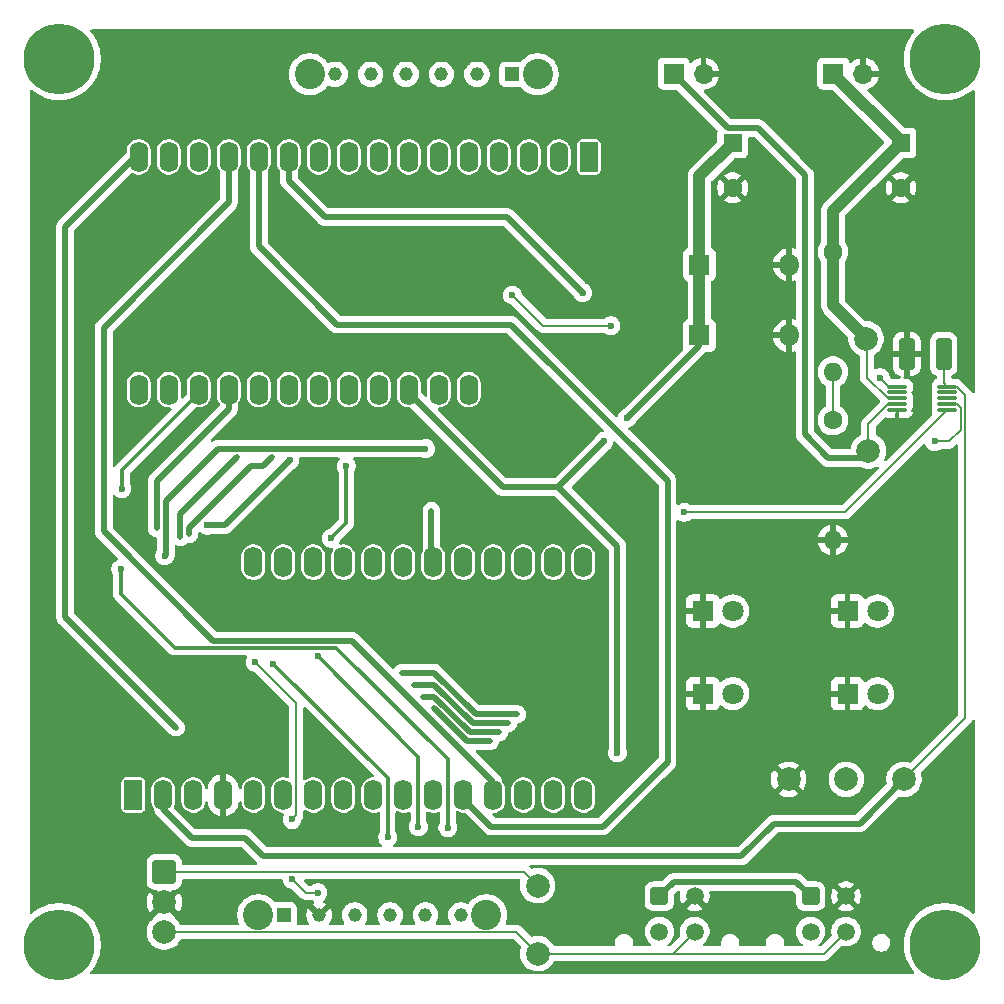
<source format=gtl>
%TF.GenerationSoftware,KiCad,Pcbnew,9.0.0*%
%TF.CreationDate,2025-04-09T18:23:38-07:00*%
%TF.ProjectId,PAC Board,50414320-426f-4617-9264-2e6b69636164,rev?*%
%TF.SameCoordinates,Original*%
%TF.FileFunction,Copper,L1,Top*%
%TF.FilePolarity,Positive*%
%FSLAX46Y46*%
G04 Gerber Fmt 4.6, Leading zero omitted, Abs format (unit mm)*
G04 Created by KiCad (PCBNEW 9.0.0) date 2025-04-09 18:23:38*
%MOMM*%
%LPD*%
G01*
G04 APERTURE LIST*
G04 Aperture macros list*
%AMRoundRect*
0 Rectangle with rounded corners*
0 $1 Rounding radius*
0 $2 $3 $4 $5 $6 $7 $8 $9 X,Y pos of 4 corners*
0 Add a 4 corners polygon primitive as box body*
4,1,4,$2,$3,$4,$5,$6,$7,$8,$9,$2,$3,0*
0 Add four circle primitives for the rounded corners*
1,1,$1+$1,$2,$3*
1,1,$1+$1,$4,$5*
1,1,$1+$1,$6,$7*
1,1,$1+$1,$8,$9*
0 Add four rect primitives between the rounded corners*
20,1,$1+$1,$2,$3,$4,$5,0*
20,1,$1+$1,$4,$5,$6,$7,0*
20,1,$1+$1,$6,$7,$8,$9,0*
20,1,$1+$1,$8,$9,$2,$3,0*%
G04 Aperture macros list end*
%TA.AperFunction,ComponentPad*%
%ADD10C,2.000000*%
%TD*%
%TA.AperFunction,SMDPad,CuDef*%
%ADD11RoundRect,0.087500X-0.725000X-0.087500X0.725000X-0.087500X0.725000X0.087500X-0.725000X0.087500X0*%
%TD*%
%TA.AperFunction,ComponentPad*%
%ADD12RoundRect,0.250000X0.550000X-1.050000X0.550000X1.050000X-0.550000X1.050000X-0.550000X-1.050000X0*%
%TD*%
%TA.AperFunction,ComponentPad*%
%ADD13O,1.600000X2.600000*%
%TD*%
%TA.AperFunction,ComponentPad*%
%ADD14R,1.170000X1.170000*%
%TD*%
%TA.AperFunction,ComponentPad*%
%ADD15C,1.170000*%
%TD*%
%TA.AperFunction,ComponentPad*%
%ADD16C,2.560000*%
%TD*%
%TA.AperFunction,ComponentPad*%
%ADD17C,6.000000*%
%TD*%
%TA.AperFunction,ComponentPad*%
%ADD18R,1.700000X1.700000*%
%TD*%
%TA.AperFunction,ComponentPad*%
%ADD19O,1.700000X1.700000*%
%TD*%
%TA.AperFunction,ComponentPad*%
%ADD20R,1.800000X1.800000*%
%TD*%
%TA.AperFunction,ComponentPad*%
%ADD21C,1.800000*%
%TD*%
%TA.AperFunction,ComponentPad*%
%ADD22RoundRect,0.250000X-0.550000X1.050000X-0.550000X-1.050000X0.550000X-1.050000X0.550000X1.050000X0*%
%TD*%
%TA.AperFunction,ComponentPad*%
%ADD23C,1.600000*%
%TD*%
%TA.AperFunction,ComponentPad*%
%ADD24O,1.600000X1.600000*%
%TD*%
%TA.AperFunction,ComponentPad*%
%ADD25R,1.600000X1.600000*%
%TD*%
%TA.AperFunction,ComponentPad*%
%ADD26O,1.800000X1.800000*%
%TD*%
%TA.AperFunction,ComponentPad*%
%ADD27RoundRect,0.250000X-0.750000X0.750000X-0.750000X-0.750000X0.750000X-0.750000X0.750000X0.750000X0*%
%TD*%
%TA.AperFunction,ComponentPad*%
%ADD28RoundRect,0.250001X-0.499999X-0.499999X0.499999X-0.499999X0.499999X0.499999X-0.499999X0.499999X0*%
%TD*%
%TA.AperFunction,ComponentPad*%
%ADD29C,1.500000*%
%TD*%
%TA.AperFunction,SMDPad,CuDef*%
%ADD30RoundRect,0.250000X0.412500X1.100000X-0.412500X1.100000X-0.412500X-1.100000X0.412500X-1.100000X0*%
%TD*%
%TA.AperFunction,ViaPad*%
%ADD31C,0.600000*%
%TD*%
%TA.AperFunction,ViaPad*%
%ADD32C,0.500000*%
%TD*%
%TA.AperFunction,Conductor*%
%ADD33C,0.300000*%
%TD*%
%TA.AperFunction,Conductor*%
%ADD34C,0.500000*%
%TD*%
%TA.AperFunction,Conductor*%
%ADD35C,0.200000*%
%TD*%
%TA.AperFunction,Conductor*%
%ADD36C,1.000000*%
%TD*%
G04 APERTURE END LIST*
D10*
%TO.P,J12,1,Pin_1*%
%TO.N,5v*%
X192000000Y-84200000D03*
%TD*%
%TO.P,J6,1,Pin_1*%
%TO.N,5v*%
X191800000Y-74700000D03*
%TD*%
D11*
%TO.P,U1,1,V1*%
%TO.N,Net-(U1-V1)*%
X194442500Y-78750000D03*
%TO.P,U1,2,V2*%
%TO.N,GND*%
X194442500Y-79250000D03*
%TO.P,U1,3,V3*%
%TO.N,5v*%
X194442500Y-79750000D03*
%TO.P,U1,4,V4*%
X194442500Y-80250000D03*
%TO.P,U1,5,GND*%
%TO.N,GND*%
X194442500Y-80750000D03*
%TO.P,U1,6,SDA*%
%TO.N,Net-(A1-SDA)*%
X198667500Y-80750000D03*
%TO.P,U1,7,SCL*%
%TO.N,Net-(A1-SCL)*%
X198667500Y-80250000D03*
%TO.P,U1,8,ADR0*%
%TO.N,unconnected-(U1-ADR0-Pad8)*%
X198667500Y-79750000D03*
%TO.P,U1,9,ADR1*%
%TO.N,unconnected-(U1-ADR1-Pad9)*%
X198667500Y-79250000D03*
%TO.P,U1,10,VCC*%
%TO.N,Net-(A1-3V3)*%
X198667500Y-78750000D03*
%TD*%
D12*
%TO.P,A2,1,~{RESET}*%
%TO.N,unconnected-(A2-~{RESET}-Pad1)*%
X129760000Y-113340000D03*
D13*
%TO.P,A2,2,3V3*%
%TO.N,Net-(A1-3V3)*%
X132300000Y-113340000D03*
%TO.P,A2,3,Spare*%
%TO.N,unconnected-(A2-Spare-Pad3)*%
X134840000Y-113340000D03*
%TO.P,A2,4,GND*%
%TO.N,GND*%
X137380000Y-113340000D03*
%TO.P,A2,5,Spare*%
%TO.N,unconnected-(A2-Spare-Pad5)*%
X139920000Y-113340000D03*
%TO.P,A2,6,Spare*%
%TO.N,unconnected-(A2-Spare-Pad6)*%
X142460000Y-113340000D03*
%TO.P,A2,7,Spare*%
%TO.N,unconnected-(A2-Spare-Pad7)*%
X145000000Y-113340000D03*
%TO.P,A2,8,Spare*%
%TO.N,unconnected-(A2-Spare-Pad8)*%
X147540000Y-113340000D03*
%TO.P,A2,9,Spare*%
%TO.N,unconnected-(A2-Spare-Pad9)*%
X150080000Y-113340000D03*
%TO.P,A2,10,Spare*%
%TO.N,unconnected-(A2-Spare-Pad10)*%
X152620000Y-113340000D03*
%TO.P,A2,11,SCK*%
%TO.N,Net-(A1-SCK)*%
X155160000Y-113340000D03*
%TO.P,A2,12,MOSI*%
%TO.N,Net-(A1-MOSI)*%
X157700000Y-113340000D03*
%TO.P,A2,13,MISO*%
%TO.N,Net-(A1-MISO)*%
X160240000Y-113340000D03*
%TO.P,A2,14,Spare*%
%TO.N,unconnected-(A2-Spare-Pad14)*%
X162780000Y-113340000D03*
%TO.P,A2,15,Spare*%
%TO.N,unconnected-(A2-Spare-Pad15)*%
X165320000Y-113340000D03*
%TO.P,A2,16,Spare*%
%TO.N,unconnected-(A2-Spare-Pad16)*%
X167860000Y-113340000D03*
%TO.P,A2,17,Spare*%
%TO.N,unconnected-(A2-Spare-Pad17)*%
X167860000Y-93620000D03*
%TO.P,A2,18,Spare*%
%TO.N,unconnected-(A2-Spare-Pad18)*%
X165320000Y-93620000D03*
%TO.P,A2,19,Spare*%
%TO.N,unconnected-(A2-Spare-Pad19)*%
X162780000Y-93620000D03*
%TO.P,A2,20,Spare*%
%TO.N,unconnected-(A2-Spare-Pad20)*%
X160240000Y-93620000D03*
%TO.P,A2,21,Spare*%
%TO.N,unconnected-(A2-Spare-Pad21)*%
X157700000Y-93620000D03*
%TO.P,A2,22,CS*%
%TO.N,Net-(A1-D13)*%
X155160000Y-93620000D03*
%TO.P,A2,23,Spare*%
%TO.N,unconnected-(A2-Spare-Pad23)*%
X152620000Y-93620000D03*
%TO.P,A2,24,Spare*%
%TO.N,unconnected-(A2-Spare-Pad24)*%
X150080000Y-93620000D03*
%TO.P,A2,25,Spare*%
%TO.N,unconnected-(A2-Spare-Pad25)*%
X147540000Y-93620000D03*
%TO.P,A2,26,USB*%
%TO.N,unconnected-(A2-USB-Pad26)*%
X145000000Y-93620000D03*
%TO.P,A2,27,EN*%
%TO.N,unconnected-(A2-EN-Pad27)*%
X142460000Y-93620000D03*
%TO.P,A2,28,VBAT*%
%TO.N,unconnected-(A2-VBAT-Pad28)*%
X139920000Y-93620000D03*
%TD*%
D14*
%TO.P,J4,1,Pin_1*%
%TO.N,Net-(A1-SCL)*%
X161850000Y-52315000D03*
D15*
%TO.P,J4,2,Pin_2*%
%TO.N,Net-(A1-A0)*%
X158850000Y-52315000D03*
%TO.P,J4,3,Pin_3*%
%TO.N,Net-(A1-A1)*%
X155850000Y-52315000D03*
%TO.P,J4,4,Pin_4*%
%TO.N,Net-(A1-A2)*%
X152850000Y-52315000D03*
%TO.P,J4,5,Pin_5*%
%TO.N,Net-(A1-A3)*%
X149850000Y-52315000D03*
%TO.P,J4,6,Pin_6*%
%TO.N,unconnected-(J4-Pin_6-Pad6)*%
X146850000Y-52315000D03*
D16*
%TO.P,J4,7*%
%TO.N,N/C*%
X164000000Y-52315000D03*
%TO.P,J4,8*%
X144700000Y-52315000D03*
%TD*%
D10*
%TO.P,J9,1,Pin_1*%
%TO.N,Net-(A1-CANH)*%
X164000000Y-121000000D03*
%TD*%
D17*
%TO.P,REF\u002A\u002A,1*%
%TO.N,N/C*%
X198500000Y-51000000D03*
%TD*%
D18*
%TO.P,J14,1,Pin_1*%
%TO.N,5v*%
X175500000Y-52250000D03*
D19*
%TO.P,J14,2,Pin_2*%
%TO.N,GND*%
X178040000Y-52250000D03*
%TD*%
D10*
%TO.P,J5,1,Pin_1*%
%TO.N,5v*%
X190125000Y-112000000D03*
%TD*%
D20*
%TO.P,D6,1,K*%
%TO.N,GND*%
X190230000Y-104750000D03*
D21*
%TO.P,D6,2,A*%
%TO.N,Net-(A1-D4)*%
X192770000Y-104750000D03*
%TD*%
D20*
%TO.P,D5,1,K*%
%TO.N,GND*%
X190230000Y-97750000D03*
D21*
%TO.P,D5,2,A*%
%TO.N,Net-(A1-D10)*%
X192770000Y-97750000D03*
%TD*%
D22*
%TO.P,A1,1,~{RESET}*%
%TO.N,unconnected-(A1-~{RESET}-Pad1)*%
X168330000Y-59300000D03*
D13*
%TO.P,A1,2,3V3*%
%TO.N,Net-(A1-3V3)*%
X165790000Y-59300000D03*
%TO.P,A1,3,3v3*%
%TO.N,unconnected-(A1-3v3-Pad3)*%
X163250000Y-59300000D03*
%TO.P,A1,4,GND*%
%TO.N,unconnected-(A1-GND-Pad4)*%
X160710000Y-59300000D03*
%TO.P,A1,5,A0*%
%TO.N,Net-(A1-A0)*%
X158170000Y-59300000D03*
%TO.P,A1,6,A1*%
%TO.N,Net-(A1-A1)*%
X155630000Y-59300000D03*
%TO.P,A1,7,A2*%
%TO.N,Net-(A1-A2)*%
X153090000Y-59300000D03*
%TO.P,A1,8,A3*%
%TO.N,Net-(A1-A3)*%
X150550000Y-59300000D03*
%TO.P,A1,9,D24*%
%TO.N,Net-(A1-D24)*%
X148010000Y-59300000D03*
%TO.P,A1,10,D25*%
%TO.N,unconnected-(A1-D25-Pad10)*%
X145470000Y-59300000D03*
%TO.P,A1,11,SCK*%
%TO.N,Net-(A1-SCK)*%
X142930000Y-59300000D03*
%TO.P,A1,12,MOSI*%
%TO.N,Net-(A1-MOSI)*%
X140390000Y-59300000D03*
%TO.P,A1,13,MISO*%
%TO.N,Net-(A1-MISO)*%
X137850000Y-59300000D03*
%TO.P,A1,14,RX*%
%TO.N,unconnected-(A1-RX-Pad14)*%
X135310000Y-59300000D03*
%TO.P,A1,15,TX*%
%TO.N,unconnected-(A1-TX-Pad15)*%
X132770000Y-59300000D03*
%TO.P,A1,16,D4*%
%TO.N,Net-(A1-D4)*%
X130230000Y-59300000D03*
%TO.P,A1,17,SDA*%
%TO.N,Net-(A1-SDA)*%
X130230000Y-79020000D03*
%TO.P,A1,18,SCL*%
%TO.N,Net-(A1-SCL)*%
X132770000Y-79020000D03*
%TO.P,A1,19,D5*%
%TO.N,Net-(A1-D5)*%
X135310000Y-79020000D03*
%TO.P,A1,20,D6*%
%TO.N,Net-(A1-D6)*%
X137850000Y-79020000D03*
%TO.P,A1,21,D9*%
%TO.N,Net-(A1-D9)*%
X140390000Y-79020000D03*
%TO.P,A1,22,D10*%
%TO.N,Net-(A1-D10)*%
X142930000Y-79020000D03*
%TO.P,A1,23,D11*%
%TO.N,Net-(A1-D11)*%
X145470000Y-79020000D03*
%TO.P,A1,24,D12*%
%TO.N,Net-(A1-D12)*%
X148010000Y-79020000D03*
%TO.P,A1,25,D13*%
%TO.N,Net-(A1-D13)*%
X150550000Y-79020000D03*
%TO.P,A1,26,USB*%
%TO.N,5v*%
X153090000Y-79020000D03*
%TO.P,A1,27,EN*%
%TO.N,unconnected-(A1-EN-Pad27)*%
X155630000Y-79020000D03*
%TO.P,A1,28,VBAT*%
%TO.N,unconnected-(A1-VBAT-Pad28)*%
X158170000Y-79020000D03*
%TD*%
D17*
%TO.P,REF\u002A\u002A,1*%
%TO.N,N/C*%
X198500000Y-126000000D03*
%TD*%
D23*
%TO.P,R1,1*%
%TO.N,5v*%
X189000000Y-67340000D03*
D24*
%TO.P,R1,2*%
%TO.N,Net-(U1-V1)*%
X189000000Y-77500000D03*
%TD*%
D23*
%TO.P,R2,1*%
%TO.N,Net-(U1-V1)*%
X189000000Y-81590000D03*
D24*
%TO.P,R2,2*%
%TO.N,GND*%
X189000000Y-91750000D03*
%TD*%
D25*
%TO.P,C1,1*%
%TO.N,5v*%
X194750000Y-58117349D03*
D23*
%TO.P,C1,2*%
%TO.N,GND*%
X194750000Y-61917349D03*
%TD*%
D20*
%TO.P,D4,1,K*%
%TO.N,GND*%
X177980000Y-104750000D03*
D21*
%TO.P,D4,2,A*%
%TO.N,Net-(A1-D9)*%
X180520000Y-104750000D03*
%TD*%
D18*
%TO.P,J15,1,Pin_1*%
%TO.N,5v*%
X189025000Y-52250000D03*
D19*
%TO.P,J15,2,Pin_2*%
%TO.N,GND*%
X191565000Y-52250000D03*
%TD*%
D20*
%TO.P,D2,1,K*%
%TO.N,5v*%
X177690000Y-74420000D03*
D26*
%TO.P,D2,2,A*%
%TO.N,GND*%
X185310000Y-74420000D03*
%TD*%
D10*
%TO.P,J11,1,Pin_1*%
%TO.N,Net-(A1-3V3)*%
X195000000Y-112000000D03*
%TD*%
D27*
%TO.P,J1,1,CANH*%
%TO.N,Net-(A1-CANH)*%
X132382500Y-119855000D03*
D10*
%TO.P,J1,2,GND*%
%TO.N,GND*%
X132382500Y-122395000D03*
%TO.P,J1,3,CANL*%
%TO.N,Net-(A1-CANL)*%
X132382500Y-124935000D03*
%TD*%
D28*
%TO.P,J7,1,Pin_1*%
%TO.N,5v*%
X187100000Y-121900000D03*
D29*
%TO.P,J7,2,Pin_2*%
%TO.N,GND*%
X190100000Y-121900000D03*
%TO.P,J7,3,Pin_3*%
%TO.N,Net-(A1-CANH)*%
X187100000Y-124900000D03*
%TO.P,J7,4,Pin_4*%
%TO.N,Net-(A1-CANL)*%
X190100000Y-124900000D03*
%TD*%
D10*
%TO.P,J8,1,Pin_1*%
%TO.N,Net-(A1-CANL)*%
X164000000Y-126750000D03*
%TD*%
D17*
%TO.P,REF\u002A\u002A,1*%
%TO.N,N/C*%
X123500000Y-126000000D03*
%TD*%
D20*
%TO.P,D3,1,K*%
%TO.N,GND*%
X177980000Y-97750000D03*
D21*
%TO.P,D3,2,A*%
%TO.N,Net-(A1-D6)*%
X180520000Y-97750000D03*
%TD*%
D17*
%TO.P,REF\u002A\u002A,1*%
%TO.N,N/C*%
X123500000Y-51000000D03*
%TD*%
D25*
%TO.P,C2,1*%
%TO.N,5v*%
X180500000Y-58117349D03*
D23*
%TO.P,C2,2*%
%TO.N,GND*%
X180500000Y-61917349D03*
%TD*%
D20*
%TO.P,D1,1,K*%
%TO.N,5v*%
X177690000Y-68420000D03*
D26*
%TO.P,D1,2,A*%
%TO.N,GND*%
X185310000Y-68420000D03*
%TD*%
D30*
%TO.P,C3,1*%
%TO.N,Net-(A1-3V3)*%
X198375000Y-76000000D03*
%TO.P,C3,2*%
%TO.N,GND*%
X195250000Y-76000000D03*
%TD*%
D10*
%TO.P,J10,1,Pin_1*%
%TO.N,GND*%
X185250000Y-112000000D03*
%TD*%
D14*
%TO.P,J3,1,Pin_1*%
%TO.N,5v*%
X142500000Y-123505000D03*
D15*
%TO.P,J3,2,Pin_2*%
%TO.N,GND*%
X145500000Y-123505000D03*
%TO.P,J3,3,Pin_3*%
%TO.N,Net-(A1-D11)*%
X148500000Y-123505000D03*
%TO.P,J3,4,Pin_4*%
%TO.N,Net-(A1-D12)*%
X151500000Y-123505000D03*
%TO.P,J3,5,Pin_5*%
%TO.N,Net-(A1-D5)*%
X154500000Y-123505000D03*
%TO.P,J3,6,Pin_6*%
%TO.N,Net-(A1-D24)*%
X157500000Y-123505000D03*
D16*
%TO.P,J3,7*%
%TO.N,N/C*%
X140350000Y-123505000D03*
%TO.P,J3,8*%
X159650000Y-123505000D03*
%TD*%
D28*
%TO.P,J2,1,Pin_1*%
%TO.N,5v*%
X174300000Y-121900000D03*
D29*
%TO.P,J2,2,Pin_2*%
%TO.N,GND*%
X177300000Y-121900000D03*
%TO.P,J2,3,Pin_3*%
%TO.N,Net-(A1-CANH)*%
X174300000Y-124900000D03*
%TO.P,J2,4,Pin_4*%
%TO.N,Net-(A1-CANL)*%
X177300000Y-124900000D03*
%TD*%
D31*
%TO.N,Net-(A1-D5)*%
X128800000Y-87400000D03*
X128700000Y-94200000D03*
X156400000Y-116100000D03*
D32*
%TO.N,Net-(A1-D9)*%
X133750000Y-91500000D03*
X138500000Y-84750000D03*
X153500000Y-104000000D03*
X161500000Y-107250000D03*
D31*
%TO.N,Net-(A1-D11)*%
X136000000Y-90500000D03*
X143000000Y-85000000D03*
X151300000Y-116900000D03*
X141600000Y-102200000D03*
%TO.N,Net-(A1-D24)*%
X145400000Y-121600000D03*
X143200000Y-120455000D03*
X140100000Y-102100000D03*
X143200000Y-115400000D03*
%TO.N,Net-(A1-3V3)*%
X132421609Y-93078391D03*
X154500000Y-84000000D03*
D32*
%TO.N,Net-(A1-D13)*%
X155000000Y-89250000D03*
D31*
%TO.N,Net-(A1-SCL)*%
X170200000Y-73600000D03*
X197600000Y-83400000D03*
X161850000Y-71000000D03*
%TO.N,Net-(A1-SDA)*%
X176400000Y-89400000D03*
D32*
%TO.N,Net-(A1-D4)*%
X133375000Y-107625000D03*
X155250000Y-106000000D03*
X160000000Y-108750000D03*
%TO.N,Net-(A1-D10)*%
X162250000Y-106500000D03*
X152500000Y-103000000D03*
X134500000Y-91250000D03*
X141500000Y-84750000D03*
D31*
%TO.N,Net-(A1-SCK)*%
X167800000Y-70800000D03*
%TO.N,Net-(A1-D12)*%
X147800000Y-85500000D03*
X146500000Y-91600000D03*
X153900000Y-116000000D03*
X145400000Y-101600000D03*
D32*
%TO.N,Net-(A1-D6)*%
X160750000Y-108000000D03*
X131750000Y-90750000D03*
X154250000Y-105000000D03*
D31*
%TO.N,5v*%
X171600000Y-81400000D03*
X170750000Y-109750000D03*
X169600000Y-83400000D03*
%TO.N,Net-(U1-V1)*%
X193000000Y-78000000D03*
%TD*%
D33*
%TO.N,Net-(A1-D5)*%
X133251000Y-100851000D02*
X128700000Y-96300000D01*
X128700000Y-96300000D02*
X128700000Y-94200000D01*
X156400000Y-110300000D02*
X146951000Y-100851000D01*
X156400000Y-116100000D02*
X156400000Y-110300000D01*
X146951000Y-100851000D02*
X133251000Y-100851000D01*
X128800000Y-85830000D02*
X135310000Y-79320000D01*
X128800000Y-87400000D02*
X128800000Y-85830000D01*
D34*
%TO.N,Net-(A1-D9)*%
X153500000Y-104000000D02*
X155250000Y-104000000D01*
X138500000Y-84750000D02*
X133750000Y-89500000D01*
X155250000Y-104000000D02*
X158500000Y-107250000D01*
X158500000Y-107250000D02*
X161500000Y-107250000D01*
X133750000Y-89500000D02*
X133750000Y-91500000D01*
D33*
%TO.N,Net-(A1-D11)*%
X151300000Y-116900000D02*
X151300000Y-111900000D01*
D34*
X136000000Y-90500000D02*
X137500000Y-90500000D01*
D33*
X151300000Y-111900000D02*
X141600000Y-102200000D01*
D34*
X137500000Y-90500000D02*
X143000000Y-85000000D01*
D35*
%TO.N,Net-(A1-D24)*%
X143561000Y-115039000D02*
X143561000Y-105561000D01*
X143200000Y-115400000D02*
X143561000Y-115039000D01*
X143561000Y-105561000D02*
X140100000Y-102100000D01*
X145400000Y-121600000D02*
X144345000Y-121600000D01*
X144345000Y-121600000D02*
X143200000Y-120455000D01*
%TO.N,Net-(A1-3V3)*%
X198667500Y-78750000D02*
X199461136Y-78750000D01*
X198375000Y-78457500D02*
X198375000Y-76000000D01*
D34*
X191250000Y-115750000D02*
X184000000Y-115750000D01*
X154500000Y-84000000D02*
X136969947Y-84000000D01*
D35*
X199461136Y-78750000D02*
X200201000Y-79489864D01*
D34*
X132500000Y-93000000D02*
X132421609Y-93078391D01*
X132300000Y-114550000D02*
X132300000Y-113640000D01*
X139250000Y-117000000D02*
X134750000Y-117000000D01*
X134750000Y-117000000D02*
X132300000Y-114550000D01*
X140750000Y-118500000D02*
X139250000Y-117000000D01*
X132500000Y-88469947D02*
X132500000Y-93000000D01*
D35*
X200201000Y-79489864D02*
X200201000Y-106799000D01*
D34*
X195000000Y-112000000D02*
X191250000Y-115750000D01*
X181250000Y-118500000D02*
X140750000Y-118500000D01*
D35*
X200201000Y-106799000D02*
X195000000Y-112000000D01*
D34*
X184000000Y-115750000D02*
X181250000Y-118500000D01*
X136969947Y-84000000D02*
X132500000Y-88469947D01*
D35*
X198667500Y-78750000D02*
X198375000Y-78457500D01*
D34*
%TO.N,Net-(A1-D13)*%
X155000000Y-89250000D02*
X155000000Y-93160000D01*
X155000000Y-93160000D02*
X155160000Y-93320000D01*
D35*
%TO.N,Net-(A1-SCL)*%
X199479999Y-80250000D02*
X198667500Y-80250000D01*
X170200000Y-73600000D02*
X164450000Y-73600000D01*
X197600000Y-83400000D02*
X198800000Y-83400000D01*
X164450000Y-73600000D02*
X161850000Y-71000000D01*
X199800000Y-80570001D02*
X199479999Y-80250000D01*
X198800000Y-83400000D02*
X199800000Y-82400000D01*
X199800000Y-82400000D02*
X199800000Y-80570001D01*
%TO.N,Net-(A1-SDA)*%
X198667500Y-80750000D02*
X190017500Y-89400000D01*
X190017500Y-89400000D02*
X176400000Y-89400000D01*
D34*
%TO.N,Net-(A1-D4)*%
X160000000Y-108750000D02*
X158000000Y-108750000D01*
X124000000Y-65230000D02*
X130230000Y-59000000D01*
X158000000Y-108750000D02*
X155250000Y-106000000D01*
X133375000Y-107625000D02*
X124000000Y-98250000D01*
X124000000Y-98250000D02*
X124000000Y-65230000D01*
%TO.N,Net-(A1-D10)*%
X155250000Y-103000000D02*
X158750000Y-106500000D01*
X139750000Y-85500000D02*
X140750000Y-85500000D01*
X134500000Y-90750000D02*
X139750000Y-85500000D01*
X158750000Y-106500000D02*
X162250000Y-106500000D01*
X140750000Y-85500000D02*
X141500000Y-84750000D01*
X134500000Y-91250000D02*
X134500000Y-90750000D01*
X152500000Y-103000000D02*
X155250000Y-103000000D01*
%TO.N,Net-(A1-MOSI)*%
X175000000Y-86750000D02*
X175000000Y-110500000D01*
X140390000Y-66890000D02*
X147000000Y-73500000D01*
X147000000Y-73500000D02*
X161750000Y-73500000D01*
X169500000Y-116000000D02*
X160060000Y-116000000D01*
X160060000Y-116000000D02*
X157700000Y-113640000D01*
X140390000Y-59000000D02*
X140390000Y-66890000D01*
X161750000Y-73500000D02*
X175000000Y-86750000D01*
X175000000Y-110500000D02*
X169500000Y-116000000D01*
%TO.N,Net-(A1-MISO)*%
X148250000Y-100250000D02*
X160240000Y-112240000D01*
X127250000Y-91000000D02*
X136500000Y-100250000D01*
X127250000Y-73750000D02*
X127250000Y-91000000D01*
X137850000Y-59000000D02*
X137850000Y-63150000D01*
X136500000Y-100250000D02*
X148250000Y-100250000D01*
X160240000Y-112240000D02*
X160240000Y-113640000D01*
X137850000Y-63150000D02*
X127250000Y-73750000D01*
%TO.N,Net-(A1-SCK)*%
X146000000Y-64400000D02*
X142930000Y-61330000D01*
X142930000Y-61330000D02*
X142930000Y-59000000D01*
X161400000Y-64400000D02*
X146000000Y-64400000D01*
X167800000Y-70800000D02*
X161400000Y-64400000D01*
D33*
%TO.N,Net-(A1-D12)*%
X146500000Y-91600000D02*
X147800000Y-90300000D01*
X153900000Y-116000000D02*
X153900000Y-110100000D01*
X153900000Y-110100000D02*
X145400000Y-101600000D01*
X147800000Y-90300000D02*
X147800000Y-85500000D01*
D34*
%TO.N,Net-(A1-D6)*%
X137850000Y-80650000D02*
X137850000Y-79320000D01*
X155250000Y-105000000D02*
X158250000Y-108000000D01*
X154250000Y-105000000D02*
X155250000Y-105000000D01*
X158250000Y-108000000D02*
X160750000Y-108000000D01*
X131750000Y-86750000D02*
X137850000Y-80650000D01*
X131750000Y-90750000D02*
X131750000Y-86750000D01*
D35*
%TO.N,Net-(A1-CANH)*%
X164000000Y-121000000D02*
X162855000Y-119855000D01*
X162855000Y-119855000D02*
X132382500Y-119855000D01*
%TO.N,Net-(A1-CANL)*%
X190100000Y-124900000D02*
X188250000Y-126750000D01*
X177300000Y-124900000D02*
X175450000Y-126750000D01*
X162185000Y-124935000D02*
X132382500Y-124935000D01*
X164000000Y-126750000D02*
X162185000Y-124935000D01*
X188250000Y-126750000D02*
X175450000Y-126750000D01*
X175450000Y-126750000D02*
X164000000Y-126750000D01*
D34*
%TO.N,5v*%
X186661000Y-60861000D02*
X186661000Y-82739000D01*
D35*
X194442500Y-79750000D02*
X193630001Y-79750000D01*
X192000000Y-81880001D02*
X192000000Y-84500000D01*
D36*
X189000000Y-67340000D02*
X189000000Y-71875000D01*
D35*
X193630001Y-79750000D02*
X191875000Y-77994999D01*
D34*
X182666349Y-56866349D02*
X186661000Y-60861000D01*
X185900000Y-120700000D02*
X187100000Y-121900000D01*
D35*
X193630001Y-80250000D02*
X192000000Y-81880001D01*
D36*
X177690000Y-60927349D02*
X180500000Y-58117349D01*
D34*
X186661000Y-82739000D02*
X186600000Y-82800000D01*
D35*
X191875000Y-77994999D02*
X191875000Y-74750000D01*
D36*
X177690000Y-68420000D02*
X177690000Y-74420000D01*
X177690000Y-68420000D02*
X177690000Y-60927349D01*
D34*
X170750000Y-92250000D02*
X165750000Y-87250000D01*
X174300000Y-121900000D02*
X175500000Y-120700000D01*
X175500000Y-52250000D02*
X180116349Y-56866349D01*
D36*
X194750000Y-58117349D02*
X194750000Y-57975000D01*
D34*
X161020000Y-87250000D02*
X153090000Y-79320000D01*
X191700000Y-84800000D02*
X192000000Y-84500000D01*
X165750000Y-87250000D02*
X161020000Y-87250000D01*
X165750000Y-87250000D02*
X169600000Y-83400000D01*
D36*
X194750000Y-58117349D02*
X189000000Y-63867349D01*
D34*
X170750000Y-109750000D02*
X170750000Y-92250000D01*
X180116349Y-56866349D02*
X182666349Y-56866349D01*
X188600000Y-84800000D02*
X191700000Y-84800000D01*
X171600000Y-81400000D02*
X177690000Y-75310000D01*
X175500000Y-120700000D02*
X185900000Y-120700000D01*
D36*
X189000000Y-63867349D02*
X189000000Y-67340000D01*
X194750000Y-57975000D02*
X189025000Y-52250000D01*
D34*
X177690000Y-75310000D02*
X177690000Y-74420000D01*
X186600000Y-82800000D02*
X188600000Y-84800000D01*
D35*
X194442500Y-80250000D02*
X193630001Y-80250000D01*
D36*
X189000000Y-71875000D02*
X191875000Y-74750000D01*
D35*
%TO.N,Net-(U1-V1)*%
X194442500Y-78750000D02*
X193750000Y-78750000D01*
X189000000Y-77500000D02*
X189000000Y-81590000D01*
X193750000Y-78750000D02*
X193000000Y-78000000D01*
%TD*%
%TA.AperFunction,Conductor*%
%TO.N,GND*%
G36*
X195827750Y-48520185D02*
G01*
X195873505Y-48572989D01*
X195883449Y-48642147D01*
X195856564Y-48703165D01*
X195684985Y-48912234D01*
X195684975Y-48912248D01*
X195493904Y-49198206D01*
X195493893Y-49198224D01*
X195331772Y-49501530D01*
X195331770Y-49501535D01*
X195200150Y-49819293D01*
X195100308Y-50148427D01*
X195033210Y-50485750D01*
X195019459Y-50625375D01*
X194999500Y-50828031D01*
X194999500Y-51171969D01*
X195006976Y-51247874D01*
X195033210Y-51514249D01*
X195100308Y-51851572D01*
X195200150Y-52180706D01*
X195331770Y-52498464D01*
X195331772Y-52498469D01*
X195493893Y-52801775D01*
X195493904Y-52801793D01*
X195684975Y-53087751D01*
X195684985Y-53087765D01*
X195903176Y-53353632D01*
X196146367Y-53596823D01*
X196146372Y-53596827D01*
X196146373Y-53596828D01*
X196412240Y-53815019D01*
X196698213Y-54006100D01*
X196698222Y-54006105D01*
X196698224Y-54006106D01*
X197001530Y-54168227D01*
X197001532Y-54168227D01*
X197001538Y-54168231D01*
X197319295Y-54299850D01*
X197648422Y-54399690D01*
X197985750Y-54466789D01*
X198328031Y-54500500D01*
X198328034Y-54500500D01*
X198671966Y-54500500D01*
X198671969Y-54500500D01*
X199014250Y-54466789D01*
X199351578Y-54399690D01*
X199680705Y-54299850D01*
X199998462Y-54168231D01*
X200301787Y-54006100D01*
X200587760Y-53815019D01*
X200796837Y-53643434D01*
X200861145Y-53616122D01*
X200930013Y-53627913D01*
X200981573Y-53675065D01*
X200999500Y-53739288D01*
X200999500Y-79211501D01*
X200979815Y-79278540D01*
X200927011Y-79324295D01*
X200857853Y-79334239D01*
X200794297Y-79305214D01*
X200765165Y-79264815D01*
X200764641Y-79265118D01*
X200761657Y-79259950D01*
X200760939Y-79258954D01*
X200760575Y-79258075D01*
X200681524Y-79121154D01*
X200681518Y-79121146D01*
X199948726Y-78388355D01*
X199941657Y-78381286D01*
X199941656Y-78381284D01*
X199845188Y-78284816D01*
X199845187Y-78284814D01*
X199834494Y-78272621D01*
X199811869Y-78243135D01*
X199811870Y-78243135D01*
X199689036Y-78148882D01*
X199689037Y-78148882D01*
X199546002Y-78089636D01*
X199546000Y-78089635D01*
X199545999Y-78089635D01*
X199520452Y-78086271D01*
X199431047Y-78074500D01*
X199431040Y-78074500D01*
X199099500Y-78074500D01*
X199090814Y-78071949D01*
X199081853Y-78073238D01*
X199057812Y-78062259D01*
X199032461Y-78054815D01*
X199026533Y-78047974D01*
X199018297Y-78044213D01*
X199004007Y-78021978D01*
X198986706Y-78002011D01*
X198984418Y-77991496D01*
X198980523Y-77985435D01*
X198975500Y-77950500D01*
X198975500Y-77917874D01*
X198995185Y-77850835D01*
X199047989Y-77805080D01*
X199060488Y-77800170D01*
X199106834Y-77784814D01*
X199256156Y-77692712D01*
X199380212Y-77568656D01*
X199472314Y-77419334D01*
X199527499Y-77252797D01*
X199538000Y-77150009D01*
X199537999Y-74849992D01*
X199527499Y-74747203D01*
X199472314Y-74580666D01*
X199380212Y-74431344D01*
X199256156Y-74307288D01*
X199154786Y-74244763D01*
X199106836Y-74215187D01*
X199106831Y-74215185D01*
X199105362Y-74214698D01*
X198940297Y-74160001D01*
X198940295Y-74160000D01*
X198837510Y-74149500D01*
X197912498Y-74149500D01*
X197912480Y-74149501D01*
X197809703Y-74160000D01*
X197809700Y-74160001D01*
X197643168Y-74215185D01*
X197643163Y-74215187D01*
X197493842Y-74307289D01*
X197369789Y-74431342D01*
X197277687Y-74580663D01*
X197277685Y-74580668D01*
X197257765Y-74640782D01*
X197222501Y-74747203D01*
X197222501Y-74747204D01*
X197222500Y-74747204D01*
X197212000Y-74849983D01*
X197212000Y-77150001D01*
X197212001Y-77150018D01*
X197222500Y-77252796D01*
X197222501Y-77252799D01*
X197264059Y-77378210D01*
X197277686Y-77419334D01*
X197369788Y-77568656D01*
X197493844Y-77692712D01*
X197642427Y-77784358D01*
X197643168Y-77784815D01*
X197659423Y-77790201D01*
X197689502Y-77800168D01*
X197709536Y-77814037D01*
X197731703Y-77824161D01*
X197737750Y-77833571D01*
X197746947Y-77839938D01*
X197756303Y-77862440D01*
X197769477Y-77882939D01*
X197771935Y-77900035D01*
X197773772Y-77904453D01*
X197774500Y-77917874D01*
X197774500Y-78012786D01*
X197754815Y-78079825D01*
X197702011Y-78125580D01*
X197697955Y-78127346D01*
X197645962Y-78148882D01*
X197523133Y-78243133D01*
X197428882Y-78365963D01*
X197369636Y-78508997D01*
X197369635Y-78509002D01*
X197354500Y-78623952D01*
X197354500Y-78876047D01*
X197368689Y-78983814D01*
X197368689Y-79016186D01*
X197354500Y-79123952D01*
X197354500Y-79376047D01*
X197368689Y-79483814D01*
X197368689Y-79516186D01*
X197354500Y-79623952D01*
X197354500Y-79876047D01*
X197368689Y-79983814D01*
X197368689Y-80016186D01*
X197354500Y-80123952D01*
X197354500Y-80376047D01*
X197368689Y-80483814D01*
X197368689Y-80516186D01*
X197354500Y-80623952D01*
X197354500Y-80876047D01*
X197362487Y-80936706D01*
X197367730Y-80976533D01*
X197369635Y-80990997D01*
X197369636Y-80991002D01*
X197398741Y-81061269D01*
X197406210Y-81130739D01*
X197374934Y-81193218D01*
X197371861Y-81196402D01*
X193526857Y-85041406D01*
X193465534Y-85074891D01*
X193395842Y-85069907D01*
X193339909Y-85028035D01*
X193315492Y-84962571D01*
X193328691Y-84897431D01*
X193390568Y-84775992D01*
X193463553Y-84551368D01*
X193470059Y-84510289D01*
X193500500Y-84318097D01*
X193500500Y-84081902D01*
X193463553Y-83848631D01*
X193406742Y-83673786D01*
X193390568Y-83624008D01*
X193390566Y-83624005D01*
X193390566Y-83624003D01*
X193295607Y-83437637D01*
X193283343Y-83413567D01*
X193144517Y-83222490D01*
X192977510Y-83055483D01*
X192881971Y-82986070D01*
X192786431Y-82916655D01*
X192668204Y-82856415D01*
X192617409Y-82808441D01*
X192600500Y-82745931D01*
X192600500Y-82180098D01*
X192620185Y-82113059D01*
X192636819Y-82092417D01*
X192973709Y-81755527D01*
X193332465Y-81396771D01*
X193393785Y-81363288D01*
X193463476Y-81368272D01*
X193467595Y-81369893D01*
X193564128Y-81409877D01*
X193564133Y-81409879D01*
X193678988Y-81424999D01*
X194267499Y-81424999D01*
X194267500Y-81424998D01*
X194267500Y-81049500D01*
X194270050Y-81040814D01*
X194268762Y-81031853D01*
X194279740Y-81007812D01*
X194287185Y-80982461D01*
X194294025Y-80976533D01*
X194297787Y-80968297D01*
X194320021Y-80954007D01*
X194339989Y-80936706D01*
X194350503Y-80934418D01*
X194356565Y-80930523D01*
X194391500Y-80925500D01*
X194493500Y-80925500D01*
X194560539Y-80945185D01*
X194606294Y-80997989D01*
X194617500Y-81049500D01*
X194617500Y-81424999D01*
X195206013Y-81424999D01*
X195320859Y-81409881D01*
X195320871Y-81409877D01*
X195463780Y-81350683D01*
X195463786Y-81350680D01*
X195586509Y-81256510D01*
X195586510Y-81256509D01*
X195680680Y-81133786D01*
X195680683Y-81133780D01*
X195739878Y-80990868D01*
X195748551Y-80925000D01*
X195709301Y-80925000D01*
X195695959Y-80921082D01*
X195682083Y-80921976D01*
X195663096Y-80911432D01*
X195642262Y-80905315D01*
X195633157Y-80894807D01*
X195620999Y-80888056D01*
X195610726Y-80868920D01*
X195596507Y-80852511D01*
X195594528Y-80838748D01*
X195587951Y-80826497D01*
X195589653Y-80804848D01*
X195586563Y-80783353D01*
X195592451Y-80769277D01*
X195593430Y-80756842D01*
X195610273Y-80726681D01*
X195610564Y-80725986D01*
X195610701Y-80725805D01*
X195681117Y-80634037D01*
X195681951Y-80632022D01*
X195688057Y-80623986D01*
X195710129Y-80607705D01*
X195729980Y-80588781D01*
X195738215Y-80586783D01*
X195748549Y-80574999D01*
X195741059Y-80518096D01*
X195741059Y-80485726D01*
X195755499Y-80376047D01*
X195755500Y-80376040D01*
X195755500Y-80123960D01*
X195741311Y-80016185D01*
X195741311Y-79983813D01*
X195755499Y-79876047D01*
X195755500Y-79876040D01*
X195755500Y-79623960D01*
X195740365Y-79509001D01*
X195681117Y-79365963D01*
X195650057Y-79325484D01*
X195624864Y-79260318D01*
X195638902Y-79191873D01*
X195650053Y-79174519D01*
X195681117Y-79134037D01*
X195681117Y-79134035D01*
X195686065Y-79127588D01*
X195687844Y-79128953D01*
X195729980Y-79088781D01*
X195738215Y-79086783D01*
X195748549Y-79074999D01*
X195741059Y-79018096D01*
X195741059Y-78985726D01*
X195755499Y-78876047D01*
X195755500Y-78876040D01*
X195755500Y-78623960D01*
X195740365Y-78509001D01*
X195681117Y-78365963D01*
X195586867Y-78243133D01*
X195464037Y-78148883D01*
X195464036Y-78148882D01*
X195464037Y-78148882D01*
X195321002Y-78089636D01*
X195321000Y-78089635D01*
X195320999Y-78089635D01*
X195295452Y-78086271D01*
X195206047Y-78074500D01*
X195206040Y-78074500D01*
X195074862Y-78074500D01*
X195007823Y-78054815D01*
X194962068Y-78002011D01*
X194952124Y-77932853D01*
X194981149Y-77869297D01*
X194987180Y-77862820D01*
X195000000Y-77849999D01*
X195500000Y-77849999D01*
X195712472Y-77849999D01*
X195712486Y-77849998D01*
X195815197Y-77839505D01*
X195981619Y-77784358D01*
X195981624Y-77784356D01*
X196130845Y-77692315D01*
X196254815Y-77568345D01*
X196346856Y-77419124D01*
X196346858Y-77419119D01*
X196402005Y-77252697D01*
X196402006Y-77252690D01*
X196412499Y-77149986D01*
X196412500Y-77149973D01*
X196412500Y-76250000D01*
X195500000Y-76250000D01*
X195500000Y-77849999D01*
X195000000Y-77849999D01*
X195000000Y-76250000D01*
X194087501Y-76250000D01*
X194087501Y-77149986D01*
X194097994Y-77252697D01*
X194153141Y-77419119D01*
X194153143Y-77419124D01*
X194245184Y-77568345D01*
X194369154Y-77692315D01*
X194518375Y-77784356D01*
X194518380Y-77784358D01*
X194664550Y-77832794D01*
X194721995Y-77872566D01*
X194748818Y-77937082D01*
X194736503Y-78005858D01*
X194688960Y-78057058D01*
X194625546Y-78074500D01*
X193975097Y-78074500D01*
X193945656Y-78065855D01*
X193915670Y-78059332D01*
X193910654Y-78055577D01*
X193908058Y-78054815D01*
X193887416Y-78038181D01*
X193834574Y-77985339D01*
X193801089Y-77924016D01*
X193800638Y-77921849D01*
X193776433Y-77800167D01*
X193769737Y-77766503D01*
X193739008Y-77692315D01*
X193709397Y-77620827D01*
X193709390Y-77620814D01*
X193621789Y-77489711D01*
X193621786Y-77489707D01*
X193510292Y-77378213D01*
X193510288Y-77378210D01*
X193379185Y-77290609D01*
X193379172Y-77290602D01*
X193233501Y-77230264D01*
X193233489Y-77230261D01*
X193078845Y-77199500D01*
X193078842Y-77199500D01*
X192921158Y-77199500D01*
X192921155Y-77199500D01*
X192766510Y-77230261D01*
X192766507Y-77230262D01*
X192766506Y-77230262D01*
X192766503Y-77230263D01*
X192712101Y-77252797D01*
X192646952Y-77279782D01*
X192577482Y-77287250D01*
X192515003Y-77255974D01*
X192479351Y-77195885D01*
X192475500Y-77165220D01*
X192475500Y-76115853D01*
X192495185Y-76048814D01*
X192543206Y-76005368D01*
X192586431Y-75983344D01*
X192586430Y-75983344D01*
X192586433Y-75983343D01*
X192777510Y-75844517D01*
X192944517Y-75677510D01*
X193083343Y-75486433D01*
X193190568Y-75275992D01*
X193263553Y-75051368D01*
X193295445Y-74850013D01*
X194087500Y-74850013D01*
X194087500Y-75750000D01*
X195000000Y-75750000D01*
X195500000Y-75750000D01*
X196412499Y-75750000D01*
X196412499Y-74850028D01*
X196412498Y-74850013D01*
X196402005Y-74747302D01*
X196346858Y-74580880D01*
X196346856Y-74580875D01*
X196254815Y-74431654D01*
X196130845Y-74307684D01*
X195981624Y-74215643D01*
X195981619Y-74215641D01*
X195815197Y-74160494D01*
X195815190Y-74160493D01*
X195712486Y-74150000D01*
X195500000Y-74150000D01*
X195500000Y-75750000D01*
X195000000Y-75750000D01*
X195000000Y-74150000D01*
X194787529Y-74150000D01*
X194787512Y-74150001D01*
X194684802Y-74160494D01*
X194518380Y-74215641D01*
X194518375Y-74215643D01*
X194369154Y-74307684D01*
X194245184Y-74431654D01*
X194153143Y-74580875D01*
X194153141Y-74580880D01*
X194097994Y-74747302D01*
X194097993Y-74747309D01*
X194087500Y-74850013D01*
X193295445Y-74850013D01*
X193299016Y-74827466D01*
X193299016Y-74827465D01*
X193300500Y-74818096D01*
X193300500Y-74581902D01*
X193263553Y-74348631D01*
X193215422Y-74200500D01*
X193190568Y-74124008D01*
X193190566Y-74124005D01*
X193190566Y-74124003D01*
X193083342Y-73913566D01*
X193025171Y-73833501D01*
X192944517Y-73722490D01*
X192777510Y-73555483D01*
X192586433Y-73416657D01*
X192578306Y-73412516D01*
X192375996Y-73309433D01*
X192151368Y-73236446D01*
X191918097Y-73199500D01*
X191918092Y-73199500D01*
X191790782Y-73199500D01*
X191723743Y-73179815D01*
X191703101Y-73163181D01*
X190036819Y-71496899D01*
X190003334Y-71435576D01*
X190000500Y-71409218D01*
X190000500Y-68215761D01*
X190020185Y-68148722D01*
X190024165Y-68142899D01*
X190112287Y-68021610D01*
X190205220Y-67839219D01*
X190268477Y-67644534D01*
X190300500Y-67442352D01*
X190300500Y-67237648D01*
X190280109Y-67108907D01*
X190268477Y-67035465D01*
X190205218Y-66840776D01*
X190171503Y-66774607D01*
X190112287Y-66658390D01*
X190081090Y-66615451D01*
X190024182Y-66537122D01*
X190000702Y-66471316D01*
X190000500Y-66464237D01*
X190000500Y-64333130D01*
X190020185Y-64266091D01*
X190036814Y-64245454D01*
X192467236Y-61815031D01*
X193450000Y-61815031D01*
X193450000Y-62019666D01*
X193482009Y-62221766D01*
X193545244Y-62416380D01*
X193638141Y-62598699D01*
X193638147Y-62598708D01*
X193670523Y-62643270D01*
X193670524Y-62643271D01*
X194350000Y-61963795D01*
X194350000Y-61970010D01*
X194377259Y-62071743D01*
X194429920Y-62162955D01*
X194504394Y-62237429D01*
X194595606Y-62290090D01*
X194697339Y-62317349D01*
X194703553Y-62317349D01*
X194024076Y-62996823D01*
X194068650Y-63029208D01*
X194250968Y-63122104D01*
X194445582Y-63185339D01*
X194647683Y-63217349D01*
X194852317Y-63217349D01*
X195054417Y-63185339D01*
X195249031Y-63122104D01*
X195431349Y-63029208D01*
X195475921Y-62996823D01*
X194796447Y-62317349D01*
X194802661Y-62317349D01*
X194904394Y-62290090D01*
X194995606Y-62237429D01*
X195070080Y-62162955D01*
X195122741Y-62071743D01*
X195150000Y-61970010D01*
X195150000Y-61963796D01*
X195829474Y-62643270D01*
X195861859Y-62598698D01*
X195954755Y-62416380D01*
X196017990Y-62221766D01*
X196050000Y-62019666D01*
X196050000Y-61815031D01*
X196017990Y-61612931D01*
X195954755Y-61418317D01*
X195861859Y-61235999D01*
X195829474Y-61191426D01*
X195829474Y-61191425D01*
X195150000Y-61870900D01*
X195150000Y-61864688D01*
X195122741Y-61762955D01*
X195070080Y-61671743D01*
X194995606Y-61597269D01*
X194904394Y-61544608D01*
X194802661Y-61517349D01*
X194796446Y-61517349D01*
X195475922Y-60837873D01*
X195475921Y-60837872D01*
X195431359Y-60805496D01*
X195431350Y-60805490D01*
X195249031Y-60712593D01*
X195054417Y-60649358D01*
X194852317Y-60617349D01*
X194647683Y-60617349D01*
X194445582Y-60649358D01*
X194250968Y-60712593D01*
X194068644Y-60805492D01*
X194024077Y-60837872D01*
X194024077Y-60837873D01*
X194703554Y-61517349D01*
X194697339Y-61517349D01*
X194595606Y-61544608D01*
X194504394Y-61597269D01*
X194429920Y-61671743D01*
X194377259Y-61762955D01*
X194350000Y-61864688D01*
X194350000Y-61870902D01*
X193670524Y-61191426D01*
X193670523Y-61191426D01*
X193638143Y-61235993D01*
X193545244Y-61418317D01*
X193482009Y-61612931D01*
X193450000Y-61815031D01*
X192467236Y-61815031D01*
X194828101Y-59454166D01*
X194889424Y-59420682D01*
X194915782Y-59417848D01*
X195597871Y-59417848D01*
X195597872Y-59417848D01*
X195657483Y-59411440D01*
X195792331Y-59361145D01*
X195907546Y-59274895D01*
X195993796Y-59159680D01*
X196044091Y-59024832D01*
X196050500Y-58965222D01*
X196050499Y-57269477D01*
X196044091Y-57209866D01*
X196019620Y-57144257D01*
X195993797Y-57075020D01*
X195993793Y-57075013D01*
X195907547Y-56959804D01*
X195907544Y-56959801D01*
X195792335Y-56873555D01*
X195792328Y-56873551D01*
X195657482Y-56823257D01*
X195657483Y-56823257D01*
X195597883Y-56816850D01*
X195597881Y-56816849D01*
X195597873Y-56816849D01*
X195597865Y-56816849D01*
X195058132Y-56816849D01*
X194991093Y-56797164D01*
X194970451Y-56780530D01*
X191930281Y-53740360D01*
X191896796Y-53679037D01*
X191901780Y-53609345D01*
X191943652Y-53553412D01*
X191979644Y-53534748D01*
X192083217Y-53501095D01*
X192272557Y-53404620D01*
X192444459Y-53279727D01*
X192444464Y-53279723D01*
X192594723Y-53129464D01*
X192594727Y-53129459D01*
X192719620Y-52957557D01*
X192816095Y-52768217D01*
X192881757Y-52566129D01*
X192881757Y-52566126D01*
X192892231Y-52500000D01*
X191998012Y-52500000D01*
X192030925Y-52442993D01*
X192065000Y-52315826D01*
X192065000Y-52184174D01*
X192030925Y-52057007D01*
X191998012Y-52000000D01*
X192892231Y-52000000D01*
X192881757Y-51933873D01*
X192881757Y-51933870D01*
X192816095Y-51731782D01*
X192719620Y-51542442D01*
X192594727Y-51370540D01*
X192594723Y-51370535D01*
X192444464Y-51220276D01*
X192444459Y-51220272D01*
X192272557Y-51095379D01*
X192083215Y-50998903D01*
X191881124Y-50933241D01*
X191815000Y-50922768D01*
X191815000Y-51816988D01*
X191757993Y-51784075D01*
X191630826Y-51750000D01*
X191499174Y-51750000D01*
X191372007Y-51784075D01*
X191315000Y-51816988D01*
X191315000Y-50922768D01*
X191314999Y-50922768D01*
X191248875Y-50933241D01*
X191046784Y-50998903D01*
X190857442Y-51095379D01*
X190685541Y-51220271D01*
X190571865Y-51333947D01*
X190510542Y-51367431D01*
X190440850Y-51362447D01*
X190384917Y-51320575D01*
X190368002Y-51289598D01*
X190366735Y-51286202D01*
X190318796Y-51157669D01*
X190318795Y-51157668D01*
X190318793Y-51157664D01*
X190232547Y-51042455D01*
X190232544Y-51042452D01*
X190117335Y-50956206D01*
X190117328Y-50956202D01*
X189982482Y-50905908D01*
X189982483Y-50905908D01*
X189922883Y-50899501D01*
X189922881Y-50899500D01*
X189922873Y-50899500D01*
X189922864Y-50899500D01*
X188127129Y-50899500D01*
X188127123Y-50899501D01*
X188067516Y-50905908D01*
X187932671Y-50956202D01*
X187932664Y-50956206D01*
X187817455Y-51042452D01*
X187817452Y-51042455D01*
X187731206Y-51157664D01*
X187731202Y-51157671D01*
X187680908Y-51292517D01*
X187674501Y-51352116D01*
X187674500Y-51352135D01*
X187674500Y-53147870D01*
X187674501Y-53147876D01*
X187680908Y-53207483D01*
X187731202Y-53342328D01*
X187731206Y-53342335D01*
X187817452Y-53457544D01*
X187817455Y-53457547D01*
X187932664Y-53543793D01*
X187932671Y-53543797D01*
X188067517Y-53594091D01*
X188067516Y-53594091D01*
X188074444Y-53594835D01*
X188127127Y-53600500D01*
X188909217Y-53600499D01*
X188976256Y-53620183D01*
X188996898Y-53636818D01*
X193318573Y-57958493D01*
X193352058Y-58019816D01*
X193347074Y-58089508D01*
X193318573Y-58133855D01*
X188362221Y-63090207D01*
X188362218Y-63090210D01*
X188292538Y-63159889D01*
X188222859Y-63229568D01*
X188113371Y-63393428D01*
X188113367Y-63393437D01*
X188037950Y-63575509D01*
X188037947Y-63575519D01*
X187999500Y-63768805D01*
X187999500Y-66464237D01*
X187979815Y-66531276D01*
X187975818Y-66537122D01*
X187887715Y-66658386D01*
X187794781Y-66840776D01*
X187731522Y-67035465D01*
X187699500Y-67237648D01*
X187699500Y-67442351D01*
X187731522Y-67644534D01*
X187794781Y-67839223D01*
X187861416Y-67970000D01*
X187887713Y-68021610D01*
X187975819Y-68142877D01*
X187999298Y-68208681D01*
X187999500Y-68215761D01*
X187999500Y-71973541D01*
X187999500Y-71973543D01*
X187999499Y-71973543D01*
X188037947Y-72166829D01*
X188037950Y-72166839D01*
X188113364Y-72348907D01*
X188113371Y-72348920D01*
X188222860Y-72512781D01*
X188222863Y-72512785D01*
X188366537Y-72656459D01*
X188366559Y-72656479D01*
X190263181Y-74553101D01*
X190296666Y-74614424D01*
X190299500Y-74640782D01*
X190299500Y-74818097D01*
X190336446Y-75051368D01*
X190409433Y-75275996D01*
X190486620Y-75427482D01*
X190516657Y-75486433D01*
X190655483Y-75677510D01*
X190822490Y-75844517D01*
X191013567Y-75983343D01*
X191206796Y-76081798D01*
X191257591Y-76129771D01*
X191274500Y-76192282D01*
X191274500Y-77908329D01*
X191274499Y-77908347D01*
X191274499Y-78074053D01*
X191274498Y-78074053D01*
X191278673Y-78089636D01*
X191315423Y-78226784D01*
X191340074Y-78269480D01*
X191384953Y-78347213D01*
X191394479Y-78363713D01*
X191394481Y-78363716D01*
X191513349Y-78482584D01*
X191513355Y-78482589D01*
X192943084Y-79912318D01*
X192976569Y-79973641D01*
X192971585Y-80043333D01*
X192943084Y-80087680D01*
X191631286Y-81399479D01*
X191519481Y-81511283D01*
X191519480Y-81511285D01*
X191474182Y-81589744D01*
X191440423Y-81648216D01*
X191399499Y-81800944D01*
X191399499Y-81800946D01*
X191399499Y-81969047D01*
X191399500Y-81969060D01*
X191399500Y-82745931D01*
X191379815Y-82812970D01*
X191331796Y-82856415D01*
X191213568Y-82916655D01*
X191079896Y-83013774D01*
X191022490Y-83055483D01*
X191022488Y-83055485D01*
X191022487Y-83055485D01*
X190855485Y-83222487D01*
X190855485Y-83222488D01*
X190855483Y-83222490D01*
X190800475Y-83298202D01*
X190716657Y-83413566D01*
X190609433Y-83624003D01*
X190536447Y-83848631D01*
X190521200Y-83944898D01*
X190491271Y-84008032D01*
X190431960Y-84044964D01*
X190398727Y-84049500D01*
X188962229Y-84049500D01*
X188895190Y-84029815D01*
X188874548Y-84013181D01*
X187447819Y-82586451D01*
X187414334Y-82525128D01*
X187411500Y-82498770D01*
X187411500Y-77397648D01*
X187699500Y-77397648D01*
X187699500Y-77602351D01*
X187731522Y-77804534D01*
X187794781Y-77999223D01*
X187887715Y-78181613D01*
X188008028Y-78347213D01*
X188008034Y-78347219D01*
X188152781Y-78491966D01*
X188318390Y-78612287D01*
X188331793Y-78619116D01*
X188382589Y-78667088D01*
X188399500Y-78729601D01*
X188399500Y-80360397D01*
X188379815Y-80427436D01*
X188331800Y-80470879D01*
X188318389Y-80477712D01*
X188152786Y-80598028D01*
X188008028Y-80742786D01*
X187887715Y-80908386D01*
X187794781Y-81090776D01*
X187731522Y-81285465D01*
X187699500Y-81487648D01*
X187699500Y-81692351D01*
X187731522Y-81894534D01*
X187794781Y-82089223D01*
X187887715Y-82271613D01*
X188008028Y-82437213D01*
X188152786Y-82581971D01*
X188237576Y-82643573D01*
X188318390Y-82702287D01*
X188434607Y-82761503D01*
X188500776Y-82795218D01*
X188500778Y-82795218D01*
X188500781Y-82795220D01*
X188555410Y-82812970D01*
X188695465Y-82858477D01*
X188792949Y-82873917D01*
X188897648Y-82890500D01*
X188897649Y-82890500D01*
X189102351Y-82890500D01*
X189102352Y-82890500D01*
X189304534Y-82858477D01*
X189499219Y-82795220D01*
X189681610Y-82702287D01*
X189785734Y-82626637D01*
X189847213Y-82581971D01*
X189847215Y-82581968D01*
X189847219Y-82581966D01*
X189991966Y-82437219D01*
X189991968Y-82437215D01*
X189991971Y-82437213D01*
X190069197Y-82330919D01*
X190112287Y-82271610D01*
X190205220Y-82089219D01*
X190268477Y-81894534D01*
X190300500Y-81692352D01*
X190300500Y-81487648D01*
X190288182Y-81409877D01*
X190268477Y-81285465D01*
X190229825Y-81166508D01*
X190205220Y-81090781D01*
X190205218Y-81090778D01*
X190205218Y-81090776D01*
X190162945Y-81007812D01*
X190112287Y-80908390D01*
X190052789Y-80826497D01*
X189991971Y-80742786D01*
X189847213Y-80598028D01*
X189681610Y-80477712D01*
X189668200Y-80470879D01*
X189617406Y-80422903D01*
X189600500Y-80360397D01*
X189600500Y-78729601D01*
X189620185Y-78662562D01*
X189668206Y-78619116D01*
X189681610Y-78612287D01*
X189847219Y-78491966D01*
X189991966Y-78347219D01*
X189991968Y-78347215D01*
X189991971Y-78347213D01*
X190046164Y-78272621D01*
X190112287Y-78181610D01*
X190205220Y-77999219D01*
X190268477Y-77804534D01*
X190300500Y-77602352D01*
X190300500Y-77397648D01*
X190277558Y-77252799D01*
X190268477Y-77195465D01*
X190205218Y-77000776D01*
X190171503Y-76934607D01*
X190112287Y-76818390D01*
X190104556Y-76807749D01*
X189991971Y-76652786D01*
X189847213Y-76508028D01*
X189681613Y-76387715D01*
X189681612Y-76387714D01*
X189681610Y-76387713D01*
X189624653Y-76358691D01*
X189499223Y-76294781D01*
X189304534Y-76231522D01*
X189129995Y-76203878D01*
X189102352Y-76199500D01*
X188897648Y-76199500D01*
X188873329Y-76203351D01*
X188695465Y-76231522D01*
X188500776Y-76294781D01*
X188318386Y-76387715D01*
X188152786Y-76508028D01*
X188008028Y-76652786D01*
X187887715Y-76818386D01*
X187794781Y-77000776D01*
X187731522Y-77195465D01*
X187699500Y-77397648D01*
X187411500Y-77397648D01*
X187411500Y-60787079D01*
X187404679Y-60752792D01*
X187391519Y-60686632D01*
X187382659Y-60642088D01*
X187327141Y-60508058D01*
X187326415Y-60506001D01*
X187291296Y-60453442D01*
X187271205Y-60423373D01*
X187243952Y-60382585D01*
X186222509Y-59361142D01*
X183144770Y-56283401D01*
X183144763Y-56283395D01*
X183071078Y-56234161D01*
X183071078Y-56234162D01*
X183021840Y-56201262D01*
X182885266Y-56144692D01*
X182885256Y-56144689D01*
X182740269Y-56115849D01*
X182740267Y-56115849D01*
X180478578Y-56115849D01*
X180411539Y-56096164D01*
X180390897Y-56079530D01*
X178711057Y-54399690D01*
X178115564Y-53804196D01*
X178082080Y-53742875D01*
X178087064Y-53673183D01*
X178128936Y-53617250D01*
X178183848Y-53594044D01*
X178356127Y-53566757D01*
X178356130Y-53566757D01*
X178558217Y-53501095D01*
X178747557Y-53404620D01*
X178919459Y-53279727D01*
X178919464Y-53279723D01*
X179069723Y-53129464D01*
X179069727Y-53129459D01*
X179194620Y-52957557D01*
X179291095Y-52768217D01*
X179356757Y-52566129D01*
X179356757Y-52566126D01*
X179367231Y-52500000D01*
X178473012Y-52500000D01*
X178505925Y-52442993D01*
X178540000Y-52315826D01*
X178540000Y-52184174D01*
X178505925Y-52057007D01*
X178473012Y-52000000D01*
X179367231Y-52000000D01*
X179356757Y-51933873D01*
X179356757Y-51933870D01*
X179291095Y-51731782D01*
X179194620Y-51542442D01*
X179069727Y-51370540D01*
X179069723Y-51370535D01*
X178919464Y-51220276D01*
X178919459Y-51220272D01*
X178747557Y-51095379D01*
X178558215Y-50998903D01*
X178356124Y-50933241D01*
X178290000Y-50922768D01*
X178290000Y-51816988D01*
X178232993Y-51784075D01*
X178105826Y-51750000D01*
X177974174Y-51750000D01*
X177847007Y-51784075D01*
X177790000Y-51816988D01*
X177790000Y-50922768D01*
X177789999Y-50922768D01*
X177723875Y-50933241D01*
X177521784Y-50998903D01*
X177332442Y-51095379D01*
X177160541Y-51220271D01*
X177046865Y-51333947D01*
X176985542Y-51367431D01*
X176915850Y-51362447D01*
X176859917Y-51320575D01*
X176843002Y-51289598D01*
X176841735Y-51286202D01*
X176793796Y-51157669D01*
X176793795Y-51157668D01*
X176793793Y-51157664D01*
X176707547Y-51042455D01*
X176707544Y-51042452D01*
X176592335Y-50956206D01*
X176592328Y-50956202D01*
X176457482Y-50905908D01*
X176457483Y-50905908D01*
X176397883Y-50899501D01*
X176397881Y-50899500D01*
X176397873Y-50899500D01*
X176397864Y-50899500D01*
X174602129Y-50899500D01*
X174602123Y-50899501D01*
X174542516Y-50905908D01*
X174407671Y-50956202D01*
X174407664Y-50956206D01*
X174292455Y-51042452D01*
X174292452Y-51042455D01*
X174206206Y-51157664D01*
X174206202Y-51157671D01*
X174155908Y-51292517D01*
X174149501Y-51352116D01*
X174149500Y-51352135D01*
X174149500Y-53147870D01*
X174149501Y-53147876D01*
X174155908Y-53207483D01*
X174206202Y-53342328D01*
X174206206Y-53342335D01*
X174292452Y-53457544D01*
X174292455Y-53457547D01*
X174407664Y-53543793D01*
X174407671Y-53543797D01*
X174542517Y-53594091D01*
X174542516Y-53594091D01*
X174549444Y-53594835D01*
X174602127Y-53600500D01*
X175737769Y-53600499D01*
X175804808Y-53620184D01*
X175825450Y-53636818D01*
X179201877Y-57013244D01*
X179235362Y-57074567D01*
X179230378Y-57144257D01*
X179205909Y-57209863D01*
X179205908Y-57209865D01*
X179199501Y-57269465D01*
X179199501Y-57269472D01*
X179199500Y-57269484D01*
X179199500Y-57951566D01*
X179179815Y-58018605D01*
X179163181Y-58039247D01*
X177052221Y-60150207D01*
X177052218Y-60150210D01*
X176982538Y-60219889D01*
X176912859Y-60289568D01*
X176803371Y-60453429D01*
X176803364Y-60453442D01*
X176783175Y-60502183D01*
X176783167Y-60502204D01*
X176781800Y-60505506D01*
X176727949Y-60635513D01*
X176717781Y-60686632D01*
X176716107Y-60695046D01*
X176716105Y-60695053D01*
X176689500Y-60828805D01*
X176689500Y-66937209D01*
X176669815Y-67004248D01*
X176617011Y-67050003D01*
X176608833Y-67053391D01*
X176547671Y-67076202D01*
X176547664Y-67076206D01*
X176432455Y-67162452D01*
X176432452Y-67162455D01*
X176346206Y-67277664D01*
X176346202Y-67277671D01*
X176295908Y-67412517D01*
X176292701Y-67442351D01*
X176289501Y-67472123D01*
X176289500Y-67472135D01*
X176289500Y-69367870D01*
X176289501Y-69367876D01*
X176295908Y-69427483D01*
X176346202Y-69562328D01*
X176346206Y-69562335D01*
X176432452Y-69677544D01*
X176432455Y-69677547D01*
X176547664Y-69763793D01*
X176547669Y-69763796D01*
X176608833Y-69786608D01*
X176664766Y-69828478D01*
X176689184Y-69893942D01*
X176689500Y-69902790D01*
X176689500Y-72937209D01*
X176669815Y-73004248D01*
X176617011Y-73050003D01*
X176608833Y-73053391D01*
X176547671Y-73076202D01*
X176547664Y-73076206D01*
X176432455Y-73162452D01*
X176432452Y-73162455D01*
X176346206Y-73277664D01*
X176346202Y-73277671D01*
X176295908Y-73412517D01*
X176289501Y-73472116D01*
X176289501Y-73472123D01*
X176289500Y-73472135D01*
X176289500Y-75367870D01*
X176289501Y-75367876D01*
X176295909Y-75427484D01*
X176326531Y-75509588D01*
X176331515Y-75579279D01*
X176298030Y-75640601D01*
X171284703Y-80653927D01*
X171244480Y-80680805D01*
X171220819Y-80690606D01*
X171220818Y-80690607D01*
X171089715Y-80778207D01*
X171089707Y-80778213D01*
X170978213Y-80889707D01*
X170978210Y-80889711D01*
X170890609Y-81020814D01*
X170890602Y-81020827D01*
X170830264Y-81166498D01*
X170830261Y-81166508D01*
X170817055Y-81232900D01*
X170784670Y-81294811D01*
X170723954Y-81329385D01*
X170654184Y-81325644D01*
X170607757Y-81296389D01*
X162228421Y-72917052D01*
X162228414Y-72917046D01*
X162154729Y-72867812D01*
X162154729Y-72867813D01*
X162105491Y-72834913D01*
X161968917Y-72778343D01*
X161968907Y-72778340D01*
X161823920Y-72749500D01*
X161823918Y-72749500D01*
X147362229Y-72749500D01*
X147295190Y-72729815D01*
X147274548Y-72713181D01*
X145564114Y-71002747D01*
X145482520Y-70921153D01*
X161049500Y-70921153D01*
X161049500Y-71078846D01*
X161080261Y-71233489D01*
X161080264Y-71233501D01*
X161140602Y-71379172D01*
X161140609Y-71379185D01*
X161228210Y-71510288D01*
X161228213Y-71510292D01*
X161339707Y-71621786D01*
X161339711Y-71621789D01*
X161470814Y-71709390D01*
X161470827Y-71709397D01*
X161616498Y-71769735D01*
X161616503Y-71769737D01*
X161681147Y-71782595D01*
X161771849Y-71800638D01*
X161833760Y-71833023D01*
X161835339Y-71834574D01*
X163965139Y-73964374D01*
X163965149Y-73964385D01*
X163969479Y-73968715D01*
X163969480Y-73968716D01*
X164081284Y-74080520D01*
X164081286Y-74080521D01*
X164081290Y-74080524D01*
X164136186Y-74112218D01*
X164136191Y-74112220D01*
X164218209Y-74159574D01*
X164218210Y-74159574D01*
X164218215Y-74159577D01*
X164370942Y-74200500D01*
X164370943Y-74200500D01*
X169620234Y-74200500D01*
X169687273Y-74220185D01*
X169689125Y-74221398D01*
X169820814Y-74309390D01*
X169820827Y-74309397D01*
X169966498Y-74369735D01*
X169966503Y-74369737D01*
X170121153Y-74400499D01*
X170121156Y-74400500D01*
X170121158Y-74400500D01*
X170278844Y-74400500D01*
X170278845Y-74400499D01*
X170433497Y-74369737D01*
X170579179Y-74309394D01*
X170710289Y-74221789D01*
X170821789Y-74110289D01*
X170909394Y-73979179D01*
X170969737Y-73833497D01*
X171000500Y-73678842D01*
X171000500Y-73521158D01*
X171000500Y-73521155D01*
X171000499Y-73521153D01*
X170978890Y-73412517D01*
X170969737Y-73366503D01*
X170932939Y-73277664D01*
X170909397Y-73220827D01*
X170909390Y-73220814D01*
X170821789Y-73089711D01*
X170821786Y-73089707D01*
X170710292Y-72978213D01*
X170710288Y-72978210D01*
X170579185Y-72890609D01*
X170579172Y-72890602D01*
X170433501Y-72830264D01*
X170433489Y-72830261D01*
X170278845Y-72799500D01*
X170278842Y-72799500D01*
X170121158Y-72799500D01*
X170121155Y-72799500D01*
X169966510Y-72830261D01*
X169966498Y-72830264D01*
X169820827Y-72890602D01*
X169820814Y-72890609D01*
X169689125Y-72978602D01*
X169622447Y-72999480D01*
X169620234Y-72999500D01*
X164750097Y-72999500D01*
X164683058Y-72979815D01*
X164662416Y-72963181D01*
X162684574Y-70985339D01*
X162651089Y-70924016D01*
X162650638Y-70921849D01*
X162619738Y-70766510D01*
X162619737Y-70766503D01*
X162600955Y-70721158D01*
X162559397Y-70620827D01*
X162559390Y-70620814D01*
X162471789Y-70489711D01*
X162471786Y-70489707D01*
X162360292Y-70378213D01*
X162360288Y-70378210D01*
X162229185Y-70290609D01*
X162229172Y-70290602D01*
X162083501Y-70230264D01*
X162083489Y-70230261D01*
X161928845Y-70199500D01*
X161928842Y-70199500D01*
X161771158Y-70199500D01*
X161771155Y-70199500D01*
X161616510Y-70230261D01*
X161616498Y-70230264D01*
X161470827Y-70290602D01*
X161470814Y-70290609D01*
X161339711Y-70378210D01*
X161339707Y-70378213D01*
X161228213Y-70489707D01*
X161228210Y-70489711D01*
X161140609Y-70620814D01*
X161140602Y-70620827D01*
X161080264Y-70766498D01*
X161080261Y-70766510D01*
X161049500Y-70921153D01*
X145482520Y-70921153D01*
X144178753Y-69617386D01*
X141176819Y-66615451D01*
X141143334Y-66554128D01*
X141140500Y-66527770D01*
X141140500Y-60514610D01*
X141160185Y-60447571D01*
X141165228Y-60440641D01*
X141167136Y-60437784D01*
X141167139Y-60437782D01*
X141276632Y-60273914D01*
X141352051Y-60091835D01*
X141390500Y-59898543D01*
X141929499Y-59898543D01*
X141967947Y-60091829D01*
X141967950Y-60091839D01*
X142043364Y-60273907D01*
X142043371Y-60273920D01*
X142156245Y-60442847D01*
X142154717Y-60443867D01*
X142178666Y-60500255D01*
X142179500Y-60514610D01*
X142179500Y-61403918D01*
X142179500Y-61403920D01*
X142179499Y-61403920D01*
X142208340Y-61548907D01*
X142208343Y-61548917D01*
X142264913Y-61685489D01*
X142264914Y-61685491D01*
X142264916Y-61685495D01*
X142277551Y-61704405D01*
X142277609Y-61704491D01*
X142277608Y-61704491D01*
X142347046Y-61808414D01*
X142347052Y-61808421D01*
X145417049Y-64878416D01*
X145521584Y-64982951D01*
X145521587Y-64982953D01*
X145521588Y-64982954D01*
X145644503Y-65065083D01*
X145644506Y-65065085D01*
X145694665Y-65085861D01*
X145701080Y-65088518D01*
X145781088Y-65121659D01*
X145897241Y-65144763D01*
X145920380Y-65149365D01*
X145926081Y-65150500D01*
X145926082Y-65150500D01*
X145926083Y-65150500D01*
X146073918Y-65150500D01*
X161037770Y-65150500D01*
X161104809Y-65170185D01*
X161125451Y-65186819D01*
X167053927Y-71115295D01*
X167080807Y-71155523D01*
X167090604Y-71179175D01*
X167090609Y-71179185D01*
X167178210Y-71310288D01*
X167178213Y-71310292D01*
X167289707Y-71421786D01*
X167289711Y-71421789D01*
X167420814Y-71509390D01*
X167420827Y-71509397D01*
X167566498Y-71569735D01*
X167566503Y-71569737D01*
X167721153Y-71600499D01*
X167721156Y-71600500D01*
X167721158Y-71600500D01*
X167878844Y-71600500D01*
X167878845Y-71600499D01*
X168033497Y-71569737D01*
X168179179Y-71509394D01*
X168310289Y-71421789D01*
X168421789Y-71310289D01*
X168509394Y-71179179D01*
X168569737Y-71033497D01*
X168600500Y-70878842D01*
X168600500Y-70721158D01*
X168600500Y-70721155D01*
X168600499Y-70721153D01*
X168580543Y-70620827D01*
X168569737Y-70566503D01*
X168537929Y-70489711D01*
X168509397Y-70420827D01*
X168509390Y-70420814D01*
X168421789Y-70289711D01*
X168421786Y-70289707D01*
X168310292Y-70178213D01*
X168310288Y-70178210D01*
X168179185Y-70090609D01*
X168179175Y-70090604D01*
X168155523Y-70080807D01*
X168115295Y-70053927D01*
X161878421Y-63817052D01*
X161878414Y-63817046D01*
X161804729Y-63767812D01*
X161804729Y-63767813D01*
X161755491Y-63734913D01*
X161618917Y-63678343D01*
X161618907Y-63678340D01*
X161473920Y-63649500D01*
X161473918Y-63649500D01*
X146362229Y-63649500D01*
X146295190Y-63629815D01*
X146274548Y-63613181D01*
X143716819Y-61055451D01*
X143683334Y-60994128D01*
X143680500Y-60967770D01*
X143680500Y-60514610D01*
X143700185Y-60447571D01*
X143705228Y-60440641D01*
X143707136Y-60437784D01*
X143707139Y-60437782D01*
X143816632Y-60273914D01*
X143892051Y-60091835D01*
X143930500Y-59898543D01*
X144469499Y-59898543D01*
X144507947Y-60091829D01*
X144507950Y-60091839D01*
X144583364Y-60273907D01*
X144583371Y-60273920D01*
X144692860Y-60437781D01*
X144692863Y-60437785D01*
X144832214Y-60577136D01*
X144832218Y-60577139D01*
X144996079Y-60686628D01*
X144996092Y-60686635D01*
X145155814Y-60752793D01*
X145178165Y-60762051D01*
X145178169Y-60762051D01*
X145178170Y-60762052D01*
X145371456Y-60800500D01*
X145371459Y-60800500D01*
X145568543Y-60800500D01*
X145698582Y-60774632D01*
X145761835Y-60762051D01*
X145943914Y-60686632D01*
X146107782Y-60577139D01*
X146247139Y-60437782D01*
X146356632Y-60273914D01*
X146432051Y-60091835D01*
X146470500Y-59898543D01*
X147009499Y-59898543D01*
X147047947Y-60091829D01*
X147047950Y-60091839D01*
X147123364Y-60273907D01*
X147123371Y-60273920D01*
X147232860Y-60437781D01*
X147232863Y-60437785D01*
X147372214Y-60577136D01*
X147372218Y-60577139D01*
X147536079Y-60686628D01*
X147536092Y-60686635D01*
X147695814Y-60752793D01*
X147718165Y-60762051D01*
X147718169Y-60762051D01*
X147718170Y-60762052D01*
X147911456Y-60800500D01*
X147911459Y-60800500D01*
X148108543Y-60800500D01*
X148238582Y-60774632D01*
X148301835Y-60762051D01*
X148483914Y-60686632D01*
X148647782Y-60577139D01*
X148787139Y-60437782D01*
X148896632Y-60273914D01*
X148972051Y-60091835D01*
X149010500Y-59898543D01*
X149549499Y-59898543D01*
X149587947Y-60091829D01*
X149587950Y-60091839D01*
X149663364Y-60273907D01*
X149663371Y-60273920D01*
X149772860Y-60437781D01*
X149772863Y-60437785D01*
X149912214Y-60577136D01*
X149912218Y-60577139D01*
X150076079Y-60686628D01*
X150076092Y-60686635D01*
X150235814Y-60752793D01*
X150258165Y-60762051D01*
X150258169Y-60762051D01*
X150258170Y-60762052D01*
X150451456Y-60800500D01*
X150451459Y-60800500D01*
X150648543Y-60800500D01*
X150778582Y-60774632D01*
X150841835Y-60762051D01*
X151023914Y-60686632D01*
X151187782Y-60577139D01*
X151327139Y-60437782D01*
X151436632Y-60273914D01*
X151512051Y-60091835D01*
X151550500Y-59898543D01*
X152089499Y-59898543D01*
X152127947Y-60091829D01*
X152127950Y-60091839D01*
X152203364Y-60273907D01*
X152203371Y-60273920D01*
X152312860Y-60437781D01*
X152312863Y-60437785D01*
X152452214Y-60577136D01*
X152452218Y-60577139D01*
X152616079Y-60686628D01*
X152616092Y-60686635D01*
X152775814Y-60752793D01*
X152798165Y-60762051D01*
X152798169Y-60762051D01*
X152798170Y-60762052D01*
X152991456Y-60800500D01*
X152991459Y-60800500D01*
X153188543Y-60800500D01*
X153318582Y-60774632D01*
X153381835Y-60762051D01*
X153563914Y-60686632D01*
X153727782Y-60577139D01*
X153867139Y-60437782D01*
X153976632Y-60273914D01*
X154052051Y-60091835D01*
X154090500Y-59898543D01*
X154629499Y-59898543D01*
X154667947Y-60091829D01*
X154667950Y-60091839D01*
X154743364Y-60273907D01*
X154743371Y-60273920D01*
X154852860Y-60437781D01*
X154852863Y-60437785D01*
X154992214Y-60577136D01*
X154992218Y-60577139D01*
X155156079Y-60686628D01*
X155156092Y-60686635D01*
X155315814Y-60752793D01*
X155338165Y-60762051D01*
X155338169Y-60762051D01*
X155338170Y-60762052D01*
X155531456Y-60800500D01*
X155531459Y-60800500D01*
X155728543Y-60800500D01*
X155858582Y-60774632D01*
X155921835Y-60762051D01*
X156103914Y-60686632D01*
X156267782Y-60577139D01*
X156407139Y-60437782D01*
X156516632Y-60273914D01*
X156592051Y-60091835D01*
X156630500Y-59898543D01*
X157169499Y-59898543D01*
X157207947Y-60091829D01*
X157207950Y-60091839D01*
X157283364Y-60273907D01*
X157283371Y-60273920D01*
X157392860Y-60437781D01*
X157392863Y-60437785D01*
X157532214Y-60577136D01*
X157532218Y-60577139D01*
X157696079Y-60686628D01*
X157696092Y-60686635D01*
X157855814Y-60752793D01*
X157878165Y-60762051D01*
X157878169Y-60762051D01*
X157878170Y-60762052D01*
X158071456Y-60800500D01*
X158071459Y-60800500D01*
X158268543Y-60800500D01*
X158398582Y-60774632D01*
X158461835Y-60762051D01*
X158643914Y-60686632D01*
X158807782Y-60577139D01*
X158947139Y-60437782D01*
X159056632Y-60273914D01*
X159132051Y-60091835D01*
X159170500Y-59898543D01*
X159709499Y-59898543D01*
X159747947Y-60091829D01*
X159747950Y-60091839D01*
X159823364Y-60273907D01*
X159823371Y-60273920D01*
X159932860Y-60437781D01*
X159932863Y-60437785D01*
X160072214Y-60577136D01*
X160072218Y-60577139D01*
X160236079Y-60686628D01*
X160236092Y-60686635D01*
X160395814Y-60752793D01*
X160418165Y-60762051D01*
X160418169Y-60762051D01*
X160418170Y-60762052D01*
X160611456Y-60800500D01*
X160611459Y-60800500D01*
X160808543Y-60800500D01*
X160938582Y-60774632D01*
X161001835Y-60762051D01*
X161183914Y-60686632D01*
X161347782Y-60577139D01*
X161487139Y-60437782D01*
X161596632Y-60273914D01*
X161672051Y-60091835D01*
X161710500Y-59898543D01*
X162249499Y-59898543D01*
X162287947Y-60091829D01*
X162287950Y-60091839D01*
X162363364Y-60273907D01*
X162363371Y-60273920D01*
X162472860Y-60437781D01*
X162472863Y-60437785D01*
X162612214Y-60577136D01*
X162612218Y-60577139D01*
X162776079Y-60686628D01*
X162776092Y-60686635D01*
X162935814Y-60752793D01*
X162958165Y-60762051D01*
X162958169Y-60762051D01*
X162958170Y-60762052D01*
X163151456Y-60800500D01*
X163151459Y-60800500D01*
X163348543Y-60800500D01*
X163478582Y-60774632D01*
X163541835Y-60762051D01*
X163723914Y-60686632D01*
X163887782Y-60577139D01*
X164027139Y-60437782D01*
X164136632Y-60273914D01*
X164212051Y-60091835D01*
X164250500Y-59898543D01*
X164789499Y-59898543D01*
X164827947Y-60091829D01*
X164827950Y-60091839D01*
X164903364Y-60273907D01*
X164903371Y-60273920D01*
X165012860Y-60437781D01*
X165012863Y-60437785D01*
X165152214Y-60577136D01*
X165152218Y-60577139D01*
X165316079Y-60686628D01*
X165316092Y-60686635D01*
X165475814Y-60752793D01*
X165498165Y-60762051D01*
X165498169Y-60762051D01*
X165498170Y-60762052D01*
X165691456Y-60800500D01*
X165691459Y-60800500D01*
X165888543Y-60800500D01*
X166018582Y-60774632D01*
X166081835Y-60762051D01*
X166263914Y-60686632D01*
X166427782Y-60577139D01*
X166567139Y-60437782D01*
X166676632Y-60273914D01*
X166752051Y-60091835D01*
X166790500Y-59898541D01*
X166790500Y-58701459D01*
X166790500Y-58701456D01*
X166752052Y-58508170D01*
X166752051Y-58508169D01*
X166752051Y-58508165D01*
X166752049Y-58508160D01*
X166676635Y-58326092D01*
X166676625Y-58326074D01*
X166633630Y-58261727D01*
X166633629Y-58261726D01*
X166589531Y-58195730D01*
X167329500Y-58195730D01*
X167329500Y-60404269D01*
X167332353Y-60434699D01*
X167332353Y-60434701D01*
X167377206Y-60562880D01*
X167377207Y-60562882D01*
X167457850Y-60672150D01*
X167567118Y-60752793D01*
X167593576Y-60762051D01*
X167695299Y-60797646D01*
X167725730Y-60800500D01*
X167725734Y-60800500D01*
X168934270Y-60800500D01*
X168964699Y-60797646D01*
X168964701Y-60797646D01*
X169028790Y-60775219D01*
X169092882Y-60752793D01*
X169202150Y-60672150D01*
X169282793Y-60562882D01*
X169321088Y-60453442D01*
X169327646Y-60434701D01*
X169327646Y-60434699D01*
X169330500Y-60404269D01*
X169330500Y-58195730D01*
X169327646Y-58165300D01*
X169327646Y-58165298D01*
X169282793Y-58037119D01*
X169282792Y-58037117D01*
X169272270Y-58022860D01*
X169202150Y-57927850D01*
X169092882Y-57847207D01*
X169092880Y-57847206D01*
X168964700Y-57802353D01*
X168934270Y-57799500D01*
X168934266Y-57799500D01*
X167725734Y-57799500D01*
X167725730Y-57799500D01*
X167695300Y-57802353D01*
X167695298Y-57802353D01*
X167567119Y-57847206D01*
X167567117Y-57847207D01*
X167457850Y-57927850D01*
X167377207Y-58037117D01*
X167377206Y-58037119D01*
X167332353Y-58165298D01*
X167332353Y-58165300D01*
X167329500Y-58195730D01*
X166589531Y-58195730D01*
X166567139Y-58162218D01*
X166567136Y-58162214D01*
X166427785Y-58022863D01*
X166427781Y-58022860D01*
X166263920Y-57913371D01*
X166263907Y-57913364D01*
X166081839Y-57837950D01*
X166081829Y-57837947D01*
X165888543Y-57799500D01*
X165888541Y-57799500D01*
X165691459Y-57799500D01*
X165691457Y-57799500D01*
X165498170Y-57837947D01*
X165498160Y-57837950D01*
X165316092Y-57913364D01*
X165316079Y-57913371D01*
X165152218Y-58022860D01*
X165152214Y-58022863D01*
X165012863Y-58162214D01*
X165012860Y-58162218D01*
X164903371Y-58326079D01*
X164903364Y-58326092D01*
X164827950Y-58508160D01*
X164827947Y-58508170D01*
X164789500Y-58701456D01*
X164789500Y-58701459D01*
X164789500Y-59898541D01*
X164789500Y-59898543D01*
X164789499Y-59898543D01*
X164250500Y-59898543D01*
X164250500Y-59898541D01*
X164250500Y-58701459D01*
X164250500Y-58701456D01*
X164212052Y-58508170D01*
X164212051Y-58508169D01*
X164212051Y-58508165D01*
X164212049Y-58508160D01*
X164136635Y-58326092D01*
X164136628Y-58326079D01*
X164027139Y-58162218D01*
X164027136Y-58162214D01*
X163887785Y-58022863D01*
X163887781Y-58022860D01*
X163723920Y-57913371D01*
X163723907Y-57913364D01*
X163541839Y-57837950D01*
X163541829Y-57837947D01*
X163348543Y-57799500D01*
X163348541Y-57799500D01*
X163151459Y-57799500D01*
X163151457Y-57799500D01*
X162958170Y-57837947D01*
X162958160Y-57837950D01*
X162776092Y-57913364D01*
X162776079Y-57913371D01*
X162612218Y-58022860D01*
X162612214Y-58022863D01*
X162472863Y-58162214D01*
X162472860Y-58162218D01*
X162363371Y-58326079D01*
X162363364Y-58326092D01*
X162287950Y-58508160D01*
X162287947Y-58508170D01*
X162249500Y-58701456D01*
X162249500Y-58701459D01*
X162249500Y-59898541D01*
X162249500Y-59898543D01*
X162249499Y-59898543D01*
X161710500Y-59898543D01*
X161710500Y-59898541D01*
X161710500Y-58701459D01*
X161710500Y-58701456D01*
X161672052Y-58508170D01*
X161672051Y-58508169D01*
X161672051Y-58508165D01*
X161672049Y-58508160D01*
X161596635Y-58326092D01*
X161596628Y-58326079D01*
X161487139Y-58162218D01*
X161487136Y-58162214D01*
X161347785Y-58022863D01*
X161347781Y-58022860D01*
X161183920Y-57913371D01*
X161183907Y-57913364D01*
X161001839Y-57837950D01*
X161001829Y-57837947D01*
X160808543Y-57799500D01*
X160808541Y-57799500D01*
X160611459Y-57799500D01*
X160611457Y-57799500D01*
X160418170Y-57837947D01*
X160418160Y-57837950D01*
X160236092Y-57913364D01*
X160236079Y-57913371D01*
X160072218Y-58022860D01*
X160072214Y-58022863D01*
X159932863Y-58162214D01*
X159932860Y-58162218D01*
X159823371Y-58326079D01*
X159823364Y-58326092D01*
X159747950Y-58508160D01*
X159747947Y-58508170D01*
X159709500Y-58701456D01*
X159709500Y-58701459D01*
X159709500Y-59898541D01*
X159709500Y-59898543D01*
X159709499Y-59898543D01*
X159170500Y-59898543D01*
X159170500Y-59898541D01*
X159170500Y-58701459D01*
X159170500Y-58701456D01*
X159132052Y-58508170D01*
X159132051Y-58508169D01*
X159132051Y-58508165D01*
X159132049Y-58508160D01*
X159056635Y-58326092D01*
X159056628Y-58326079D01*
X158947139Y-58162218D01*
X158947136Y-58162214D01*
X158807785Y-58022863D01*
X158807781Y-58022860D01*
X158643920Y-57913371D01*
X158643907Y-57913364D01*
X158461839Y-57837950D01*
X158461829Y-57837947D01*
X158268543Y-57799500D01*
X158268541Y-57799500D01*
X158071459Y-57799500D01*
X158071457Y-57799500D01*
X157878170Y-57837947D01*
X157878160Y-57837950D01*
X157696092Y-57913364D01*
X157696079Y-57913371D01*
X157532218Y-58022860D01*
X157532214Y-58022863D01*
X157392863Y-58162214D01*
X157392860Y-58162218D01*
X157283371Y-58326079D01*
X157283364Y-58326092D01*
X157207950Y-58508160D01*
X157207947Y-58508170D01*
X157169500Y-58701456D01*
X157169500Y-58701459D01*
X157169500Y-59898541D01*
X157169500Y-59898543D01*
X157169499Y-59898543D01*
X156630500Y-59898543D01*
X156630500Y-59898541D01*
X156630500Y-58701459D01*
X156630500Y-58701456D01*
X156592052Y-58508170D01*
X156592051Y-58508169D01*
X156592051Y-58508165D01*
X156592049Y-58508160D01*
X156516635Y-58326092D01*
X156516628Y-58326079D01*
X156407139Y-58162218D01*
X156407136Y-58162214D01*
X156267785Y-58022863D01*
X156267781Y-58022860D01*
X156103920Y-57913371D01*
X156103907Y-57913364D01*
X155921839Y-57837950D01*
X155921829Y-57837947D01*
X155728543Y-57799500D01*
X155728541Y-57799500D01*
X155531459Y-57799500D01*
X155531457Y-57799500D01*
X155338170Y-57837947D01*
X155338160Y-57837950D01*
X155156092Y-57913364D01*
X155156079Y-57913371D01*
X154992218Y-58022860D01*
X154992214Y-58022863D01*
X154852863Y-58162214D01*
X154852860Y-58162218D01*
X154743371Y-58326079D01*
X154743364Y-58326092D01*
X154667950Y-58508160D01*
X154667947Y-58508170D01*
X154629500Y-58701456D01*
X154629500Y-58701459D01*
X154629500Y-59898541D01*
X154629500Y-59898543D01*
X154629499Y-59898543D01*
X154090500Y-59898543D01*
X154090500Y-59898541D01*
X154090500Y-58701459D01*
X154090500Y-58701456D01*
X154052052Y-58508170D01*
X154052051Y-58508169D01*
X154052051Y-58508165D01*
X154052049Y-58508160D01*
X153976635Y-58326092D01*
X153976628Y-58326079D01*
X153867139Y-58162218D01*
X153867136Y-58162214D01*
X153727785Y-58022863D01*
X153727781Y-58022860D01*
X153563920Y-57913371D01*
X153563907Y-57913364D01*
X153381839Y-57837950D01*
X153381829Y-57837947D01*
X153188543Y-57799500D01*
X153188541Y-57799500D01*
X152991459Y-57799500D01*
X152991457Y-57799500D01*
X152798170Y-57837947D01*
X152798160Y-57837950D01*
X152616092Y-57913364D01*
X152616079Y-57913371D01*
X152452218Y-58022860D01*
X152452214Y-58022863D01*
X152312863Y-58162214D01*
X152312860Y-58162218D01*
X152203371Y-58326079D01*
X152203364Y-58326092D01*
X152127950Y-58508160D01*
X152127947Y-58508170D01*
X152089500Y-58701456D01*
X152089500Y-58701459D01*
X152089500Y-59898541D01*
X152089500Y-59898543D01*
X152089499Y-59898543D01*
X151550500Y-59898543D01*
X151550500Y-59898541D01*
X151550500Y-58701459D01*
X151550500Y-58701456D01*
X151512052Y-58508170D01*
X151512051Y-58508169D01*
X151512051Y-58508165D01*
X151512049Y-58508160D01*
X151436635Y-58326092D01*
X151436628Y-58326079D01*
X151327139Y-58162218D01*
X151327136Y-58162214D01*
X151187785Y-58022863D01*
X151187781Y-58022860D01*
X151023920Y-57913371D01*
X151023907Y-57913364D01*
X150841839Y-57837950D01*
X150841829Y-57837947D01*
X150648543Y-57799500D01*
X150648541Y-57799500D01*
X150451459Y-57799500D01*
X150451457Y-57799500D01*
X150258170Y-57837947D01*
X150258160Y-57837950D01*
X150076092Y-57913364D01*
X150076079Y-57913371D01*
X149912218Y-58022860D01*
X149912214Y-58022863D01*
X149772863Y-58162214D01*
X149772860Y-58162218D01*
X149663371Y-58326079D01*
X149663364Y-58326092D01*
X149587950Y-58508160D01*
X149587947Y-58508170D01*
X149549500Y-58701456D01*
X149549500Y-58701459D01*
X149549500Y-59898541D01*
X149549500Y-59898543D01*
X149549499Y-59898543D01*
X149010500Y-59898543D01*
X149010500Y-59898541D01*
X149010500Y-58701459D01*
X149010500Y-58701456D01*
X148972052Y-58508170D01*
X148972051Y-58508169D01*
X148972051Y-58508165D01*
X148972049Y-58508160D01*
X148896635Y-58326092D01*
X148896628Y-58326079D01*
X148787139Y-58162218D01*
X148787136Y-58162214D01*
X148647785Y-58022863D01*
X148647781Y-58022860D01*
X148483920Y-57913371D01*
X148483907Y-57913364D01*
X148301839Y-57837950D01*
X148301829Y-57837947D01*
X148108543Y-57799500D01*
X148108541Y-57799500D01*
X147911459Y-57799500D01*
X147911457Y-57799500D01*
X147718170Y-57837947D01*
X147718160Y-57837950D01*
X147536092Y-57913364D01*
X147536079Y-57913371D01*
X147372218Y-58022860D01*
X147372214Y-58022863D01*
X147232863Y-58162214D01*
X147232860Y-58162218D01*
X147123371Y-58326079D01*
X147123364Y-58326092D01*
X147047950Y-58508160D01*
X147047947Y-58508170D01*
X147009500Y-58701456D01*
X147009500Y-58701459D01*
X147009500Y-59898541D01*
X147009500Y-59898543D01*
X147009499Y-59898543D01*
X146470500Y-59898543D01*
X146470500Y-59898541D01*
X146470500Y-58701459D01*
X146470500Y-58701456D01*
X146432052Y-58508170D01*
X146432051Y-58508169D01*
X146432051Y-58508165D01*
X146432049Y-58508160D01*
X146356635Y-58326092D01*
X146356628Y-58326079D01*
X146247139Y-58162218D01*
X146247136Y-58162214D01*
X146107785Y-58022863D01*
X146107781Y-58022860D01*
X145943920Y-57913371D01*
X145943907Y-57913364D01*
X145761839Y-57837950D01*
X145761829Y-57837947D01*
X145568543Y-57799500D01*
X145568541Y-57799500D01*
X145371459Y-57799500D01*
X145371457Y-57799500D01*
X145178170Y-57837947D01*
X145178160Y-57837950D01*
X144996092Y-57913364D01*
X144996079Y-57913371D01*
X144832218Y-58022860D01*
X144832214Y-58022863D01*
X144692863Y-58162214D01*
X144692860Y-58162218D01*
X144583371Y-58326079D01*
X144583364Y-58326092D01*
X144507950Y-58508160D01*
X144507947Y-58508170D01*
X144469500Y-58701456D01*
X144469500Y-58701459D01*
X144469500Y-59898541D01*
X144469500Y-59898543D01*
X144469499Y-59898543D01*
X143930500Y-59898543D01*
X143930500Y-59898541D01*
X143930500Y-58701459D01*
X143930500Y-58701456D01*
X143892052Y-58508170D01*
X143892051Y-58508169D01*
X143892051Y-58508165D01*
X143892049Y-58508160D01*
X143816635Y-58326092D01*
X143816628Y-58326079D01*
X143707139Y-58162218D01*
X143707136Y-58162214D01*
X143567785Y-58022863D01*
X143567781Y-58022860D01*
X143403920Y-57913371D01*
X143403907Y-57913364D01*
X143221839Y-57837950D01*
X143221829Y-57837947D01*
X143028543Y-57799500D01*
X143028541Y-57799500D01*
X142831459Y-57799500D01*
X142831457Y-57799500D01*
X142638170Y-57837947D01*
X142638160Y-57837950D01*
X142456092Y-57913364D01*
X142456079Y-57913371D01*
X142292218Y-58022860D01*
X142292214Y-58022863D01*
X142152863Y-58162214D01*
X142152860Y-58162218D01*
X142043371Y-58326079D01*
X142043364Y-58326092D01*
X141967950Y-58508160D01*
X141967947Y-58508170D01*
X141929500Y-58701456D01*
X141929500Y-58701459D01*
X141929500Y-59898541D01*
X141929500Y-59898543D01*
X141929499Y-59898543D01*
X141390500Y-59898543D01*
X141390500Y-59898541D01*
X141390500Y-58701459D01*
X141390500Y-58701456D01*
X141352052Y-58508170D01*
X141352051Y-58508169D01*
X141352051Y-58508165D01*
X141352049Y-58508160D01*
X141276635Y-58326092D01*
X141276628Y-58326079D01*
X141167139Y-58162218D01*
X141167136Y-58162214D01*
X141027785Y-58022863D01*
X141027781Y-58022860D01*
X140863920Y-57913371D01*
X140863907Y-57913364D01*
X140681839Y-57837950D01*
X140681829Y-57837947D01*
X140488543Y-57799500D01*
X140488541Y-57799500D01*
X140291459Y-57799500D01*
X140291457Y-57799500D01*
X140098170Y-57837947D01*
X140098160Y-57837950D01*
X139916092Y-57913364D01*
X139916079Y-57913371D01*
X139752218Y-58022860D01*
X139752214Y-58022863D01*
X139612863Y-58162214D01*
X139612860Y-58162218D01*
X139503371Y-58326079D01*
X139503364Y-58326092D01*
X139427950Y-58508160D01*
X139427947Y-58508170D01*
X139389500Y-58701456D01*
X139389500Y-58701459D01*
X139389500Y-59898541D01*
X139389500Y-59898543D01*
X139389499Y-59898543D01*
X139427947Y-60091829D01*
X139427950Y-60091839D01*
X139503364Y-60273907D01*
X139503371Y-60273920D01*
X139616245Y-60442847D01*
X139614717Y-60443867D01*
X139638666Y-60500255D01*
X139639500Y-60514610D01*
X139639500Y-66963918D01*
X139639500Y-66963920D01*
X139639499Y-66963920D01*
X139668340Y-67108907D01*
X139668343Y-67108917D01*
X139724912Y-67245487D01*
X139724916Y-67245495D01*
X139728801Y-67251309D01*
X139796174Y-67352142D01*
X139807051Y-67368420D01*
X139807052Y-67368421D01*
X146417049Y-73978416D01*
X146521584Y-74082951D01*
X146521587Y-74082953D01*
X146521588Y-74082954D01*
X146644503Y-74165083D01*
X146644506Y-74165085D01*
X146694665Y-74185861D01*
X146701080Y-74188518D01*
X146781088Y-74221659D01*
X146897241Y-74244763D01*
X146920380Y-74249365D01*
X146926081Y-74250500D01*
X146926082Y-74250500D01*
X146926083Y-74250500D01*
X147073918Y-74250500D01*
X161387770Y-74250500D01*
X161454809Y-74270185D01*
X161475451Y-74286819D01*
X169579798Y-82391166D01*
X169613283Y-82452489D01*
X169608299Y-82522181D01*
X169566427Y-82578114D01*
X169516309Y-82600464D01*
X169366508Y-82630261D01*
X169366498Y-82630264D01*
X169220827Y-82690602D01*
X169220814Y-82690609D01*
X169089711Y-82778210D01*
X169089707Y-82778213D01*
X168978213Y-82889707D01*
X168978207Y-82889715D01*
X168890607Y-83020818D01*
X168890605Y-83020822D01*
X168880805Y-83044480D01*
X168853927Y-83084704D01*
X165475451Y-86463181D01*
X165414128Y-86496666D01*
X165387770Y-86499500D01*
X161382229Y-86499500D01*
X161315190Y-86479815D01*
X161294548Y-86463181D01*
X155563548Y-80732181D01*
X155530063Y-80670858D01*
X155535047Y-80601166D01*
X155576919Y-80545233D01*
X155642383Y-80520816D01*
X155651229Y-80520500D01*
X155728543Y-80520500D01*
X155880360Y-80490301D01*
X155921835Y-80482051D01*
X156103914Y-80406632D01*
X156267782Y-80297139D01*
X156407139Y-80157782D01*
X156516632Y-79993914D01*
X156517840Y-79990999D01*
X156565454Y-79876047D01*
X156592051Y-79811835D01*
X156630500Y-79618543D01*
X157169499Y-79618543D01*
X157207947Y-79811829D01*
X157207950Y-79811839D01*
X157283364Y-79993907D01*
X157283371Y-79993920D01*
X157392860Y-80157781D01*
X157392863Y-80157785D01*
X157532214Y-80297136D01*
X157532218Y-80297139D01*
X157696079Y-80406628D01*
X157696092Y-80406635D01*
X157867692Y-80477713D01*
X157878165Y-80482051D01*
X157878169Y-80482051D01*
X157878170Y-80482052D01*
X158071456Y-80520500D01*
X158071459Y-80520500D01*
X158268543Y-80520500D01*
X158420360Y-80490301D01*
X158461835Y-80482051D01*
X158643914Y-80406632D01*
X158807782Y-80297139D01*
X158947139Y-80157782D01*
X159056632Y-79993914D01*
X159057840Y-79990999D01*
X159105454Y-79876047D01*
X159132051Y-79811835D01*
X159170500Y-79618541D01*
X159170500Y-78421459D01*
X159170500Y-78421456D01*
X159132052Y-78228170D01*
X159132051Y-78228169D01*
X159132051Y-78228165D01*
X159112769Y-78181613D01*
X159056635Y-78046092D01*
X159056628Y-78046079D01*
X158947139Y-77882218D01*
X158947136Y-77882214D01*
X158807785Y-77742863D01*
X158807781Y-77742860D01*
X158643920Y-77633371D01*
X158643907Y-77633364D01*
X158461839Y-77557950D01*
X158461829Y-77557947D01*
X158268543Y-77519500D01*
X158268541Y-77519500D01*
X158071459Y-77519500D01*
X158071457Y-77519500D01*
X157878170Y-77557947D01*
X157878160Y-77557950D01*
X157696092Y-77633364D01*
X157696079Y-77633371D01*
X157532218Y-77742860D01*
X157532214Y-77742863D01*
X157392863Y-77882214D01*
X157392860Y-77882218D01*
X157283371Y-78046079D01*
X157283364Y-78046092D01*
X157207950Y-78228160D01*
X157207947Y-78228170D01*
X157169500Y-78421456D01*
X157169500Y-78421459D01*
X157169500Y-79618541D01*
X157169500Y-79618543D01*
X157169499Y-79618543D01*
X156630500Y-79618543D01*
X156630500Y-79618541D01*
X156630500Y-78421459D01*
X156630500Y-78421456D01*
X156592052Y-78228170D01*
X156592051Y-78228169D01*
X156592051Y-78228165D01*
X156572769Y-78181613D01*
X156516635Y-78046092D01*
X156516628Y-78046079D01*
X156407139Y-77882218D01*
X156407136Y-77882214D01*
X156267785Y-77742863D01*
X156267781Y-77742860D01*
X156103920Y-77633371D01*
X156103907Y-77633364D01*
X155921839Y-77557950D01*
X155921829Y-77557947D01*
X155728543Y-77519500D01*
X155728541Y-77519500D01*
X155531459Y-77519500D01*
X155531457Y-77519500D01*
X155338170Y-77557947D01*
X155338160Y-77557950D01*
X155156092Y-77633364D01*
X155156079Y-77633371D01*
X154992218Y-77742860D01*
X154992214Y-77742863D01*
X154852863Y-77882214D01*
X154852860Y-77882218D01*
X154743371Y-78046079D01*
X154743364Y-78046092D01*
X154667950Y-78228160D01*
X154667947Y-78228170D01*
X154629500Y-78421456D01*
X154629500Y-79498770D01*
X154609815Y-79565809D01*
X154557011Y-79611564D01*
X154487853Y-79621508D01*
X154424297Y-79592483D01*
X154417819Y-79586451D01*
X154126819Y-79295451D01*
X154093334Y-79234128D01*
X154090500Y-79207770D01*
X154090500Y-78421456D01*
X154052052Y-78228170D01*
X154052051Y-78228169D01*
X154052051Y-78228165D01*
X154032769Y-78181613D01*
X153976635Y-78046092D01*
X153976628Y-78046079D01*
X153867139Y-77882218D01*
X153867136Y-77882214D01*
X153727785Y-77742863D01*
X153727781Y-77742860D01*
X153563920Y-77633371D01*
X153563907Y-77633364D01*
X153381839Y-77557950D01*
X153381829Y-77557947D01*
X153188543Y-77519500D01*
X153188541Y-77519500D01*
X152991459Y-77519500D01*
X152991457Y-77519500D01*
X152798170Y-77557947D01*
X152798160Y-77557950D01*
X152616092Y-77633364D01*
X152616079Y-77633371D01*
X152452218Y-77742860D01*
X152452214Y-77742863D01*
X152312863Y-77882214D01*
X152312860Y-77882218D01*
X152203371Y-78046079D01*
X152203364Y-78046092D01*
X152127950Y-78228160D01*
X152127947Y-78228170D01*
X152089500Y-78421456D01*
X152089500Y-78421459D01*
X152089500Y-79618541D01*
X152089500Y-79618543D01*
X152089499Y-79618543D01*
X152127947Y-79811829D01*
X152127950Y-79811839D01*
X152203364Y-79993907D01*
X152203371Y-79993920D01*
X152312860Y-80157781D01*
X152312863Y-80157785D01*
X152452214Y-80297136D01*
X152452218Y-80297139D01*
X152616079Y-80406628D01*
X152616092Y-80406635D01*
X152787692Y-80477713D01*
X152798165Y-80482051D01*
X152798169Y-80482051D01*
X152798170Y-80482052D01*
X152991456Y-80520500D01*
X153177770Y-80520500D01*
X153244809Y-80540185D01*
X153265451Y-80556819D01*
X156854706Y-84146073D01*
X160437049Y-87728416D01*
X160541584Y-87832951D01*
X160541587Y-87832953D01*
X160541588Y-87832954D01*
X160664503Y-87915083D01*
X160664506Y-87915085D01*
X160714665Y-87935861D01*
X160721080Y-87938518D01*
X160801088Y-87971659D01*
X160917241Y-87994763D01*
X160940380Y-87999365D01*
X160946081Y-88000500D01*
X160946082Y-88000500D01*
X160946083Y-88000500D01*
X161093918Y-88000500D01*
X165387770Y-88000500D01*
X165454809Y-88020185D01*
X165475451Y-88036819D01*
X169963181Y-92524549D01*
X169996666Y-92585872D01*
X169999500Y-92612230D01*
X169999500Y-109445396D01*
X169990062Y-109492844D01*
X169986892Y-109500500D01*
X169980262Y-109516506D01*
X169980260Y-109516511D01*
X169949500Y-109671153D01*
X169949500Y-109828846D01*
X169980261Y-109983489D01*
X169980264Y-109983501D01*
X170040602Y-110129172D01*
X170040609Y-110129185D01*
X170128210Y-110260288D01*
X170128213Y-110260292D01*
X170239707Y-110371786D01*
X170239711Y-110371789D01*
X170370814Y-110459390D01*
X170370827Y-110459397D01*
X170467646Y-110499500D01*
X170516503Y-110519737D01*
X170602958Y-110536934D01*
X170671153Y-110550499D01*
X170671156Y-110550500D01*
X170671158Y-110550500D01*
X170828844Y-110550500D01*
X170828845Y-110550499D01*
X170983497Y-110519737D01*
X171129179Y-110459394D01*
X171260289Y-110371789D01*
X171371789Y-110260289D01*
X171459394Y-110129179D01*
X171519737Y-109983497D01*
X171550500Y-109828842D01*
X171550500Y-109671158D01*
X171550500Y-109671155D01*
X171550499Y-109671153D01*
X171519739Y-109516511D01*
X171519738Y-109516508D01*
X171519737Y-109516503D01*
X171509937Y-109492844D01*
X171500500Y-109445396D01*
X171500500Y-92176079D01*
X171471659Y-92031092D01*
X171471658Y-92031091D01*
X171471658Y-92031087D01*
X171467962Y-92022164D01*
X171415087Y-91894511D01*
X171415085Y-91894507D01*
X171415084Y-91894505D01*
X171369621Y-91826465D01*
X171369619Y-91826462D01*
X171332954Y-91771586D01*
X166899048Y-87337680D01*
X166865563Y-87276357D01*
X166870547Y-87206665D01*
X166899048Y-87162318D01*
X168397813Y-85663553D01*
X169915295Y-84146070D01*
X169955519Y-84119193D01*
X169979179Y-84109394D01*
X170110289Y-84021789D01*
X170221789Y-83910289D01*
X170309394Y-83779179D01*
X170369737Y-83633497D01*
X170399535Y-83483689D01*
X170431919Y-83421780D01*
X170492635Y-83387206D01*
X170562404Y-83390945D01*
X170608833Y-83420201D01*
X174213181Y-87024549D01*
X174246666Y-87085872D01*
X174249500Y-87112230D01*
X174249500Y-110137770D01*
X174229815Y-110204809D01*
X174213181Y-110225451D01*
X169225451Y-115213181D01*
X169164128Y-115246666D01*
X169137770Y-115249500D01*
X160422230Y-115249500D01*
X160392789Y-115240855D01*
X160362803Y-115234332D01*
X160357787Y-115230577D01*
X160355191Y-115229815D01*
X160334549Y-115213181D01*
X160173549Y-115052181D01*
X160140064Y-114990858D01*
X160145048Y-114921166D01*
X160186920Y-114865233D01*
X160252384Y-114840816D01*
X160261230Y-114840500D01*
X160338543Y-114840500D01*
X160468582Y-114814632D01*
X160531835Y-114802051D01*
X160713914Y-114726632D01*
X160877782Y-114617139D01*
X161017139Y-114477782D01*
X161126632Y-114313914D01*
X161202051Y-114131835D01*
X161238034Y-113950938D01*
X161240500Y-113938543D01*
X161779499Y-113938543D01*
X161817947Y-114131829D01*
X161817950Y-114131839D01*
X161893364Y-114313907D01*
X161893371Y-114313920D01*
X162002860Y-114477781D01*
X162002863Y-114477785D01*
X162142214Y-114617136D01*
X162142218Y-114617139D01*
X162306079Y-114726628D01*
X162306092Y-114726635D01*
X162465814Y-114792793D01*
X162488165Y-114802051D01*
X162488169Y-114802051D01*
X162488170Y-114802052D01*
X162681456Y-114840500D01*
X162681459Y-114840500D01*
X162878543Y-114840500D01*
X163008582Y-114814632D01*
X163071835Y-114802051D01*
X163253914Y-114726632D01*
X163417782Y-114617139D01*
X163557139Y-114477782D01*
X163666632Y-114313914D01*
X163742051Y-114131835D01*
X163778034Y-113950938D01*
X163780500Y-113938543D01*
X164319499Y-113938543D01*
X164357947Y-114131829D01*
X164357950Y-114131839D01*
X164433364Y-114313907D01*
X164433371Y-114313920D01*
X164542860Y-114477781D01*
X164542863Y-114477785D01*
X164682214Y-114617136D01*
X164682218Y-114617139D01*
X164846079Y-114726628D01*
X164846092Y-114726635D01*
X165005814Y-114792793D01*
X165028165Y-114802051D01*
X165028169Y-114802051D01*
X165028170Y-114802052D01*
X165221456Y-114840500D01*
X165221459Y-114840500D01*
X165418543Y-114840500D01*
X165548582Y-114814632D01*
X165611835Y-114802051D01*
X165793914Y-114726632D01*
X165957782Y-114617139D01*
X166097139Y-114477782D01*
X166206632Y-114313914D01*
X166282051Y-114131835D01*
X166318034Y-113950938D01*
X166320500Y-113938543D01*
X166859499Y-113938543D01*
X166897947Y-114131829D01*
X166897950Y-114131839D01*
X166973364Y-114313907D01*
X166973371Y-114313920D01*
X167082860Y-114477781D01*
X167082863Y-114477785D01*
X167222214Y-114617136D01*
X167222218Y-114617139D01*
X167386079Y-114726628D01*
X167386092Y-114726635D01*
X167545814Y-114792793D01*
X167568165Y-114802051D01*
X167568169Y-114802051D01*
X167568170Y-114802052D01*
X167761456Y-114840500D01*
X167761459Y-114840500D01*
X167958543Y-114840500D01*
X168088582Y-114814632D01*
X168151835Y-114802051D01*
X168333914Y-114726632D01*
X168497782Y-114617139D01*
X168637139Y-114477782D01*
X168746632Y-114313914D01*
X168822051Y-114131835D01*
X168858034Y-113950938D01*
X168860500Y-113938543D01*
X168860500Y-112741456D01*
X168822052Y-112548170D01*
X168822051Y-112548169D01*
X168822051Y-112548165D01*
X168792587Y-112477031D01*
X168746635Y-112366092D01*
X168746628Y-112366079D01*
X168637139Y-112202218D01*
X168637136Y-112202214D01*
X168497785Y-112062863D01*
X168497781Y-112062860D01*
X168333920Y-111953371D01*
X168333907Y-111953364D01*
X168151839Y-111877950D01*
X168151829Y-111877947D01*
X167958543Y-111839500D01*
X167958541Y-111839500D01*
X167761459Y-111839500D01*
X167761457Y-111839500D01*
X167568170Y-111877947D01*
X167568160Y-111877950D01*
X167386092Y-111953364D01*
X167386079Y-111953371D01*
X167222218Y-112062860D01*
X167222214Y-112062863D01*
X167082863Y-112202214D01*
X167082860Y-112202218D01*
X166973371Y-112366079D01*
X166973364Y-112366092D01*
X166897950Y-112548160D01*
X166897947Y-112548170D01*
X166859500Y-112741456D01*
X166859500Y-112741459D01*
X166859500Y-113938541D01*
X166859500Y-113938543D01*
X166859499Y-113938543D01*
X166320500Y-113938543D01*
X166320500Y-112741456D01*
X166282052Y-112548170D01*
X166282051Y-112548169D01*
X166282051Y-112548165D01*
X166252587Y-112477031D01*
X166206635Y-112366092D01*
X166206628Y-112366079D01*
X166097139Y-112202218D01*
X166097136Y-112202214D01*
X165957785Y-112062863D01*
X165957781Y-112062860D01*
X165793920Y-111953371D01*
X165793907Y-111953364D01*
X165611839Y-111877950D01*
X165611829Y-111877947D01*
X165418543Y-111839500D01*
X165418541Y-111839500D01*
X165221459Y-111839500D01*
X165221457Y-111839500D01*
X165028170Y-111877947D01*
X165028160Y-111877950D01*
X164846092Y-111953364D01*
X164846079Y-111953371D01*
X164682218Y-112062860D01*
X164682214Y-112062863D01*
X164542863Y-112202214D01*
X164542860Y-112202218D01*
X164433371Y-112366079D01*
X164433364Y-112366092D01*
X164357950Y-112548160D01*
X164357947Y-112548170D01*
X164319500Y-112741456D01*
X164319500Y-112741459D01*
X164319500Y-113938541D01*
X164319500Y-113938543D01*
X164319499Y-113938543D01*
X163780500Y-113938543D01*
X163780500Y-112741456D01*
X163742052Y-112548170D01*
X163742051Y-112548169D01*
X163742051Y-112548165D01*
X163712587Y-112477031D01*
X163666635Y-112366092D01*
X163666628Y-112366079D01*
X163557139Y-112202218D01*
X163557136Y-112202214D01*
X163417785Y-112062863D01*
X163417781Y-112062860D01*
X163253920Y-111953371D01*
X163253907Y-111953364D01*
X163071839Y-111877950D01*
X163071829Y-111877947D01*
X162878543Y-111839500D01*
X162878541Y-111839500D01*
X162681459Y-111839500D01*
X162681457Y-111839500D01*
X162488170Y-111877947D01*
X162488160Y-111877950D01*
X162306092Y-111953364D01*
X162306079Y-111953371D01*
X162142218Y-112062860D01*
X162142214Y-112062863D01*
X162002863Y-112202214D01*
X162002860Y-112202218D01*
X161893371Y-112366079D01*
X161893364Y-112366092D01*
X161817950Y-112548160D01*
X161817947Y-112548170D01*
X161779500Y-112741456D01*
X161779500Y-112741459D01*
X161779500Y-113938541D01*
X161779500Y-113938543D01*
X161779499Y-113938543D01*
X161240500Y-113938543D01*
X161240500Y-112741456D01*
X161202052Y-112548170D01*
X161202051Y-112548169D01*
X161202051Y-112548165D01*
X161172587Y-112477031D01*
X161126635Y-112366092D01*
X161126628Y-112366079D01*
X161017139Y-112202218D01*
X161013274Y-112197508D01*
X161014897Y-112196175D01*
X161010402Y-112187948D01*
X160997260Y-112174328D01*
X160986874Y-112144886D01*
X160985976Y-112143242D01*
X160985519Y-112141044D01*
X160975315Y-112089745D01*
X160975315Y-112089741D01*
X160961660Y-112021095D01*
X160961659Y-112021088D01*
X160920177Y-111920943D01*
X160905084Y-111884505D01*
X160850205Y-111802373D01*
X160822952Y-111761585D01*
X158773548Y-109712181D01*
X158740063Y-109650858D01*
X158745047Y-109581166D01*
X158786919Y-109525233D01*
X158852383Y-109500816D01*
X158861229Y-109500500D01*
X160073920Y-109500500D01*
X160171462Y-109481096D01*
X160218913Y-109471658D01*
X160355495Y-109415084D01*
X160478416Y-109332951D01*
X160582951Y-109228416D01*
X160665084Y-109105495D01*
X160721658Y-108968913D01*
X160746517Y-108843942D01*
X160778902Y-108782031D01*
X160839618Y-108747457D01*
X160843942Y-108746517D01*
X160891303Y-108737095D01*
X160968913Y-108721658D01*
X161105495Y-108665084D01*
X161228416Y-108582951D01*
X161332951Y-108478416D01*
X161415084Y-108355495D01*
X161471658Y-108218913D01*
X161496517Y-108093942D01*
X161528902Y-108032031D01*
X161589618Y-107997457D01*
X161593942Y-107996517D01*
X161674487Y-107980495D01*
X161718913Y-107971658D01*
X161855495Y-107915084D01*
X161978416Y-107832951D01*
X162082951Y-107728416D01*
X162165084Y-107605495D01*
X162221658Y-107468913D01*
X162246517Y-107343942D01*
X162278902Y-107282031D01*
X162339618Y-107247457D01*
X162343942Y-107246517D01*
X162391303Y-107237095D01*
X162468913Y-107221658D01*
X162574547Y-107177902D01*
X162605488Y-107165087D01*
X162605488Y-107165086D01*
X162605495Y-107165084D01*
X162728416Y-107082951D01*
X162832951Y-106978416D01*
X162915084Y-106855495D01*
X162971658Y-106718913D01*
X163000500Y-106573918D01*
X163000500Y-106426082D01*
X163000500Y-106426079D01*
X162971659Y-106281092D01*
X162971658Y-106281091D01*
X162971658Y-106281087D01*
X162971656Y-106281082D01*
X162915087Y-106144511D01*
X162915080Y-106144498D01*
X162832951Y-106021584D01*
X162832948Y-106021580D01*
X162728419Y-105917051D01*
X162728415Y-105917048D01*
X162605501Y-105834919D01*
X162605488Y-105834912D01*
X162468917Y-105778343D01*
X162468907Y-105778340D01*
X162323920Y-105749500D01*
X162323918Y-105749500D01*
X159112229Y-105749500D01*
X159045190Y-105729815D01*
X159024548Y-105713181D01*
X155728421Y-102417052D01*
X155728414Y-102417046D01*
X155654729Y-102367812D01*
X155654729Y-102367813D01*
X155605491Y-102334913D01*
X155468917Y-102278343D01*
X155468907Y-102278340D01*
X155323920Y-102249500D01*
X155323918Y-102249500D01*
X152573918Y-102249500D01*
X152426082Y-102249500D01*
X152426080Y-102249500D01*
X152281092Y-102278340D01*
X152281082Y-102278343D01*
X152144511Y-102334912D01*
X152144498Y-102334919D01*
X152021584Y-102417048D01*
X152021580Y-102417051D01*
X151917051Y-102521580D01*
X151917048Y-102521584D01*
X151867171Y-102596230D01*
X151813558Y-102641035D01*
X151744233Y-102649742D01*
X151681206Y-102619587D01*
X151676388Y-102615020D01*
X148728421Y-99667052D01*
X148728414Y-99667046D01*
X148654729Y-99617812D01*
X148654729Y-99617813D01*
X148605491Y-99584913D01*
X148468917Y-99528343D01*
X148468907Y-99528340D01*
X148323920Y-99499500D01*
X148323918Y-99499500D01*
X136862229Y-99499500D01*
X136795190Y-99479815D01*
X136774548Y-99463181D01*
X131529911Y-94218543D01*
X138919499Y-94218543D01*
X138957947Y-94411829D01*
X138957950Y-94411839D01*
X139033364Y-94593907D01*
X139033371Y-94593920D01*
X139142860Y-94757781D01*
X139142863Y-94757785D01*
X139282214Y-94897136D01*
X139282218Y-94897139D01*
X139446079Y-95006628D01*
X139446092Y-95006635D01*
X139628160Y-95082049D01*
X139628165Y-95082051D01*
X139628169Y-95082051D01*
X139628170Y-95082052D01*
X139821456Y-95120500D01*
X139821459Y-95120500D01*
X140018543Y-95120500D01*
X140148582Y-95094632D01*
X140211835Y-95082051D01*
X140393914Y-95006632D01*
X140557782Y-94897139D01*
X140697139Y-94757782D01*
X140806632Y-94593914D01*
X140882051Y-94411835D01*
X140903026Y-94306388D01*
X140920500Y-94218543D01*
X141459499Y-94218543D01*
X141497947Y-94411829D01*
X141497950Y-94411839D01*
X141573364Y-94593907D01*
X141573371Y-94593920D01*
X141682860Y-94757781D01*
X141682863Y-94757785D01*
X141822214Y-94897136D01*
X141822218Y-94897139D01*
X141986079Y-95006628D01*
X141986092Y-95006635D01*
X142168160Y-95082049D01*
X142168165Y-95082051D01*
X142168169Y-95082051D01*
X142168170Y-95082052D01*
X142361456Y-95120500D01*
X142361459Y-95120500D01*
X142558543Y-95120500D01*
X142688582Y-95094632D01*
X142751835Y-95082051D01*
X142933914Y-95006632D01*
X143097782Y-94897139D01*
X143237139Y-94757782D01*
X143346632Y-94593914D01*
X143422051Y-94411835D01*
X143443026Y-94306388D01*
X143460500Y-94218543D01*
X143999499Y-94218543D01*
X144037947Y-94411829D01*
X144037950Y-94411839D01*
X144113364Y-94593907D01*
X144113371Y-94593920D01*
X144222860Y-94757781D01*
X144222863Y-94757785D01*
X144362214Y-94897136D01*
X144362218Y-94897139D01*
X144526079Y-95006628D01*
X144526092Y-95006635D01*
X144708160Y-95082049D01*
X144708165Y-95082051D01*
X144708169Y-95082051D01*
X144708170Y-95082052D01*
X144901456Y-95120500D01*
X144901459Y-95120500D01*
X145098543Y-95120500D01*
X145228582Y-95094632D01*
X145291835Y-95082051D01*
X145473914Y-95006632D01*
X145637782Y-94897139D01*
X145777139Y-94757782D01*
X145886632Y-94593914D01*
X145962051Y-94411835D01*
X145983026Y-94306388D01*
X146000500Y-94218543D01*
X146000500Y-93021456D01*
X145962052Y-92828170D01*
X145962051Y-92828169D01*
X145962051Y-92828165D01*
X145962049Y-92828160D01*
X145886635Y-92646092D01*
X145886628Y-92646079D01*
X145777139Y-92482218D01*
X145777136Y-92482214D01*
X145637785Y-92342863D01*
X145637781Y-92342860D01*
X145473920Y-92233371D01*
X145473907Y-92233364D01*
X145291839Y-92157950D01*
X145291829Y-92157947D01*
X145098543Y-92119500D01*
X145098541Y-92119500D01*
X144901459Y-92119500D01*
X144901457Y-92119500D01*
X144708170Y-92157947D01*
X144708160Y-92157950D01*
X144526092Y-92233364D01*
X144526079Y-92233371D01*
X144362218Y-92342860D01*
X144362214Y-92342863D01*
X144222863Y-92482214D01*
X144222860Y-92482218D01*
X144113371Y-92646079D01*
X144113364Y-92646092D01*
X144037950Y-92828160D01*
X144037947Y-92828170D01*
X143999500Y-93021456D01*
X143999500Y-93021459D01*
X143999500Y-94218541D01*
X143999500Y-94218543D01*
X143999499Y-94218543D01*
X143460500Y-94218543D01*
X143460500Y-93021456D01*
X143422052Y-92828170D01*
X143422051Y-92828169D01*
X143422051Y-92828165D01*
X143422049Y-92828160D01*
X143346635Y-92646092D01*
X143346628Y-92646079D01*
X143237139Y-92482218D01*
X143237136Y-92482214D01*
X143097785Y-92342863D01*
X143097781Y-92342860D01*
X142933920Y-92233371D01*
X142933907Y-92233364D01*
X142751839Y-92157950D01*
X142751829Y-92157947D01*
X142558543Y-92119500D01*
X142558541Y-92119500D01*
X142361459Y-92119500D01*
X142361457Y-92119500D01*
X142168170Y-92157947D01*
X142168160Y-92157950D01*
X141986092Y-92233364D01*
X141986079Y-92233371D01*
X141822218Y-92342860D01*
X141822214Y-92342863D01*
X141682863Y-92482214D01*
X141682860Y-92482218D01*
X141573371Y-92646079D01*
X141573364Y-92646092D01*
X141497950Y-92828160D01*
X141497947Y-92828170D01*
X141459500Y-93021456D01*
X141459500Y-93021459D01*
X141459500Y-94218541D01*
X141459500Y-94218543D01*
X141459499Y-94218543D01*
X140920500Y-94218543D01*
X140920500Y-93021456D01*
X140882052Y-92828170D01*
X140882051Y-92828169D01*
X140882051Y-92828165D01*
X140882049Y-92828160D01*
X140806635Y-92646092D01*
X140806628Y-92646079D01*
X140697139Y-92482218D01*
X140697136Y-92482214D01*
X140557785Y-92342863D01*
X140557781Y-92342860D01*
X140393920Y-92233371D01*
X140393907Y-92233364D01*
X140211839Y-92157950D01*
X140211829Y-92157947D01*
X140018543Y-92119500D01*
X140018541Y-92119500D01*
X139821459Y-92119500D01*
X139821457Y-92119500D01*
X139628170Y-92157947D01*
X139628160Y-92157950D01*
X139446092Y-92233364D01*
X139446079Y-92233371D01*
X139282218Y-92342860D01*
X139282214Y-92342863D01*
X139142863Y-92482214D01*
X139142860Y-92482218D01*
X139033371Y-92646079D01*
X139033364Y-92646092D01*
X138957950Y-92828160D01*
X138957947Y-92828170D01*
X138919500Y-93021456D01*
X138919500Y-93021459D01*
X138919500Y-94218541D01*
X138919500Y-94218543D01*
X138919499Y-94218543D01*
X131529911Y-94218543D01*
X128135288Y-90823920D01*
X130999499Y-90823920D01*
X131028340Y-90968907D01*
X131028343Y-90968917D01*
X131084912Y-91105488D01*
X131084919Y-91105501D01*
X131167048Y-91228415D01*
X131167051Y-91228419D01*
X131271580Y-91332948D01*
X131271584Y-91332951D01*
X131394498Y-91415080D01*
X131394511Y-91415087D01*
X131531082Y-91471656D01*
X131531087Y-91471658D01*
X131531091Y-91471658D01*
X131531092Y-91471659D01*
X131649692Y-91495251D01*
X131711603Y-91527636D01*
X131746177Y-91588352D01*
X131749500Y-91616868D01*
X131749500Y-92605795D01*
X131729815Y-92672834D01*
X131728602Y-92674686D01*
X131712218Y-92699205D01*
X131712211Y-92699218D01*
X131651873Y-92844889D01*
X131651870Y-92844901D01*
X131621109Y-92999544D01*
X131621109Y-93157237D01*
X131651870Y-93311880D01*
X131651873Y-93311892D01*
X131712211Y-93457563D01*
X131712218Y-93457576D01*
X131799819Y-93588679D01*
X131799822Y-93588683D01*
X131911316Y-93700177D01*
X131911320Y-93700180D01*
X132042423Y-93787781D01*
X132042436Y-93787788D01*
X132188107Y-93848126D01*
X132188112Y-93848128D01*
X132342762Y-93878890D01*
X132342765Y-93878891D01*
X132342767Y-93878891D01*
X132500453Y-93878891D01*
X132500454Y-93878890D01*
X132655106Y-93848128D01*
X132800788Y-93787785D01*
X132931898Y-93700180D01*
X133043398Y-93588680D01*
X133131003Y-93457570D01*
X133191346Y-93311888D01*
X133196539Y-93285778D01*
X133203592Y-93262527D01*
X133221659Y-93218912D01*
X133250500Y-93073917D01*
X133250500Y-92926082D01*
X133250500Y-92291014D01*
X133270185Y-92223975D01*
X133322989Y-92178220D01*
X133392147Y-92168276D01*
X133421950Y-92176452D01*
X133531087Y-92221658D01*
X133531091Y-92221658D01*
X133531092Y-92221659D01*
X133676079Y-92250500D01*
X133676082Y-92250500D01*
X133823920Y-92250500D01*
X133921462Y-92231096D01*
X133968913Y-92221658D01*
X134105495Y-92165084D01*
X134228416Y-92082951D01*
X134283115Y-92028251D01*
X134344437Y-91994766D01*
X134394989Y-91994315D01*
X134426081Y-92000500D01*
X134426082Y-92000500D01*
X134573920Y-92000500D01*
X134698256Y-91975767D01*
X134718913Y-91971658D01*
X134855495Y-91915084D01*
X134978416Y-91832951D01*
X135082951Y-91728416D01*
X135165084Y-91605495D01*
X135221658Y-91468913D01*
X135245312Y-91350000D01*
X135250500Y-91323920D01*
X135250500Y-91181941D01*
X135270185Y-91114902D01*
X135322989Y-91069147D01*
X135392147Y-91059203D01*
X135455703Y-91088228D01*
X135462181Y-91094260D01*
X135489707Y-91121786D01*
X135489711Y-91121789D01*
X135620814Y-91209390D01*
X135620827Y-91209397D01*
X135720060Y-91250500D01*
X135766503Y-91269737D01*
X135921153Y-91300499D01*
X135921156Y-91300500D01*
X135921158Y-91300500D01*
X136078844Y-91300500D01*
X136078845Y-91300499D01*
X136155152Y-91285320D01*
X136233488Y-91269739D01*
X136233489Y-91269738D01*
X136233497Y-91269737D01*
X136257155Y-91259937D01*
X136304604Y-91250500D01*
X137573920Y-91250500D01*
X137684944Y-91228415D01*
X137718913Y-91221658D01*
X137855495Y-91165084D01*
X137920291Y-91121789D01*
X137920294Y-91121786D01*
X137920296Y-91121786D01*
X137968306Y-91089707D01*
X137978416Y-91082952D01*
X143315295Y-85746070D01*
X143355519Y-85719193D01*
X143379179Y-85709394D01*
X143510289Y-85621789D01*
X143621789Y-85510289D01*
X143709394Y-85379179D01*
X143769737Y-85233497D01*
X143800500Y-85078842D01*
X143800500Y-84921158D01*
X143796031Y-84898690D01*
X143802260Y-84829099D01*
X143845123Y-84773922D01*
X143911013Y-84750678D01*
X143917649Y-84750500D01*
X147118059Y-84750500D01*
X147185098Y-84770185D01*
X147230853Y-84822989D01*
X147240797Y-84892147D01*
X147211772Y-84955703D01*
X147205740Y-84962181D01*
X147178213Y-84989707D01*
X147178210Y-84989711D01*
X147090609Y-85120814D01*
X147090602Y-85120827D01*
X147030264Y-85266498D01*
X147030261Y-85266510D01*
X146999500Y-85421153D01*
X146999500Y-85578846D01*
X147030261Y-85733489D01*
X147030264Y-85733501D01*
X147090602Y-85879172D01*
X147090606Y-85879179D01*
X147128602Y-85936044D01*
X147149480Y-86002721D01*
X147149500Y-86004935D01*
X147149500Y-89979191D01*
X147129815Y-90046230D01*
X147113181Y-90066872D01*
X146397068Y-90782984D01*
X146335745Y-90816469D01*
X146333579Y-90816920D01*
X146266508Y-90830261D01*
X146266498Y-90830264D01*
X146120827Y-90890602D01*
X146120814Y-90890609D01*
X145989711Y-90978210D01*
X145989707Y-90978213D01*
X145878213Y-91089707D01*
X145878210Y-91089711D01*
X145790609Y-91220814D01*
X145790602Y-91220827D01*
X145730264Y-91366498D01*
X145730261Y-91366510D01*
X145699500Y-91521153D01*
X145699500Y-91678846D01*
X145730261Y-91833489D01*
X145730264Y-91833501D01*
X145790602Y-91979172D01*
X145790609Y-91979185D01*
X145878210Y-92110288D01*
X145878213Y-92110292D01*
X145989707Y-92221786D01*
X145989711Y-92221789D01*
X146120814Y-92309390D01*
X146120827Y-92309397D01*
X146266498Y-92369735D01*
X146266503Y-92369737D01*
X146421153Y-92400499D01*
X146421156Y-92400500D01*
X146584934Y-92400500D01*
X146584934Y-92403273D01*
X146641821Y-92413964D01*
X146692611Y-92461944D01*
X146709399Y-92529767D01*
X146688616Y-92593332D01*
X146653370Y-92646081D01*
X146653364Y-92646092D01*
X146577950Y-92828160D01*
X146577947Y-92828170D01*
X146539500Y-93021456D01*
X146539500Y-93021459D01*
X146539500Y-94218541D01*
X146539500Y-94218543D01*
X146539499Y-94218543D01*
X146577947Y-94411829D01*
X146577950Y-94411839D01*
X146653364Y-94593907D01*
X146653371Y-94593920D01*
X146762860Y-94757781D01*
X146762863Y-94757785D01*
X146902214Y-94897136D01*
X146902218Y-94897139D01*
X147066079Y-95006628D01*
X147066092Y-95006635D01*
X147248160Y-95082049D01*
X147248165Y-95082051D01*
X147248169Y-95082051D01*
X147248170Y-95082052D01*
X147441456Y-95120500D01*
X147441459Y-95120500D01*
X147638543Y-95120500D01*
X147768582Y-95094632D01*
X147831835Y-95082051D01*
X148013914Y-95006632D01*
X148177782Y-94897139D01*
X148317139Y-94757782D01*
X148426632Y-94593914D01*
X148502051Y-94411835D01*
X148523026Y-94306388D01*
X148540500Y-94218543D01*
X149079499Y-94218543D01*
X149117947Y-94411829D01*
X149117950Y-94411839D01*
X149193364Y-94593907D01*
X149193371Y-94593920D01*
X149302860Y-94757781D01*
X149302863Y-94757785D01*
X149442214Y-94897136D01*
X149442218Y-94897139D01*
X149606079Y-95006628D01*
X149606092Y-95006635D01*
X149788160Y-95082049D01*
X149788165Y-95082051D01*
X149788169Y-95082051D01*
X149788170Y-95082052D01*
X149981456Y-95120500D01*
X149981459Y-95120500D01*
X150178543Y-95120500D01*
X150308582Y-95094632D01*
X150371835Y-95082051D01*
X150553914Y-95006632D01*
X150717782Y-94897139D01*
X150857139Y-94757782D01*
X150966632Y-94593914D01*
X151042051Y-94411835D01*
X151063026Y-94306388D01*
X151080500Y-94218543D01*
X151619499Y-94218543D01*
X151657947Y-94411829D01*
X151657950Y-94411839D01*
X151733364Y-94593907D01*
X151733371Y-94593920D01*
X151842860Y-94757781D01*
X151842863Y-94757785D01*
X151982214Y-94897136D01*
X151982218Y-94897139D01*
X152146079Y-95006628D01*
X152146092Y-95006635D01*
X152328160Y-95082049D01*
X152328165Y-95082051D01*
X152328169Y-95082051D01*
X152328170Y-95082052D01*
X152521456Y-95120500D01*
X152521459Y-95120500D01*
X152718543Y-95120500D01*
X152848582Y-95094632D01*
X152911835Y-95082051D01*
X153093914Y-95006632D01*
X153257782Y-94897139D01*
X153397139Y-94757782D01*
X153506632Y-94593914D01*
X153582051Y-94411835D01*
X153603026Y-94306388D01*
X153620500Y-94218543D01*
X154159499Y-94218543D01*
X154197947Y-94411829D01*
X154197950Y-94411839D01*
X154273364Y-94593907D01*
X154273371Y-94593920D01*
X154382860Y-94757781D01*
X154382863Y-94757785D01*
X154522214Y-94897136D01*
X154522218Y-94897139D01*
X154686079Y-95006628D01*
X154686092Y-95006635D01*
X154868160Y-95082049D01*
X154868165Y-95082051D01*
X154868169Y-95082051D01*
X154868170Y-95082052D01*
X155061456Y-95120500D01*
X155061459Y-95120500D01*
X155258543Y-95120500D01*
X155388582Y-95094632D01*
X155451835Y-95082051D01*
X155633914Y-95006632D01*
X155797782Y-94897139D01*
X155937139Y-94757782D01*
X156046632Y-94593914D01*
X156122051Y-94411835D01*
X156143026Y-94306388D01*
X156160500Y-94218543D01*
X156699499Y-94218543D01*
X156737947Y-94411829D01*
X156737950Y-94411839D01*
X156813364Y-94593907D01*
X156813371Y-94593920D01*
X156922860Y-94757781D01*
X156922863Y-94757785D01*
X157062214Y-94897136D01*
X157062218Y-94897139D01*
X157226079Y-95006628D01*
X157226092Y-95006635D01*
X157408160Y-95082049D01*
X157408165Y-95082051D01*
X157408169Y-95082051D01*
X157408170Y-95082052D01*
X157601456Y-95120500D01*
X157601459Y-95120500D01*
X157798543Y-95120500D01*
X157928582Y-95094632D01*
X157991835Y-95082051D01*
X158173914Y-95006632D01*
X158337782Y-94897139D01*
X158477139Y-94757782D01*
X158586632Y-94593914D01*
X158662051Y-94411835D01*
X158683026Y-94306388D01*
X158700500Y-94218543D01*
X159239499Y-94218543D01*
X159277947Y-94411829D01*
X159277950Y-94411839D01*
X159353364Y-94593907D01*
X159353371Y-94593920D01*
X159462860Y-94757781D01*
X159462863Y-94757785D01*
X159602214Y-94897136D01*
X159602218Y-94897139D01*
X159766079Y-95006628D01*
X159766092Y-95006635D01*
X159948160Y-95082049D01*
X159948165Y-95082051D01*
X159948169Y-95082051D01*
X159948170Y-95082052D01*
X160141456Y-95120500D01*
X160141459Y-95120500D01*
X160338543Y-95120500D01*
X160468582Y-95094632D01*
X160531835Y-95082051D01*
X160713914Y-95006632D01*
X160877782Y-94897139D01*
X161017139Y-94757782D01*
X161126632Y-94593914D01*
X161202051Y-94411835D01*
X161223026Y-94306388D01*
X161240500Y-94218543D01*
X161779499Y-94218543D01*
X161817947Y-94411829D01*
X161817950Y-94411839D01*
X161893364Y-94593907D01*
X161893371Y-94593920D01*
X162002860Y-94757781D01*
X162002863Y-94757785D01*
X162142214Y-94897136D01*
X162142218Y-94897139D01*
X162306079Y-95006628D01*
X162306092Y-95006635D01*
X162488160Y-95082049D01*
X162488165Y-95082051D01*
X162488169Y-95082051D01*
X162488170Y-95082052D01*
X162681456Y-95120500D01*
X162681459Y-95120500D01*
X162878543Y-95120500D01*
X163008582Y-95094632D01*
X163071835Y-95082051D01*
X163253914Y-95006632D01*
X163417782Y-94897139D01*
X163557139Y-94757782D01*
X163666632Y-94593914D01*
X163742051Y-94411835D01*
X163763026Y-94306388D01*
X163780500Y-94218543D01*
X164319499Y-94218543D01*
X164357947Y-94411829D01*
X164357950Y-94411839D01*
X164433364Y-94593907D01*
X164433371Y-94593920D01*
X164542860Y-94757781D01*
X164542863Y-94757785D01*
X164682214Y-94897136D01*
X164682218Y-94897139D01*
X164846079Y-95006628D01*
X164846092Y-95006635D01*
X165028160Y-95082049D01*
X165028165Y-95082051D01*
X165028169Y-95082051D01*
X165028170Y-95082052D01*
X165221456Y-95120500D01*
X165221459Y-95120500D01*
X165418543Y-95120500D01*
X165548582Y-95094632D01*
X165611835Y-95082051D01*
X165793914Y-95006632D01*
X165957782Y-94897139D01*
X166097139Y-94757782D01*
X166206632Y-94593914D01*
X166282051Y-94411835D01*
X166303026Y-94306388D01*
X166320500Y-94218543D01*
X166859499Y-94218543D01*
X166897947Y-94411829D01*
X166897950Y-94411839D01*
X166973364Y-94593907D01*
X166973371Y-94593920D01*
X167082860Y-94757781D01*
X167082863Y-94757785D01*
X167222214Y-94897136D01*
X167222218Y-94897139D01*
X167386079Y-95006628D01*
X167386092Y-95006635D01*
X167568160Y-95082049D01*
X167568165Y-95082051D01*
X167568169Y-95082051D01*
X167568170Y-95082052D01*
X167761456Y-95120500D01*
X167761459Y-95120500D01*
X167958543Y-95120500D01*
X168088582Y-95094632D01*
X168151835Y-95082051D01*
X168333914Y-95006632D01*
X168497782Y-94897139D01*
X168637139Y-94757782D01*
X168746632Y-94593914D01*
X168822051Y-94411835D01*
X168843026Y-94306388D01*
X168860500Y-94218543D01*
X168860500Y-93021456D01*
X168822052Y-92828170D01*
X168822051Y-92828169D01*
X168822051Y-92828165D01*
X168822049Y-92828160D01*
X168746635Y-92646092D01*
X168746628Y-92646079D01*
X168637139Y-92482218D01*
X168637136Y-92482214D01*
X168497785Y-92342863D01*
X168497781Y-92342860D01*
X168333920Y-92233371D01*
X168333907Y-92233364D01*
X168151839Y-92157950D01*
X168151829Y-92157947D01*
X167958543Y-92119500D01*
X167958541Y-92119500D01*
X167761459Y-92119500D01*
X167761457Y-92119500D01*
X167568170Y-92157947D01*
X167568160Y-92157950D01*
X167386092Y-92233364D01*
X167386079Y-92233371D01*
X167222218Y-92342860D01*
X167222214Y-92342863D01*
X167082863Y-92482214D01*
X167082860Y-92482218D01*
X166973371Y-92646079D01*
X166973364Y-92646092D01*
X166897950Y-92828160D01*
X166897947Y-92828170D01*
X166859500Y-93021456D01*
X166859500Y-93021459D01*
X166859500Y-94218541D01*
X166859500Y-94218543D01*
X166859499Y-94218543D01*
X166320500Y-94218543D01*
X166320500Y-93021456D01*
X166282052Y-92828170D01*
X166282051Y-92828169D01*
X166282051Y-92828165D01*
X166282049Y-92828160D01*
X166206635Y-92646092D01*
X166206628Y-92646079D01*
X166097139Y-92482218D01*
X166097136Y-92482214D01*
X165957785Y-92342863D01*
X165957781Y-92342860D01*
X165793920Y-92233371D01*
X165793907Y-92233364D01*
X165611839Y-92157950D01*
X165611829Y-92157947D01*
X165418543Y-92119500D01*
X165418541Y-92119500D01*
X165221459Y-92119500D01*
X165221457Y-92119500D01*
X165028170Y-92157947D01*
X165028160Y-92157950D01*
X164846092Y-92233364D01*
X164846079Y-92233371D01*
X164682218Y-92342860D01*
X164682214Y-92342863D01*
X164542863Y-92482214D01*
X164542860Y-92482218D01*
X164433371Y-92646079D01*
X164433364Y-92646092D01*
X164357950Y-92828160D01*
X164357947Y-92828170D01*
X164319500Y-93021456D01*
X164319500Y-93021459D01*
X164319500Y-94218541D01*
X164319500Y-94218543D01*
X164319499Y-94218543D01*
X163780500Y-94218543D01*
X163780500Y-93021456D01*
X163742052Y-92828170D01*
X163742051Y-92828169D01*
X163742051Y-92828165D01*
X163742049Y-92828160D01*
X163666635Y-92646092D01*
X163666628Y-92646079D01*
X163557139Y-92482218D01*
X163557136Y-92482214D01*
X163417785Y-92342863D01*
X163417781Y-92342860D01*
X163253920Y-92233371D01*
X163253907Y-92233364D01*
X163071839Y-92157950D01*
X163071829Y-92157947D01*
X162878543Y-92119500D01*
X162878541Y-92119500D01*
X162681459Y-92119500D01*
X162681457Y-92119500D01*
X162488170Y-92157947D01*
X162488160Y-92157950D01*
X162306092Y-92233364D01*
X162306079Y-92233371D01*
X162142218Y-92342860D01*
X162142214Y-92342863D01*
X162002863Y-92482214D01*
X162002860Y-92482218D01*
X161893371Y-92646079D01*
X161893364Y-92646092D01*
X161817950Y-92828160D01*
X161817947Y-92828170D01*
X161779500Y-93021456D01*
X161779500Y-93021459D01*
X161779500Y-94218541D01*
X161779500Y-94218543D01*
X161779499Y-94218543D01*
X161240500Y-94218543D01*
X161240500Y-93021456D01*
X161202052Y-92828170D01*
X161202051Y-92828169D01*
X161202051Y-92828165D01*
X161202049Y-92828160D01*
X161126635Y-92646092D01*
X161126628Y-92646079D01*
X161017139Y-92482218D01*
X161017136Y-92482214D01*
X160877785Y-92342863D01*
X160877781Y-92342860D01*
X160713920Y-92233371D01*
X160713907Y-92233364D01*
X160531839Y-92157950D01*
X160531829Y-92157947D01*
X160338543Y-92119500D01*
X160338541Y-92119500D01*
X160141459Y-92119500D01*
X160141457Y-92119500D01*
X159948170Y-92157947D01*
X159948160Y-92157950D01*
X159766092Y-92233364D01*
X159766079Y-92233371D01*
X159602218Y-92342860D01*
X159602214Y-92342863D01*
X159462863Y-92482214D01*
X159462860Y-92482218D01*
X159353371Y-92646079D01*
X159353364Y-92646092D01*
X159277950Y-92828160D01*
X159277947Y-92828170D01*
X159239500Y-93021456D01*
X159239500Y-93021459D01*
X159239500Y-94218541D01*
X159239500Y-94218543D01*
X159239499Y-94218543D01*
X158700500Y-94218543D01*
X158700500Y-93021456D01*
X158662052Y-92828170D01*
X158662051Y-92828169D01*
X158662051Y-92828165D01*
X158662049Y-92828160D01*
X158586635Y-92646092D01*
X158586628Y-92646079D01*
X158477139Y-92482218D01*
X158477136Y-92482214D01*
X158337785Y-92342863D01*
X158337781Y-92342860D01*
X158173920Y-92233371D01*
X158173907Y-92233364D01*
X157991839Y-92157950D01*
X157991829Y-92157947D01*
X157798543Y-92119500D01*
X157798541Y-92119500D01*
X157601459Y-92119500D01*
X157601457Y-92119500D01*
X157408170Y-92157947D01*
X157408160Y-92157950D01*
X157226092Y-92233364D01*
X157226079Y-92233371D01*
X157062218Y-92342860D01*
X157062214Y-92342863D01*
X156922863Y-92482214D01*
X156922860Y-92482218D01*
X156813371Y-92646079D01*
X156813364Y-92646092D01*
X156737950Y-92828160D01*
X156737947Y-92828170D01*
X156699500Y-93021456D01*
X156699500Y-93021459D01*
X156699500Y-94218541D01*
X156699500Y-94218543D01*
X156699499Y-94218543D01*
X156160500Y-94218543D01*
X156160500Y-93021456D01*
X156122052Y-92828170D01*
X156122051Y-92828169D01*
X156122051Y-92828165D01*
X156122049Y-92828160D01*
X156046635Y-92646092D01*
X156046628Y-92646079D01*
X155937139Y-92482218D01*
X155937136Y-92482214D01*
X155797782Y-92342860D01*
X155795830Y-92341258D01*
X155795082Y-92340160D01*
X155793475Y-92338553D01*
X155793779Y-92338248D01*
X155756499Y-92283511D01*
X155750500Y-92245409D01*
X155750500Y-89176079D01*
X155721659Y-89031092D01*
X155721658Y-89031091D01*
X155721658Y-89031087D01*
X155683155Y-88938132D01*
X155665087Y-88894511D01*
X155665080Y-88894498D01*
X155582951Y-88771584D01*
X155582948Y-88771580D01*
X155478419Y-88667051D01*
X155478415Y-88667048D01*
X155355501Y-88584919D01*
X155355488Y-88584912D01*
X155218917Y-88528343D01*
X155218907Y-88528340D01*
X155073920Y-88499500D01*
X155073918Y-88499500D01*
X154926082Y-88499500D01*
X154926080Y-88499500D01*
X154781092Y-88528340D01*
X154781082Y-88528343D01*
X154644511Y-88584912D01*
X154644498Y-88584919D01*
X154521584Y-88667048D01*
X154521580Y-88667051D01*
X154417051Y-88771580D01*
X154417048Y-88771584D01*
X154334919Y-88894498D01*
X154334912Y-88894511D01*
X154278343Y-89031082D01*
X154278340Y-89031092D01*
X154249500Y-89176079D01*
X154249500Y-92679044D01*
X154240061Y-92726496D01*
X154197949Y-92828163D01*
X154197947Y-92828171D01*
X154159500Y-93021456D01*
X154159500Y-93021459D01*
X154159500Y-94218541D01*
X154159500Y-94218543D01*
X154159499Y-94218543D01*
X153620500Y-94218543D01*
X153620500Y-93021456D01*
X153582052Y-92828170D01*
X153582051Y-92828169D01*
X153582051Y-92828165D01*
X153582049Y-92828160D01*
X153506635Y-92646092D01*
X153506628Y-92646079D01*
X153397139Y-92482218D01*
X153397136Y-92482214D01*
X153257785Y-92342863D01*
X153257781Y-92342860D01*
X153093920Y-92233371D01*
X153093907Y-92233364D01*
X152911839Y-92157950D01*
X152911829Y-92157947D01*
X152718543Y-92119500D01*
X152718541Y-92119500D01*
X152521459Y-92119500D01*
X152521457Y-92119500D01*
X152328170Y-92157947D01*
X152328160Y-92157950D01*
X152146092Y-92233364D01*
X152146079Y-92233371D01*
X151982218Y-92342860D01*
X151982214Y-92342863D01*
X151842863Y-92482214D01*
X151842860Y-92482218D01*
X151733371Y-92646079D01*
X151733364Y-92646092D01*
X151657950Y-92828160D01*
X151657947Y-92828170D01*
X151619500Y-93021456D01*
X151619500Y-93021459D01*
X151619500Y-94218541D01*
X151619500Y-94218543D01*
X151619499Y-94218543D01*
X151080500Y-94218543D01*
X151080500Y-93021456D01*
X151042052Y-92828170D01*
X151042051Y-92828169D01*
X151042051Y-92828165D01*
X151042049Y-92828160D01*
X150966635Y-92646092D01*
X150966628Y-92646079D01*
X150857139Y-92482218D01*
X150857136Y-92482214D01*
X150717785Y-92342863D01*
X150717781Y-92342860D01*
X150553920Y-92233371D01*
X150553907Y-92233364D01*
X150371839Y-92157950D01*
X150371829Y-92157947D01*
X150178543Y-92119500D01*
X150178541Y-92119500D01*
X149981459Y-92119500D01*
X149981457Y-92119500D01*
X149788170Y-92157947D01*
X149788160Y-92157950D01*
X149606092Y-92233364D01*
X149606079Y-92233371D01*
X149442218Y-92342860D01*
X149442214Y-92342863D01*
X149302863Y-92482214D01*
X149302860Y-92482218D01*
X149193371Y-92646079D01*
X149193364Y-92646092D01*
X149117950Y-92828160D01*
X149117947Y-92828170D01*
X149079500Y-93021456D01*
X149079500Y-93021459D01*
X149079500Y-94218541D01*
X149079500Y-94218543D01*
X149079499Y-94218543D01*
X148540500Y-94218543D01*
X148540500Y-93021456D01*
X148502052Y-92828170D01*
X148502051Y-92828169D01*
X148502051Y-92828165D01*
X148502049Y-92828160D01*
X148426635Y-92646092D01*
X148426628Y-92646079D01*
X148317139Y-92482218D01*
X148317136Y-92482214D01*
X148177785Y-92342863D01*
X148177781Y-92342860D01*
X148013920Y-92233371D01*
X148013907Y-92233364D01*
X147831839Y-92157950D01*
X147831829Y-92157947D01*
X147638543Y-92119500D01*
X147638541Y-92119500D01*
X147441459Y-92119500D01*
X147352744Y-92137146D01*
X147346748Y-92136609D01*
X147341177Y-92138884D01*
X147312357Y-92133531D01*
X147283153Y-92130918D01*
X147278399Y-92127224D01*
X147272482Y-92126126D01*
X147251127Y-92106039D01*
X147227976Y-92088054D01*
X147225973Y-92082378D01*
X147221589Y-92078254D01*
X147214483Y-92049805D01*
X147204732Y-92022164D01*
X147205741Y-92014809D01*
X147204657Y-92010467D01*
X147209120Y-91990200D01*
X147211102Y-91975767D01*
X147212420Y-91971872D01*
X147269737Y-91833497D01*
X147284654Y-91758496D01*
X147287244Y-91750849D01*
X147302862Y-91728597D01*
X147315463Y-91704509D01*
X147316958Y-91702986D01*
X148305277Y-90714669D01*
X148376466Y-90608126D01*
X148425501Y-90489743D01*
X148438165Y-90426082D01*
X148450500Y-90364069D01*
X148450500Y-86004935D01*
X148470185Y-85937896D01*
X148471366Y-85936090D01*
X148509394Y-85879179D01*
X148569737Y-85733497D01*
X148600500Y-85578842D01*
X148600500Y-85421158D01*
X148600500Y-85421155D01*
X148600499Y-85421153D01*
X148585255Y-85344517D01*
X148569737Y-85266503D01*
X148556062Y-85233489D01*
X148509397Y-85120827D01*
X148509390Y-85120814D01*
X148421789Y-84989711D01*
X148421786Y-84989707D01*
X148394260Y-84962181D01*
X148360775Y-84900858D01*
X148365759Y-84831166D01*
X148407631Y-84775233D01*
X148473095Y-84750816D01*
X148481941Y-84750500D01*
X154195396Y-84750500D01*
X154242844Y-84759937D01*
X154266503Y-84769737D01*
X154266508Y-84769738D01*
X154266511Y-84769739D01*
X154421153Y-84800499D01*
X154421156Y-84800500D01*
X154421158Y-84800500D01*
X154578844Y-84800500D01*
X154578845Y-84800499D01*
X154733497Y-84769737D01*
X154879179Y-84709394D01*
X155010289Y-84621789D01*
X155121789Y-84510289D01*
X155209394Y-84379179D01*
X155269737Y-84233497D01*
X155300500Y-84078842D01*
X155300500Y-83921158D01*
X155300500Y-83921155D01*
X155300499Y-83921153D01*
X155298338Y-83910288D01*
X155269737Y-83766503D01*
X155231333Y-83673786D01*
X155209397Y-83620827D01*
X155209390Y-83620814D01*
X155121789Y-83489711D01*
X155121786Y-83489707D01*
X155010292Y-83378213D01*
X155010288Y-83378210D01*
X154879185Y-83290609D01*
X154879172Y-83290602D01*
X154733501Y-83230264D01*
X154733489Y-83230261D01*
X154578845Y-83199500D01*
X154578842Y-83199500D01*
X154421158Y-83199500D01*
X154421155Y-83199500D01*
X154266511Y-83230260D01*
X154266506Y-83230262D01*
X154266504Y-83230262D01*
X154266503Y-83230263D01*
X154242844Y-83240062D01*
X154195396Y-83249500D01*
X136896023Y-83249500D01*
X136867189Y-83255234D01*
X136867190Y-83255235D01*
X136751040Y-83278339D01*
X136751030Y-83278342D01*
X136671028Y-83311479D01*
X136671029Y-83311480D01*
X136614453Y-83334915D01*
X136542561Y-83382952D01*
X136542560Y-83382952D01*
X136491961Y-83416760D01*
X136425283Y-83437637D01*
X136357903Y-83419151D01*
X136311214Y-83367172D01*
X136300039Y-83298202D01*
X136327926Y-83234138D01*
X136335380Y-83225987D01*
X138432952Y-81128416D01*
X138470329Y-81072476D01*
X138489019Y-81044505D01*
X138497472Y-81031853D01*
X138515084Y-81005495D01*
X138550049Y-80921082D01*
X138560967Y-80894725D01*
X138568706Y-80876040D01*
X138571659Y-80868912D01*
X138599187Y-80730520D01*
X138600500Y-80723918D01*
X138600500Y-80234610D01*
X138620185Y-80167571D01*
X138625228Y-80160641D01*
X138627136Y-80157784D01*
X138627139Y-80157782D01*
X138736632Y-79993914D01*
X138737840Y-79990999D01*
X138785454Y-79876047D01*
X138812051Y-79811835D01*
X138850500Y-79618543D01*
X139389499Y-79618543D01*
X139427947Y-79811829D01*
X139427950Y-79811839D01*
X139503364Y-79993907D01*
X139503371Y-79993920D01*
X139612860Y-80157781D01*
X139612863Y-80157785D01*
X139752214Y-80297136D01*
X139752218Y-80297139D01*
X139916079Y-80406628D01*
X139916092Y-80406635D01*
X140087692Y-80477713D01*
X140098165Y-80482051D01*
X140098169Y-80482051D01*
X140098170Y-80482052D01*
X140291456Y-80520500D01*
X140291459Y-80520500D01*
X140488543Y-80520500D01*
X140640360Y-80490301D01*
X140681835Y-80482051D01*
X140863914Y-80406632D01*
X141027782Y-80297139D01*
X141167139Y-80157782D01*
X141276632Y-79993914D01*
X141277840Y-79990999D01*
X141325454Y-79876047D01*
X141352051Y-79811835D01*
X141390500Y-79618543D01*
X141929499Y-79618543D01*
X141967947Y-79811829D01*
X141967950Y-79811839D01*
X142043364Y-79993907D01*
X142043371Y-79993920D01*
X142152860Y-80157781D01*
X142152863Y-80157785D01*
X142292214Y-80297136D01*
X142292218Y-80297139D01*
X142456079Y-80406628D01*
X142456092Y-80406635D01*
X142627692Y-80477713D01*
X142638165Y-80482051D01*
X142638169Y-80482051D01*
X142638170Y-80482052D01*
X142831456Y-80520500D01*
X142831459Y-80520500D01*
X143028543Y-80520500D01*
X143180360Y-80490301D01*
X143221835Y-80482051D01*
X143403914Y-80406632D01*
X143567782Y-80297139D01*
X143707139Y-80157782D01*
X143816632Y-79993914D01*
X143817840Y-79990999D01*
X143865454Y-79876047D01*
X143892051Y-79811835D01*
X143930500Y-79618543D01*
X144469499Y-79618543D01*
X144507947Y-79811829D01*
X144507950Y-79811839D01*
X144583364Y-79993907D01*
X144583371Y-79993920D01*
X144692860Y-80157781D01*
X144692863Y-80157785D01*
X144832214Y-80297136D01*
X144832218Y-80297139D01*
X144996079Y-80406628D01*
X144996092Y-80406635D01*
X145167692Y-80477713D01*
X145178165Y-80482051D01*
X145178169Y-80482051D01*
X145178170Y-80482052D01*
X145371456Y-80520500D01*
X145371459Y-80520500D01*
X145568543Y-80520500D01*
X145720360Y-80490301D01*
X145761835Y-80482051D01*
X145943914Y-80406632D01*
X146107782Y-80297139D01*
X146247139Y-80157782D01*
X146356632Y-79993914D01*
X146357840Y-79990999D01*
X146405454Y-79876047D01*
X146432051Y-79811835D01*
X146470500Y-79618543D01*
X147009499Y-79618543D01*
X147047947Y-79811829D01*
X147047950Y-79811839D01*
X147123364Y-79993907D01*
X147123371Y-79993920D01*
X147232860Y-80157781D01*
X147232863Y-80157785D01*
X147372214Y-80297136D01*
X147372218Y-80297139D01*
X147536079Y-80406628D01*
X147536092Y-80406635D01*
X147707692Y-80477713D01*
X147718165Y-80482051D01*
X147718169Y-80482051D01*
X147718170Y-80482052D01*
X147911456Y-80520500D01*
X147911459Y-80520500D01*
X148108543Y-80520500D01*
X148260360Y-80490301D01*
X148301835Y-80482051D01*
X148483914Y-80406632D01*
X148647782Y-80297139D01*
X148787139Y-80157782D01*
X148896632Y-79993914D01*
X148897840Y-79990999D01*
X148945454Y-79876047D01*
X148972051Y-79811835D01*
X149010500Y-79618543D01*
X149549499Y-79618543D01*
X149587947Y-79811829D01*
X149587950Y-79811839D01*
X149663364Y-79993907D01*
X149663371Y-79993920D01*
X149772860Y-80157781D01*
X149772863Y-80157785D01*
X149912214Y-80297136D01*
X149912218Y-80297139D01*
X150076079Y-80406628D01*
X150076092Y-80406635D01*
X150247692Y-80477713D01*
X150258165Y-80482051D01*
X150258169Y-80482051D01*
X150258170Y-80482052D01*
X150451456Y-80520500D01*
X150451459Y-80520500D01*
X150648543Y-80520500D01*
X150800360Y-80490301D01*
X150841835Y-80482051D01*
X151023914Y-80406632D01*
X151187782Y-80297139D01*
X151327139Y-80157782D01*
X151436632Y-79993914D01*
X151437840Y-79990999D01*
X151485454Y-79876047D01*
X151512051Y-79811835D01*
X151550500Y-79618541D01*
X151550500Y-78421459D01*
X151550500Y-78421456D01*
X151512052Y-78228170D01*
X151512051Y-78228169D01*
X151512051Y-78228165D01*
X151492769Y-78181613D01*
X151436635Y-78046092D01*
X151436628Y-78046079D01*
X151327139Y-77882218D01*
X151327136Y-77882214D01*
X151187785Y-77742863D01*
X151187781Y-77742860D01*
X151023920Y-77633371D01*
X151023907Y-77633364D01*
X150841839Y-77557950D01*
X150841829Y-77557947D01*
X150648543Y-77519500D01*
X150648541Y-77519500D01*
X150451459Y-77519500D01*
X150451457Y-77519500D01*
X150258170Y-77557947D01*
X150258160Y-77557950D01*
X150076092Y-77633364D01*
X150076079Y-77633371D01*
X149912218Y-77742860D01*
X149912214Y-77742863D01*
X149772863Y-77882214D01*
X149772860Y-77882218D01*
X149663371Y-78046079D01*
X149663364Y-78046092D01*
X149587950Y-78228160D01*
X149587947Y-78228170D01*
X149549500Y-78421456D01*
X149549500Y-78421459D01*
X149549500Y-79618541D01*
X149549500Y-79618543D01*
X149549499Y-79618543D01*
X149010500Y-79618543D01*
X149010500Y-79618541D01*
X149010500Y-78421459D01*
X149010500Y-78421456D01*
X148972052Y-78228170D01*
X148972051Y-78228169D01*
X148972051Y-78228165D01*
X148952769Y-78181613D01*
X148896635Y-78046092D01*
X148896628Y-78046079D01*
X148787139Y-77882218D01*
X148787136Y-77882214D01*
X148647785Y-77742863D01*
X148647781Y-77742860D01*
X148483920Y-77633371D01*
X148483907Y-77633364D01*
X148301839Y-77557950D01*
X148301829Y-77557947D01*
X148108543Y-77519500D01*
X148108541Y-77519500D01*
X147911459Y-77519500D01*
X147911457Y-77519500D01*
X147718170Y-77557947D01*
X147718160Y-77557950D01*
X147536092Y-77633364D01*
X147536079Y-77633371D01*
X147372218Y-77742860D01*
X147372214Y-77742863D01*
X147232863Y-77882214D01*
X147232860Y-77882218D01*
X147123371Y-78046079D01*
X147123364Y-78046092D01*
X147047950Y-78228160D01*
X147047947Y-78228170D01*
X147009500Y-78421456D01*
X147009500Y-78421459D01*
X147009500Y-79618541D01*
X147009500Y-79618543D01*
X147009499Y-79618543D01*
X146470500Y-79618543D01*
X146470500Y-79618541D01*
X146470500Y-78421459D01*
X146470500Y-78421456D01*
X146432052Y-78228170D01*
X146432051Y-78228169D01*
X146432051Y-78228165D01*
X146412769Y-78181613D01*
X146356635Y-78046092D01*
X146356628Y-78046079D01*
X146247139Y-77882218D01*
X146247136Y-77882214D01*
X146107785Y-77742863D01*
X146107781Y-77742860D01*
X145943920Y-77633371D01*
X145943907Y-77633364D01*
X145761839Y-77557950D01*
X145761829Y-77557947D01*
X145568543Y-77519500D01*
X145568541Y-77519500D01*
X145371459Y-77519500D01*
X145371457Y-77519500D01*
X145178170Y-77557947D01*
X145178160Y-77557950D01*
X144996092Y-77633364D01*
X144996079Y-77633371D01*
X144832218Y-77742860D01*
X144832214Y-77742863D01*
X144692863Y-77882214D01*
X144692860Y-77882218D01*
X144583371Y-78046079D01*
X144583364Y-78046092D01*
X144507950Y-78228160D01*
X144507947Y-78228170D01*
X144469500Y-78421456D01*
X144469500Y-78421459D01*
X144469500Y-79618541D01*
X144469500Y-79618543D01*
X144469499Y-79618543D01*
X143930500Y-79618543D01*
X143930500Y-79618541D01*
X143930500Y-78421459D01*
X143930500Y-78421456D01*
X143892052Y-78228170D01*
X143892051Y-78228169D01*
X143892051Y-78228165D01*
X143872769Y-78181613D01*
X143816635Y-78046092D01*
X143816628Y-78046079D01*
X143707139Y-77882218D01*
X143707136Y-77882214D01*
X143567785Y-77742863D01*
X143567781Y-77742860D01*
X143403920Y-77633371D01*
X143403907Y-77633364D01*
X143221839Y-77557950D01*
X143221829Y-77557947D01*
X143028543Y-77519500D01*
X143028541Y-77519500D01*
X142831459Y-77519500D01*
X142831457Y-77519500D01*
X142638170Y-77557947D01*
X142638160Y-77557950D01*
X142456092Y-77633364D01*
X142456079Y-77633371D01*
X142292218Y-77742860D01*
X142292214Y-77742863D01*
X142152863Y-77882214D01*
X142152860Y-77882218D01*
X142043371Y-78046079D01*
X142043364Y-78046092D01*
X141967950Y-78228160D01*
X141967947Y-78228170D01*
X141929500Y-78421456D01*
X141929500Y-78421459D01*
X141929500Y-79618541D01*
X141929500Y-79618543D01*
X141929499Y-79618543D01*
X141390500Y-79618543D01*
X141390500Y-79618541D01*
X141390500Y-78421459D01*
X141390500Y-78421456D01*
X141352052Y-78228170D01*
X141352051Y-78228169D01*
X141352051Y-78228165D01*
X141332769Y-78181613D01*
X141276635Y-78046092D01*
X141276628Y-78046079D01*
X141167139Y-77882218D01*
X141167136Y-77882214D01*
X141027785Y-77742863D01*
X141027781Y-77742860D01*
X140863920Y-77633371D01*
X140863907Y-77633364D01*
X140681839Y-77557950D01*
X140681829Y-77557947D01*
X140488543Y-77519500D01*
X140488541Y-77519500D01*
X140291459Y-77519500D01*
X140291457Y-77519500D01*
X140098170Y-77557947D01*
X140098160Y-77557950D01*
X139916092Y-77633364D01*
X139916079Y-77633371D01*
X139752218Y-77742860D01*
X139752214Y-77742863D01*
X139612863Y-77882214D01*
X139612860Y-77882218D01*
X139503371Y-78046079D01*
X139503364Y-78046092D01*
X139427950Y-78228160D01*
X139427947Y-78228170D01*
X139389500Y-78421456D01*
X139389500Y-78421459D01*
X139389500Y-79618541D01*
X139389500Y-79618543D01*
X139389499Y-79618543D01*
X138850500Y-79618543D01*
X138850500Y-79618541D01*
X138850500Y-78421459D01*
X138850500Y-78421456D01*
X138812052Y-78228170D01*
X138812051Y-78228169D01*
X138812051Y-78228165D01*
X138792769Y-78181613D01*
X138736635Y-78046092D01*
X138736628Y-78046079D01*
X138627139Y-77882218D01*
X138627136Y-77882214D01*
X138487785Y-77742863D01*
X138487781Y-77742860D01*
X138323920Y-77633371D01*
X138323907Y-77633364D01*
X138141839Y-77557950D01*
X138141829Y-77557947D01*
X137948543Y-77519500D01*
X137948541Y-77519500D01*
X137751459Y-77519500D01*
X137751457Y-77519500D01*
X137558170Y-77557947D01*
X137558160Y-77557950D01*
X137376092Y-77633364D01*
X137376079Y-77633371D01*
X137212218Y-77742860D01*
X137212214Y-77742863D01*
X137072863Y-77882214D01*
X137072860Y-77882218D01*
X136963371Y-78046079D01*
X136963364Y-78046092D01*
X136887950Y-78228160D01*
X136887947Y-78228170D01*
X136849500Y-78421456D01*
X136849500Y-78421459D01*
X136849500Y-79618541D01*
X136849500Y-79618543D01*
X136849499Y-79618543D01*
X136887947Y-79811829D01*
X136887950Y-79811839D01*
X136963364Y-79993907D01*
X136963371Y-79993920D01*
X137076245Y-80162847D01*
X137074717Y-80163867D01*
X137081056Y-80178791D01*
X137094477Y-80199675D01*
X137096806Y-80215876D01*
X137098666Y-80220255D01*
X137099500Y-80234610D01*
X137099500Y-80287770D01*
X137079815Y-80354809D01*
X137063181Y-80375451D01*
X131167048Y-86271583D01*
X131145699Y-86303535D01*
X131124491Y-86335277D01*
X131104703Y-86364891D01*
X131084916Y-86394504D01*
X131084912Y-86394511D01*
X131028343Y-86531082D01*
X131028340Y-86531092D01*
X130999500Y-86676079D01*
X130999500Y-86676080D01*
X130999500Y-86676082D01*
X130999500Y-90676082D01*
X130999500Y-90823918D01*
X130999500Y-90823920D01*
X130999499Y-90823920D01*
X128135288Y-90823920D01*
X128036819Y-90725451D01*
X128003334Y-90664128D01*
X128000500Y-90637770D01*
X128000500Y-88031941D01*
X128020185Y-87964902D01*
X128072989Y-87919147D01*
X128142147Y-87909203D01*
X128205703Y-87938228D01*
X128212181Y-87944260D01*
X128289707Y-88021786D01*
X128289711Y-88021789D01*
X128420814Y-88109390D01*
X128420827Y-88109397D01*
X128566498Y-88169735D01*
X128566503Y-88169737D01*
X128721153Y-88200499D01*
X128721156Y-88200500D01*
X128721158Y-88200500D01*
X128878844Y-88200500D01*
X128878845Y-88200499D01*
X129033497Y-88169737D01*
X129179179Y-88109394D01*
X129310289Y-88021789D01*
X129421789Y-87910289D01*
X129509394Y-87779179D01*
X129569737Y-87633497D01*
X129600500Y-87478842D01*
X129600500Y-87321158D01*
X129600500Y-87321155D01*
X129600499Y-87321153D01*
X129586345Y-87249999D01*
X129569737Y-87166503D01*
X129509394Y-87020821D01*
X129471396Y-86963953D01*
X129465746Y-86945907D01*
X129455523Y-86929999D01*
X129451071Y-86899036D01*
X129450520Y-86897276D01*
X129450500Y-86895064D01*
X129450500Y-86150807D01*
X129470185Y-86083768D01*
X129486814Y-86063131D01*
X135012778Y-80537166D01*
X135074099Y-80503683D01*
X135124649Y-80503232D01*
X135211457Y-80520500D01*
X135211459Y-80520500D01*
X135408543Y-80520500D01*
X135560360Y-80490301D01*
X135601835Y-80482051D01*
X135783914Y-80406632D01*
X135947782Y-80297139D01*
X136087139Y-80157782D01*
X136196632Y-79993914D01*
X136197840Y-79990999D01*
X136245454Y-79876047D01*
X136272051Y-79811835D01*
X136310500Y-79618541D01*
X136310500Y-78421459D01*
X136310500Y-78421456D01*
X136272052Y-78228170D01*
X136272051Y-78228169D01*
X136272051Y-78228165D01*
X136252769Y-78181613D01*
X136196635Y-78046092D01*
X136196628Y-78046079D01*
X136087139Y-77882218D01*
X136087136Y-77882214D01*
X135947785Y-77742863D01*
X135947781Y-77742860D01*
X135783920Y-77633371D01*
X135783907Y-77633364D01*
X135601839Y-77557950D01*
X135601829Y-77557947D01*
X135408543Y-77519500D01*
X135408541Y-77519500D01*
X135211459Y-77519500D01*
X135211457Y-77519500D01*
X135018170Y-77557947D01*
X135018160Y-77557950D01*
X134836092Y-77633364D01*
X134836079Y-77633371D01*
X134672218Y-77742860D01*
X134672214Y-77742863D01*
X134532863Y-77882214D01*
X134532860Y-77882218D01*
X134423371Y-78046079D01*
X134423364Y-78046092D01*
X134347950Y-78228160D01*
X134347947Y-78228170D01*
X134309500Y-78421456D01*
X134309500Y-79349192D01*
X134289815Y-79416231D01*
X134273181Y-79436873D01*
X133979837Y-79730216D01*
X133918514Y-79763701D01*
X133848822Y-79758717D01*
X133792889Y-79716845D01*
X133768472Y-79651381D01*
X133770147Y-79624630D01*
X133769903Y-79624606D01*
X133770500Y-79618543D01*
X133770500Y-78421456D01*
X133732052Y-78228170D01*
X133732051Y-78228169D01*
X133732051Y-78228165D01*
X133712769Y-78181613D01*
X133656635Y-78046092D01*
X133656628Y-78046079D01*
X133547139Y-77882218D01*
X133547136Y-77882214D01*
X133407785Y-77742863D01*
X133407781Y-77742860D01*
X133243920Y-77633371D01*
X133243907Y-77633364D01*
X133061839Y-77557950D01*
X133061829Y-77557947D01*
X132868543Y-77519500D01*
X132868541Y-77519500D01*
X132671459Y-77519500D01*
X132671457Y-77519500D01*
X132478170Y-77557947D01*
X132478160Y-77557950D01*
X132296092Y-77633364D01*
X132296079Y-77633371D01*
X132132218Y-77742860D01*
X132132214Y-77742863D01*
X131992863Y-77882214D01*
X131992860Y-77882218D01*
X131883371Y-78046079D01*
X131883364Y-78046092D01*
X131807950Y-78228160D01*
X131807947Y-78228170D01*
X131769500Y-78421456D01*
X131769500Y-78421459D01*
X131769500Y-79618541D01*
X131769500Y-79618543D01*
X131769499Y-79618543D01*
X131807947Y-79811829D01*
X131807950Y-79811839D01*
X131883364Y-79993907D01*
X131883371Y-79993920D01*
X131992860Y-80157781D01*
X131992863Y-80157785D01*
X132132214Y-80297136D01*
X132132218Y-80297139D01*
X132296079Y-80406628D01*
X132296092Y-80406635D01*
X132467692Y-80477713D01*
X132478165Y-80482051D01*
X132478169Y-80482051D01*
X132478170Y-80482052D01*
X132671456Y-80520500D01*
X132671459Y-80520500D01*
X132868543Y-80520500D01*
X132874606Y-80519903D01*
X132874725Y-80521113D01*
X132937918Y-80526760D01*
X132993102Y-80569614D01*
X133016356Y-80635501D01*
X133000298Y-80703500D01*
X132980216Y-80729837D01*
X128294722Y-85415331D01*
X128294718Y-85415336D01*
X128249281Y-85483341D01*
X128249279Y-85483345D01*
X128227601Y-85515787D01*
X128173988Y-85560591D01*
X128104663Y-85569297D01*
X128041636Y-85539141D01*
X128004918Y-85479697D01*
X128000500Y-85446894D01*
X128000500Y-79618543D01*
X129229499Y-79618543D01*
X129267947Y-79811829D01*
X129267950Y-79811839D01*
X129343364Y-79993907D01*
X129343371Y-79993920D01*
X129452860Y-80157781D01*
X129452863Y-80157785D01*
X129592214Y-80297136D01*
X129592218Y-80297139D01*
X129756079Y-80406628D01*
X129756092Y-80406635D01*
X129927692Y-80477713D01*
X129938165Y-80482051D01*
X129938169Y-80482051D01*
X129938170Y-80482052D01*
X130131456Y-80520500D01*
X130131459Y-80520500D01*
X130328543Y-80520500D01*
X130480360Y-80490301D01*
X130521835Y-80482051D01*
X130703914Y-80406632D01*
X130867782Y-80297139D01*
X131007139Y-80157782D01*
X131116632Y-79993914D01*
X131117840Y-79990999D01*
X131165454Y-79876047D01*
X131192051Y-79811835D01*
X131230500Y-79618541D01*
X131230500Y-78421459D01*
X131230500Y-78421456D01*
X131192052Y-78228170D01*
X131192051Y-78228169D01*
X131192051Y-78228165D01*
X131172769Y-78181613D01*
X131116635Y-78046092D01*
X131116628Y-78046079D01*
X131007139Y-77882218D01*
X131007136Y-77882214D01*
X130867785Y-77742863D01*
X130867781Y-77742860D01*
X130703920Y-77633371D01*
X130703907Y-77633364D01*
X130521839Y-77557950D01*
X130521829Y-77557947D01*
X130328543Y-77519500D01*
X130328541Y-77519500D01*
X130131459Y-77519500D01*
X130131457Y-77519500D01*
X129938170Y-77557947D01*
X129938160Y-77557950D01*
X129756092Y-77633364D01*
X129756079Y-77633371D01*
X129592218Y-77742860D01*
X129592214Y-77742863D01*
X129452863Y-77882214D01*
X129452860Y-77882218D01*
X129343371Y-78046079D01*
X129343364Y-78046092D01*
X129267950Y-78228160D01*
X129267947Y-78228170D01*
X129229500Y-78421456D01*
X129229500Y-78421459D01*
X129229500Y-79618541D01*
X129229500Y-79618543D01*
X129229499Y-79618543D01*
X128000500Y-79618543D01*
X128000500Y-74112230D01*
X128020185Y-74045191D01*
X128036819Y-74024549D01*
X133222035Y-68839333D01*
X138432952Y-63628416D01*
X138482186Y-63554729D01*
X138515084Y-63505495D01*
X138561501Y-63393435D01*
X138571659Y-63368912D01*
X138600500Y-63223917D01*
X138600500Y-63076082D01*
X138600500Y-60514610D01*
X138620185Y-60447571D01*
X138625228Y-60440641D01*
X138627136Y-60437784D01*
X138627139Y-60437782D01*
X138736632Y-60273914D01*
X138812051Y-60091835D01*
X138850500Y-59898541D01*
X138850500Y-58701459D01*
X138850500Y-58701456D01*
X138812052Y-58508170D01*
X138812051Y-58508169D01*
X138812051Y-58508165D01*
X138812049Y-58508160D01*
X138736635Y-58326092D01*
X138736628Y-58326079D01*
X138627139Y-58162218D01*
X138627136Y-58162214D01*
X138487785Y-58022863D01*
X138487781Y-58022860D01*
X138323920Y-57913371D01*
X138323907Y-57913364D01*
X138141839Y-57837950D01*
X138141829Y-57837947D01*
X137948543Y-57799500D01*
X137948541Y-57799500D01*
X137751459Y-57799500D01*
X137751457Y-57799500D01*
X137558170Y-57837947D01*
X137558160Y-57837950D01*
X137376092Y-57913364D01*
X137376079Y-57913371D01*
X137212218Y-58022860D01*
X137212214Y-58022863D01*
X137072863Y-58162214D01*
X137072860Y-58162218D01*
X136963371Y-58326079D01*
X136963364Y-58326092D01*
X136887950Y-58508160D01*
X136887947Y-58508170D01*
X136849500Y-58701456D01*
X136849500Y-58701459D01*
X136849500Y-59898541D01*
X136849500Y-59898543D01*
X136849499Y-59898543D01*
X136887947Y-60091829D01*
X136887950Y-60091839D01*
X136963364Y-60273907D01*
X136963371Y-60273920D01*
X137076245Y-60442847D01*
X137074717Y-60443867D01*
X137098666Y-60500255D01*
X137099500Y-60514610D01*
X137099500Y-62787769D01*
X137079815Y-62854808D01*
X137063181Y-62875450D01*
X126667050Y-73271580D01*
X126667044Y-73271588D01*
X126617812Y-73345268D01*
X126617813Y-73345269D01*
X126584921Y-73394496D01*
X126584914Y-73394508D01*
X126528342Y-73531086D01*
X126528340Y-73531092D01*
X126499500Y-73676079D01*
X126499500Y-73676082D01*
X126499500Y-91073918D01*
X126499500Y-91073920D01*
X126499499Y-91073920D01*
X126528340Y-91218907D01*
X126528343Y-91218917D01*
X126584913Y-91355490D01*
X126584916Y-91355495D01*
X126598281Y-91375496D01*
X126598282Y-91375501D01*
X126598284Y-91375501D01*
X126662533Y-91471659D01*
X126667051Y-91478420D01*
X126667052Y-91478421D01*
X128443036Y-93254404D01*
X128476521Y-93315727D01*
X128471537Y-93385419D01*
X128429665Y-93441352D01*
X128402807Y-93456646D01*
X128320827Y-93490602D01*
X128320814Y-93490609D01*
X128189711Y-93578210D01*
X128189707Y-93578213D01*
X128078213Y-93689707D01*
X128078210Y-93689711D01*
X127990609Y-93820814D01*
X127990602Y-93820827D01*
X127930264Y-93966498D01*
X127930261Y-93966510D01*
X127899500Y-94121153D01*
X127899500Y-94278846D01*
X127930261Y-94433489D01*
X127930264Y-94433501D01*
X127990602Y-94579172D01*
X127990606Y-94579179D01*
X128028602Y-94636044D01*
X128049480Y-94702721D01*
X128049500Y-94704935D01*
X128049500Y-96364068D01*
X128053462Y-96383983D01*
X128053461Y-96383983D01*
X128053462Y-96383987D01*
X128067011Y-96452104D01*
X128074499Y-96489744D01*
X128123535Y-96608127D01*
X128194723Y-96714669D01*
X128194726Y-96714673D01*
X132836328Y-101356275D01*
X132836331Y-101356277D01*
X132901020Y-101399500D01*
X132942873Y-101427465D01*
X133061256Y-101476501D01*
X133061260Y-101476501D01*
X133061261Y-101476502D01*
X133186928Y-101501500D01*
X133186931Y-101501500D01*
X139305163Y-101501500D01*
X139372202Y-101521185D01*
X139417957Y-101573989D01*
X139427901Y-101643147D01*
X139408266Y-101694390D01*
X139390608Y-101720816D01*
X139390602Y-101720827D01*
X139330264Y-101866498D01*
X139330261Y-101866510D01*
X139299500Y-102021153D01*
X139299500Y-102178846D01*
X139330261Y-102333489D01*
X139330264Y-102333501D01*
X139390602Y-102479172D01*
X139390609Y-102479185D01*
X139478210Y-102610288D01*
X139478213Y-102610292D01*
X139589707Y-102721786D01*
X139589711Y-102721789D01*
X139720814Y-102809390D01*
X139720827Y-102809397D01*
X139866498Y-102869735D01*
X139866503Y-102869737D01*
X139931147Y-102882595D01*
X140021849Y-102900638D01*
X140083760Y-102933023D01*
X140085339Y-102934574D01*
X142924181Y-105773416D01*
X142957666Y-105834739D01*
X142960500Y-105861097D01*
X142960500Y-111778801D01*
X142940815Y-111845840D01*
X142888011Y-111891595D01*
X142818853Y-111901539D01*
X142789049Y-111893363D01*
X142751835Y-111877949D01*
X142751829Y-111877947D01*
X142558543Y-111839500D01*
X142558541Y-111839500D01*
X142361459Y-111839500D01*
X142361457Y-111839500D01*
X142168170Y-111877947D01*
X142168160Y-111877950D01*
X141986092Y-111953364D01*
X141986079Y-111953371D01*
X141822218Y-112062860D01*
X141822214Y-112062863D01*
X141682863Y-112202214D01*
X141682860Y-112202218D01*
X141573371Y-112366079D01*
X141573364Y-112366092D01*
X141497950Y-112548160D01*
X141497947Y-112548170D01*
X141459500Y-112741456D01*
X141459500Y-112741459D01*
X141459500Y-113938541D01*
X141459500Y-113938543D01*
X141459499Y-113938543D01*
X141497947Y-114131829D01*
X141497950Y-114131839D01*
X141573364Y-114313907D01*
X141573371Y-114313920D01*
X141682860Y-114477781D01*
X141682863Y-114477785D01*
X141822214Y-114617136D01*
X141822218Y-114617139D01*
X141986079Y-114726628D01*
X141986092Y-114726635D01*
X142145814Y-114792793D01*
X142168165Y-114802051D01*
X142168169Y-114802051D01*
X142168170Y-114802052D01*
X142361456Y-114840500D01*
X142380108Y-114840500D01*
X142447147Y-114860185D01*
X142492902Y-114912989D01*
X142502846Y-114982147D01*
X142492121Y-115014854D01*
X142492937Y-115015192D01*
X142430264Y-115166498D01*
X142430261Y-115166510D01*
X142399500Y-115321153D01*
X142399500Y-115478846D01*
X142430261Y-115633489D01*
X142430264Y-115633501D01*
X142490602Y-115779172D01*
X142490609Y-115779185D01*
X142578210Y-115910288D01*
X142578213Y-115910292D01*
X142689707Y-116021786D01*
X142689711Y-116021789D01*
X142820814Y-116109390D01*
X142820827Y-116109397D01*
X142966498Y-116169735D01*
X142966503Y-116169737D01*
X143121153Y-116200499D01*
X143121156Y-116200500D01*
X143121158Y-116200500D01*
X143278844Y-116200500D01*
X143278845Y-116200499D01*
X143433497Y-116169737D01*
X143579179Y-116109394D01*
X143710289Y-116021789D01*
X143821789Y-115910289D01*
X143909394Y-115779179D01*
X143969737Y-115633497D01*
X144000500Y-115478842D01*
X144000500Y-115478840D01*
X144000637Y-115478152D01*
X144017317Y-115436281D01*
X144024729Y-115424506D01*
X144041520Y-115407716D01*
X144109133Y-115290606D01*
X144120577Y-115270785D01*
X144161500Y-115118057D01*
X144161500Y-114959943D01*
X144161500Y-114714590D01*
X144181185Y-114647551D01*
X144233989Y-114601796D01*
X144303147Y-114591852D01*
X144356175Y-114615218D01*
X144357153Y-114613755D01*
X144526079Y-114726628D01*
X144526092Y-114726635D01*
X144685814Y-114792793D01*
X144708165Y-114802051D01*
X144708169Y-114802051D01*
X144708170Y-114802052D01*
X144901456Y-114840500D01*
X144901459Y-114840500D01*
X145098543Y-114840500D01*
X145228582Y-114814632D01*
X145291835Y-114802051D01*
X145473914Y-114726632D01*
X145637782Y-114617139D01*
X145777139Y-114477782D01*
X145886632Y-114313914D01*
X145962051Y-114131835D01*
X145998034Y-113950938D01*
X146000500Y-113938543D01*
X146539499Y-113938543D01*
X146577947Y-114131829D01*
X146577950Y-114131839D01*
X146653364Y-114313907D01*
X146653371Y-114313920D01*
X146762860Y-114477781D01*
X146762863Y-114477785D01*
X146902214Y-114617136D01*
X146902218Y-114617139D01*
X147066079Y-114726628D01*
X147066092Y-114726635D01*
X147225814Y-114792793D01*
X147248165Y-114802051D01*
X147248169Y-114802051D01*
X147248170Y-114802052D01*
X147441456Y-114840500D01*
X147441459Y-114840500D01*
X147638543Y-114840500D01*
X147768582Y-114814632D01*
X147831835Y-114802051D01*
X148013914Y-114726632D01*
X148177782Y-114617139D01*
X148317139Y-114477782D01*
X148426632Y-114313914D01*
X148502051Y-114131835D01*
X148538034Y-113950938D01*
X148540500Y-113938543D01*
X148540500Y-112741456D01*
X148502052Y-112548170D01*
X148502051Y-112548169D01*
X148502051Y-112548165D01*
X148472587Y-112477031D01*
X148426635Y-112366092D01*
X148426628Y-112366079D01*
X148317139Y-112202218D01*
X148317136Y-112202214D01*
X148177785Y-112062863D01*
X148177781Y-112062860D01*
X148013920Y-111953371D01*
X148013907Y-111953364D01*
X147831839Y-111877950D01*
X147831829Y-111877947D01*
X147638543Y-111839500D01*
X147638541Y-111839500D01*
X147441459Y-111839500D01*
X147441457Y-111839500D01*
X147248170Y-111877947D01*
X147248160Y-111877950D01*
X147066092Y-111953364D01*
X147066079Y-111953371D01*
X146902218Y-112062860D01*
X146902214Y-112062863D01*
X146762863Y-112202214D01*
X146762860Y-112202218D01*
X146653371Y-112366079D01*
X146653364Y-112366092D01*
X146577950Y-112548160D01*
X146577947Y-112548170D01*
X146539500Y-112741456D01*
X146539500Y-112741459D01*
X146539500Y-113938541D01*
X146539500Y-113938543D01*
X146539499Y-113938543D01*
X146000500Y-113938543D01*
X146000500Y-112741456D01*
X145962052Y-112548170D01*
X145962051Y-112548169D01*
X145962051Y-112548165D01*
X145932587Y-112477031D01*
X145886635Y-112366092D01*
X145886628Y-112366079D01*
X145777139Y-112202218D01*
X145777136Y-112202214D01*
X145637785Y-112062863D01*
X145637781Y-112062860D01*
X145473920Y-111953371D01*
X145473907Y-111953364D01*
X145291839Y-111877950D01*
X145291829Y-111877947D01*
X145098543Y-111839500D01*
X145098541Y-111839500D01*
X144901459Y-111839500D01*
X144901457Y-111839500D01*
X144708170Y-111877947D01*
X144708160Y-111877950D01*
X144526092Y-111953364D01*
X144526079Y-111953371D01*
X144357153Y-112066245D01*
X144356111Y-112064686D01*
X144299836Y-112088578D01*
X144230970Y-112076775D01*
X144179417Y-112029615D01*
X144161500Y-111965409D01*
X144161500Y-105980808D01*
X144181185Y-105913769D01*
X144233989Y-105868014D01*
X144303147Y-105858070D01*
X144366703Y-105887095D01*
X144373181Y-105893127D01*
X150107873Y-111627819D01*
X150141358Y-111689142D01*
X150136374Y-111758834D01*
X150094502Y-111814767D01*
X150029038Y-111839184D01*
X150020192Y-111839500D01*
X149981457Y-111839500D01*
X149788170Y-111877947D01*
X149788160Y-111877950D01*
X149606092Y-111953364D01*
X149606079Y-111953371D01*
X149442218Y-112062860D01*
X149442214Y-112062863D01*
X149302863Y-112202214D01*
X149302860Y-112202218D01*
X149193371Y-112366079D01*
X149193364Y-112366092D01*
X149117950Y-112548160D01*
X149117947Y-112548170D01*
X149079500Y-112741456D01*
X149079500Y-112741459D01*
X149079500Y-113938541D01*
X149079500Y-113938543D01*
X149079499Y-113938543D01*
X149117947Y-114131829D01*
X149117950Y-114131839D01*
X149193364Y-114313907D01*
X149193371Y-114313920D01*
X149302860Y-114477781D01*
X149302863Y-114477785D01*
X149442214Y-114617136D01*
X149442218Y-114617139D01*
X149606079Y-114726628D01*
X149606092Y-114726635D01*
X149765814Y-114792793D01*
X149788165Y-114802051D01*
X149788169Y-114802051D01*
X149788170Y-114802052D01*
X149981456Y-114840500D01*
X149981459Y-114840500D01*
X150178543Y-114840500D01*
X150308582Y-114814632D01*
X150371835Y-114802051D01*
X150478049Y-114758055D01*
X150547516Y-114750587D01*
X150609996Y-114781862D01*
X150645648Y-114841951D01*
X150649500Y-114872617D01*
X150649500Y-116395064D01*
X150629815Y-116462103D01*
X150628603Y-116463954D01*
X150590608Y-116520817D01*
X150590602Y-116520828D01*
X150530264Y-116666498D01*
X150530261Y-116666510D01*
X150499500Y-116821153D01*
X150499500Y-116978846D01*
X150530261Y-117133489D01*
X150530264Y-117133501D01*
X150590602Y-117279172D01*
X150590609Y-117279185D01*
X150678210Y-117410288D01*
X150678213Y-117410292D01*
X150789708Y-117521787D01*
X150790621Y-117522397D01*
X150790991Y-117522839D01*
X150794419Y-117525653D01*
X150793885Y-117526303D01*
X150835427Y-117576010D01*
X150844134Y-117645334D01*
X150813980Y-117708362D01*
X150754537Y-117745082D01*
X150721731Y-117749500D01*
X141112229Y-117749500D01*
X141045190Y-117729815D01*
X141024548Y-117713181D01*
X139728421Y-116417052D01*
X139728414Y-116417046D01*
X139654729Y-116367812D01*
X139654729Y-116367813D01*
X139605491Y-116334913D01*
X139468917Y-116278343D01*
X139468907Y-116278340D01*
X139323920Y-116249500D01*
X139323918Y-116249500D01*
X135112229Y-116249500D01*
X135045190Y-116229815D01*
X135024548Y-116213181D01*
X133227249Y-114415881D01*
X133193764Y-114354558D01*
X133198748Y-114284866D01*
X133200347Y-114280800D01*
X133262051Y-114131835D01*
X133298034Y-113950938D01*
X133300500Y-113938543D01*
X133839499Y-113938543D01*
X133877947Y-114131829D01*
X133877950Y-114131839D01*
X133953364Y-114313907D01*
X133953371Y-114313920D01*
X134062860Y-114477781D01*
X134062863Y-114477785D01*
X134202214Y-114617136D01*
X134202218Y-114617139D01*
X134366079Y-114726628D01*
X134366092Y-114726635D01*
X134525814Y-114792793D01*
X134548165Y-114802051D01*
X134548169Y-114802051D01*
X134548170Y-114802052D01*
X134741456Y-114840500D01*
X134741459Y-114840500D01*
X134938543Y-114840500D01*
X135068582Y-114814632D01*
X135131835Y-114802051D01*
X135313914Y-114726632D01*
X135477782Y-114617139D01*
X135617139Y-114477782D01*
X135726632Y-114313914D01*
X135802051Y-114131835D01*
X135838034Y-113950937D01*
X135870419Y-113889027D01*
X135931134Y-113854453D01*
X136000904Y-113858192D01*
X136057576Y-113899059D01*
X136082124Y-113955731D01*
X136112009Y-114144417D01*
X136175244Y-114339031D01*
X136268140Y-114521349D01*
X136388417Y-114686894D01*
X136388417Y-114686895D01*
X136533104Y-114831582D01*
X136698650Y-114951859D01*
X136880968Y-115044754D01*
X137075578Y-115107988D01*
X137130000Y-115116607D01*
X137130000Y-114073012D01*
X137187007Y-114105925D01*
X137314174Y-114140000D01*
X137445826Y-114140000D01*
X137572993Y-114105925D01*
X137630000Y-114073012D01*
X137630000Y-115116606D01*
X137684421Y-115107988D01*
X137879031Y-115044754D01*
X138061349Y-114951859D01*
X138226894Y-114831582D01*
X138226895Y-114831582D01*
X138371582Y-114686895D01*
X138371582Y-114686894D01*
X138491859Y-114521349D01*
X138584755Y-114339031D01*
X138647990Y-114144417D01*
X138677875Y-113955731D01*
X138707804Y-113892596D01*
X138767116Y-113855665D01*
X138836978Y-113856663D01*
X138895211Y-113895273D01*
X138921965Y-113950937D01*
X138957947Y-114131829D01*
X138957950Y-114131839D01*
X139033364Y-114313907D01*
X139033371Y-114313920D01*
X139142860Y-114477781D01*
X139142863Y-114477785D01*
X139282214Y-114617136D01*
X139282218Y-114617139D01*
X139446079Y-114726628D01*
X139446092Y-114726635D01*
X139605814Y-114792793D01*
X139628165Y-114802051D01*
X139628169Y-114802051D01*
X139628170Y-114802052D01*
X139821456Y-114840500D01*
X139821459Y-114840500D01*
X140018543Y-114840500D01*
X140148582Y-114814632D01*
X140211835Y-114802051D01*
X140393914Y-114726632D01*
X140557782Y-114617139D01*
X140697139Y-114477782D01*
X140806632Y-114313914D01*
X140882051Y-114131835D01*
X140918034Y-113950938D01*
X140920500Y-113938543D01*
X140920500Y-112741456D01*
X140882052Y-112548170D01*
X140882051Y-112548169D01*
X140882051Y-112548165D01*
X140852587Y-112477031D01*
X140806635Y-112366092D01*
X140806628Y-112366079D01*
X140697139Y-112202218D01*
X140697136Y-112202214D01*
X140557785Y-112062863D01*
X140557781Y-112062860D01*
X140393920Y-111953371D01*
X140393907Y-111953364D01*
X140211839Y-111877950D01*
X140211829Y-111877947D01*
X140018543Y-111839500D01*
X140018541Y-111839500D01*
X139821459Y-111839500D01*
X139821457Y-111839500D01*
X139628170Y-111877947D01*
X139628160Y-111877950D01*
X139446092Y-111953364D01*
X139446079Y-111953371D01*
X139282218Y-112062860D01*
X139282214Y-112062863D01*
X139142863Y-112202214D01*
X139142860Y-112202218D01*
X139033371Y-112366079D01*
X139033364Y-112366092D01*
X138957950Y-112548160D01*
X138957947Y-112548170D01*
X138921965Y-112729062D01*
X138889580Y-112790973D01*
X138828864Y-112825547D01*
X138759094Y-112821806D01*
X138702423Y-112780940D01*
X138677875Y-112724268D01*
X138647990Y-112535582D01*
X138584755Y-112340968D01*
X138491859Y-112158650D01*
X138371582Y-111993105D01*
X138371582Y-111993104D01*
X138226895Y-111848417D01*
X138061349Y-111728140D01*
X137879029Y-111635244D01*
X137684413Y-111572009D01*
X137630000Y-111563390D01*
X137630000Y-113206988D01*
X137572993Y-113174075D01*
X137445826Y-113140000D01*
X137314174Y-113140000D01*
X137187007Y-113174075D01*
X137130000Y-113206988D01*
X137130000Y-111563390D01*
X137075586Y-111572009D01*
X136880970Y-111635244D01*
X136698650Y-111728140D01*
X136533105Y-111848417D01*
X136533104Y-111848417D01*
X136388417Y-111993104D01*
X136388417Y-111993105D01*
X136268140Y-112158650D01*
X136175244Y-112340968D01*
X136112010Y-112535581D01*
X136082124Y-112724269D01*
X136052194Y-112787403D01*
X135992883Y-112824334D01*
X135923020Y-112823336D01*
X135864788Y-112784726D01*
X135838034Y-112729061D01*
X135802052Y-112548172D01*
X135802052Y-112548170D01*
X135802051Y-112548165D01*
X135772587Y-112477031D01*
X135726635Y-112366092D01*
X135726628Y-112366079D01*
X135617139Y-112202218D01*
X135617136Y-112202214D01*
X135477785Y-112062863D01*
X135477781Y-112062860D01*
X135313920Y-111953371D01*
X135313907Y-111953364D01*
X135131839Y-111877950D01*
X135131829Y-111877947D01*
X134938543Y-111839500D01*
X134938541Y-111839500D01*
X134741459Y-111839500D01*
X134741457Y-111839500D01*
X134548170Y-111877947D01*
X134548160Y-111877950D01*
X134366092Y-111953364D01*
X134366079Y-111953371D01*
X134202218Y-112062860D01*
X134202214Y-112062863D01*
X134062863Y-112202214D01*
X134062860Y-112202218D01*
X133953371Y-112366079D01*
X133953364Y-112366092D01*
X133877950Y-112548160D01*
X133877947Y-112548170D01*
X133839500Y-112741456D01*
X133839500Y-112741459D01*
X133839500Y-113938541D01*
X133839500Y-113938543D01*
X133839499Y-113938543D01*
X133300500Y-113938543D01*
X133300500Y-112741456D01*
X133262052Y-112548170D01*
X133262051Y-112548169D01*
X133262051Y-112548165D01*
X133232587Y-112477031D01*
X133186635Y-112366092D01*
X133186628Y-112366079D01*
X133077139Y-112202218D01*
X133077136Y-112202214D01*
X132937785Y-112062863D01*
X132937781Y-112062860D01*
X132773920Y-111953371D01*
X132773907Y-111953364D01*
X132591839Y-111877950D01*
X132591829Y-111877947D01*
X132398543Y-111839500D01*
X132398541Y-111839500D01*
X132201459Y-111839500D01*
X132201457Y-111839500D01*
X132008170Y-111877947D01*
X132008160Y-111877950D01*
X131826092Y-111953364D01*
X131826079Y-111953371D01*
X131662218Y-112062860D01*
X131662214Y-112062863D01*
X131522863Y-112202214D01*
X131522860Y-112202218D01*
X131413371Y-112366079D01*
X131413364Y-112366092D01*
X131337950Y-112548160D01*
X131337947Y-112548170D01*
X131299500Y-112741456D01*
X131299500Y-112741459D01*
X131299500Y-113938541D01*
X131299500Y-113938543D01*
X131299499Y-113938543D01*
X131337947Y-114131829D01*
X131337950Y-114131839D01*
X131413364Y-114313907D01*
X131413371Y-114313920D01*
X131526245Y-114482847D01*
X131524717Y-114483867D01*
X131548666Y-114540255D01*
X131549500Y-114554610D01*
X131549500Y-114623918D01*
X131549500Y-114623920D01*
X131549499Y-114623920D01*
X131578340Y-114768907D01*
X131578343Y-114768917D01*
X131634914Y-114905492D01*
X131634915Y-114905494D01*
X131634916Y-114905495D01*
X131665895Y-114951859D01*
X131667812Y-114954727D01*
X131667813Y-114954730D01*
X131717046Y-115028414D01*
X131717052Y-115028421D01*
X134271580Y-117582948D01*
X134271584Y-117582951D01*
X134394498Y-117665080D01*
X134394511Y-117665087D01*
X134531082Y-117721656D01*
X134531087Y-117721658D01*
X134531091Y-117721658D01*
X134531092Y-117721659D01*
X134676079Y-117750500D01*
X134676082Y-117750500D01*
X134823917Y-117750500D01*
X138887770Y-117750500D01*
X138954809Y-117770185D01*
X138975451Y-117786819D01*
X139608818Y-118420185D01*
X140167048Y-118978415D01*
X140167049Y-118978416D01*
X140231452Y-119042819D01*
X140264936Y-119104143D01*
X140259951Y-119173834D01*
X140218080Y-119229768D01*
X140152615Y-119254184D01*
X140143770Y-119254500D01*
X134006999Y-119254500D01*
X133939960Y-119234815D01*
X133894205Y-119182011D01*
X133882999Y-119130500D01*
X133882999Y-119054998D01*
X133882998Y-119054981D01*
X133872499Y-118952203D01*
X133872498Y-118952200D01*
X133817314Y-118785666D01*
X133725212Y-118636344D01*
X133601156Y-118512288D01*
X133451834Y-118420186D01*
X133285297Y-118365001D01*
X133285295Y-118365000D01*
X133182510Y-118354500D01*
X131582498Y-118354500D01*
X131582481Y-118354501D01*
X131479703Y-118365000D01*
X131479700Y-118365001D01*
X131313168Y-118420185D01*
X131313163Y-118420187D01*
X131163842Y-118512289D01*
X131039789Y-118636342D01*
X130947687Y-118785663D01*
X130947686Y-118785666D01*
X130892501Y-118952203D01*
X130892501Y-118952204D01*
X130892500Y-118952204D01*
X130882000Y-119054983D01*
X130882000Y-120655001D01*
X130882001Y-120655018D01*
X130892500Y-120757796D01*
X130892501Y-120757799D01*
X130947685Y-120924331D01*
X130947686Y-120924334D01*
X131039788Y-121073656D01*
X131163844Y-121197712D01*
X131313166Y-121289814D01*
X131479703Y-121344999D01*
X131582491Y-121355500D01*
X131645192Y-121355499D01*
X131712229Y-121375183D01*
X131732872Y-121391818D01*
X132171441Y-121830387D01*
X132150909Y-121835889D01*
X132014092Y-121914881D01*
X131902381Y-122026592D01*
X131823389Y-122163409D01*
X131817887Y-122183941D01*
X131159840Y-121525894D01*
X131099584Y-121608830D01*
X130992397Y-121819197D01*
X130919434Y-122043752D01*
X130882500Y-122276947D01*
X130882500Y-122513052D01*
X130919434Y-122746247D01*
X130992397Y-122970802D01*
X131099587Y-123181174D01*
X131159838Y-123264104D01*
X131159840Y-123264105D01*
X131817887Y-122606058D01*
X131823389Y-122626591D01*
X131902381Y-122763408D01*
X132014092Y-122875119D01*
X132150909Y-122954111D01*
X132171440Y-122959612D01*
X131513393Y-123617658D01*
X131514948Y-123637405D01*
X131500584Y-123705783D01*
X131464217Y-123747451D01*
X131404990Y-123790482D01*
X131237985Y-123957487D01*
X131237985Y-123957488D01*
X131237983Y-123957490D01*
X131178362Y-124039550D01*
X131099157Y-124148566D01*
X130991933Y-124359003D01*
X130918946Y-124583631D01*
X130882000Y-124816902D01*
X130882000Y-125053097D01*
X130918946Y-125286368D01*
X130991933Y-125510996D01*
X131046545Y-125618177D01*
X131099157Y-125721433D01*
X131237983Y-125912510D01*
X131404990Y-126079517D01*
X131596067Y-126218343D01*
X131695491Y-126269002D01*
X131806503Y-126325566D01*
X131806505Y-126325566D01*
X131806508Y-126325568D01*
X131926912Y-126364689D01*
X132031131Y-126398553D01*
X132264403Y-126435500D01*
X132264408Y-126435500D01*
X132500597Y-126435500D01*
X132733868Y-126398553D01*
X132958492Y-126325568D01*
X133168933Y-126218343D01*
X133360010Y-126079517D01*
X133527017Y-125912510D01*
X133665843Y-125721433D01*
X133726083Y-125603204D01*
X133774058Y-125552409D01*
X133836568Y-125535500D01*
X161884903Y-125535500D01*
X161951942Y-125555185D01*
X161972584Y-125571819D01*
X162547200Y-126146435D01*
X162580685Y-126207758D01*
X162577450Y-126272433D01*
X162536447Y-126398628D01*
X162499500Y-126631902D01*
X162499500Y-126868097D01*
X162536446Y-127101368D01*
X162609433Y-127325996D01*
X162697310Y-127498462D01*
X162716657Y-127536433D01*
X162855483Y-127727510D01*
X163022490Y-127894517D01*
X163213567Y-128033343D01*
X163312991Y-128084002D01*
X163424003Y-128140566D01*
X163424005Y-128140566D01*
X163424008Y-128140568D01*
X163544412Y-128179689D01*
X163648631Y-128213553D01*
X163881903Y-128250500D01*
X163881908Y-128250500D01*
X164118097Y-128250500D01*
X164351368Y-128213553D01*
X164575992Y-128140568D01*
X164786433Y-128033343D01*
X164977510Y-127894517D01*
X165144517Y-127727510D01*
X165283343Y-127536433D01*
X165343583Y-127418204D01*
X165391558Y-127367409D01*
X165454068Y-127350500D01*
X175370939Y-127350500D01*
X175370943Y-127350501D01*
X175529057Y-127350501D01*
X175529061Y-127350500D01*
X188163331Y-127350500D01*
X188163347Y-127350501D01*
X188170943Y-127350501D01*
X188329054Y-127350501D01*
X188329057Y-127350501D01*
X188481785Y-127309577D01*
X188531904Y-127280639D01*
X188618716Y-127230520D01*
X188730520Y-127118716D01*
X188730520Y-127118714D01*
X188740728Y-127108507D01*
X188740730Y-127108504D01*
X189695468Y-126153765D01*
X189756789Y-126120282D01*
X189802546Y-126118975D01*
X189807168Y-126119707D01*
X189807174Y-126119709D01*
X189924642Y-126138313D01*
X190001579Y-126150500D01*
X190001583Y-126150500D01*
X190198422Y-126150500D01*
X190392826Y-126119709D01*
X190416795Y-126111921D01*
X190580025Y-126058884D01*
X190755405Y-125969524D01*
X190914646Y-125853828D01*
X191003382Y-125765092D01*
X192339500Y-125765092D01*
X192339500Y-125914907D01*
X192368723Y-126061822D01*
X192368725Y-126061830D01*
X192426051Y-126200229D01*
X192426056Y-126200238D01*
X192509280Y-126324790D01*
X192509283Y-126324794D01*
X192615205Y-126430716D01*
X192615209Y-126430719D01*
X192739761Y-126513943D01*
X192739770Y-126513948D01*
X192771123Y-126526934D01*
X192878170Y-126571275D01*
X193025092Y-126600499D01*
X193025096Y-126600500D01*
X193025097Y-126600500D01*
X193174904Y-126600500D01*
X193174905Y-126600499D01*
X193321830Y-126571275D01*
X193460232Y-126513947D01*
X193584791Y-126430719D01*
X193690719Y-126324791D01*
X193773947Y-126200232D01*
X193831275Y-126061830D01*
X193860500Y-125914903D01*
X193860500Y-125765097D01*
X193831275Y-125618170D01*
X193773947Y-125479768D01*
X193773946Y-125479767D01*
X193773943Y-125479761D01*
X193690719Y-125355209D01*
X193690716Y-125355205D01*
X193584794Y-125249283D01*
X193584790Y-125249280D01*
X193460238Y-125166056D01*
X193460229Y-125166051D01*
X193321830Y-125108725D01*
X193321822Y-125108723D01*
X193174907Y-125079500D01*
X193174903Y-125079500D01*
X193025097Y-125079500D01*
X193025092Y-125079500D01*
X192878177Y-125108723D01*
X192878169Y-125108725D01*
X192739770Y-125166051D01*
X192739761Y-125166056D01*
X192615209Y-125249280D01*
X192615205Y-125249283D01*
X192509283Y-125355205D01*
X192509280Y-125355209D01*
X192426056Y-125479761D01*
X192426051Y-125479770D01*
X192368725Y-125618169D01*
X192368723Y-125618177D01*
X192339500Y-125765092D01*
X191003382Y-125765092D01*
X191053828Y-125714646D01*
X191169524Y-125555405D01*
X191258884Y-125380025D01*
X191319709Y-125192826D01*
X191333029Y-125108725D01*
X191350500Y-124998422D01*
X191350500Y-124801577D01*
X191319709Y-124607173D01*
X191285383Y-124501530D01*
X191258884Y-124419975D01*
X191258882Y-124419972D01*
X191258882Y-124419970D01*
X191180835Y-124266795D01*
X191169524Y-124244595D01*
X191053828Y-124085354D01*
X190914646Y-123946172D01*
X190755405Y-123830476D01*
X190731208Y-123818147D01*
X190580029Y-123741117D01*
X190392826Y-123680290D01*
X190198422Y-123649500D01*
X190198417Y-123649500D01*
X190001583Y-123649500D01*
X190001578Y-123649500D01*
X189807173Y-123680290D01*
X189619970Y-123741117D01*
X189444594Y-123830476D01*
X189413450Y-123853104D01*
X189285354Y-123946172D01*
X189285352Y-123946174D01*
X189285351Y-123946174D01*
X189146174Y-124085351D01*
X189146174Y-124085352D01*
X189146172Y-124085354D01*
X189108202Y-124137615D01*
X189030476Y-124244594D01*
X188941117Y-124419970D01*
X188880290Y-124607173D01*
X188849500Y-124801577D01*
X188849500Y-124998422D01*
X188881023Y-125197453D01*
X188872068Y-125266747D01*
X188846231Y-125304532D01*
X188037584Y-126113181D01*
X187976261Y-126146666D01*
X187949903Y-126149500D01*
X187889322Y-126149500D01*
X187822283Y-126129815D01*
X187776528Y-126077011D01*
X187766584Y-126007853D01*
X187795609Y-125944297D01*
X187816436Y-125925182D01*
X187830578Y-125914907D01*
X187914646Y-125853828D01*
X188053828Y-125714646D01*
X188169524Y-125555405D01*
X188258884Y-125380025D01*
X188319709Y-125192826D01*
X188333029Y-125108725D01*
X188350500Y-124998422D01*
X188350500Y-124801577D01*
X188319709Y-124607173D01*
X188285383Y-124501530D01*
X188258884Y-124419975D01*
X188258882Y-124419972D01*
X188258882Y-124419970D01*
X188180835Y-124266795D01*
X188169524Y-124244595D01*
X188053828Y-124085354D01*
X187914646Y-123946172D01*
X187755405Y-123830476D01*
X187731208Y-123818147D01*
X187580029Y-123741117D01*
X187392826Y-123680290D01*
X187198422Y-123649500D01*
X187198417Y-123649500D01*
X187001583Y-123649500D01*
X187001578Y-123649500D01*
X186807173Y-123680290D01*
X186619970Y-123741117D01*
X186444594Y-123830476D01*
X186413450Y-123853104D01*
X186285354Y-123946172D01*
X186285352Y-123946174D01*
X186285351Y-123946174D01*
X186146174Y-124085351D01*
X186146174Y-124085352D01*
X186146172Y-124085354D01*
X186108202Y-124137615D01*
X186030476Y-124244594D01*
X185941117Y-124419970D01*
X185880290Y-124607173D01*
X185849500Y-124801577D01*
X185849500Y-124998422D01*
X185880290Y-125192826D01*
X185941117Y-125380029D01*
X186020334Y-125535500D01*
X186030476Y-125555405D01*
X186146172Y-125714646D01*
X186285354Y-125853828D01*
X186369422Y-125914907D01*
X186383564Y-125925182D01*
X186426229Y-125980513D01*
X186432208Y-126050126D01*
X186399602Y-126111921D01*
X186338763Y-126146278D01*
X186310678Y-126149500D01*
X184964931Y-126149500D01*
X184897892Y-126129815D01*
X184852137Y-126077011D01*
X184842193Y-126007853D01*
X184843313Y-126001310D01*
X184850820Y-125963567D01*
X184860500Y-125914903D01*
X184860500Y-125765097D01*
X184831275Y-125618170D01*
X184773947Y-125479768D01*
X184773946Y-125479767D01*
X184773943Y-125479761D01*
X184690719Y-125355209D01*
X184690716Y-125355205D01*
X184584794Y-125249283D01*
X184584790Y-125249280D01*
X184460238Y-125166056D01*
X184460229Y-125166051D01*
X184321830Y-125108725D01*
X184321822Y-125108723D01*
X184174907Y-125079500D01*
X184174903Y-125079500D01*
X184025097Y-125079500D01*
X184025092Y-125079500D01*
X183878177Y-125108723D01*
X183878169Y-125108725D01*
X183739770Y-125166051D01*
X183739761Y-125166056D01*
X183615209Y-125249280D01*
X183615205Y-125249283D01*
X183509283Y-125355205D01*
X183509280Y-125355209D01*
X183426056Y-125479761D01*
X183426051Y-125479770D01*
X183368725Y-125618169D01*
X183368723Y-125618177D01*
X183339500Y-125765092D01*
X183339500Y-125765096D01*
X183339500Y-125765097D01*
X183339500Y-125914903D01*
X183349180Y-125963567D01*
X183356687Y-126001310D01*
X183350458Y-126070901D01*
X183307595Y-126126078D01*
X183241705Y-126149322D01*
X183235069Y-126149500D01*
X181164931Y-126149500D01*
X181097892Y-126129815D01*
X181052137Y-126077011D01*
X181042193Y-126007853D01*
X181043313Y-126001310D01*
X181050820Y-125963567D01*
X181060500Y-125914903D01*
X181060500Y-125765097D01*
X181031275Y-125618170D01*
X180973947Y-125479768D01*
X180973946Y-125479767D01*
X180973943Y-125479761D01*
X180890719Y-125355209D01*
X180890716Y-125355205D01*
X180784794Y-125249283D01*
X180784790Y-125249280D01*
X180660238Y-125166056D01*
X180660229Y-125166051D01*
X180521830Y-125108725D01*
X180521822Y-125108723D01*
X180374907Y-125079500D01*
X180374903Y-125079500D01*
X180225097Y-125079500D01*
X180225092Y-125079500D01*
X180078177Y-125108723D01*
X180078169Y-125108725D01*
X179939770Y-125166051D01*
X179939761Y-125166056D01*
X179815209Y-125249280D01*
X179815205Y-125249283D01*
X179709283Y-125355205D01*
X179709280Y-125355209D01*
X179626056Y-125479761D01*
X179626051Y-125479770D01*
X179568725Y-125618169D01*
X179568723Y-125618177D01*
X179539500Y-125765092D01*
X179539500Y-125765096D01*
X179539500Y-125765097D01*
X179539500Y-125914903D01*
X179549180Y-125963567D01*
X179556687Y-126001310D01*
X179550458Y-126070901D01*
X179507595Y-126126078D01*
X179441705Y-126149322D01*
X179435069Y-126149500D01*
X178089322Y-126149500D01*
X178022283Y-126129815D01*
X177976528Y-126077011D01*
X177966584Y-126007853D01*
X177995609Y-125944297D01*
X178016436Y-125925182D01*
X178030578Y-125914907D01*
X178114646Y-125853828D01*
X178253828Y-125714646D01*
X178369524Y-125555405D01*
X178458884Y-125380025D01*
X178519709Y-125192826D01*
X178533029Y-125108725D01*
X178550500Y-124998422D01*
X178550500Y-124801577D01*
X178519709Y-124607173D01*
X178485383Y-124501530D01*
X178458884Y-124419975D01*
X178458882Y-124419972D01*
X178458882Y-124419970D01*
X178380835Y-124266795D01*
X178369524Y-124244595D01*
X178253828Y-124085354D01*
X178114646Y-123946172D01*
X177955405Y-123830476D01*
X177931208Y-123818147D01*
X177780029Y-123741117D01*
X177592826Y-123680290D01*
X177398422Y-123649500D01*
X177398417Y-123649500D01*
X177201583Y-123649500D01*
X177201578Y-123649500D01*
X177007173Y-123680290D01*
X176819970Y-123741117D01*
X176644594Y-123830476D01*
X176613450Y-123853104D01*
X176485354Y-123946172D01*
X176485352Y-123946174D01*
X176485351Y-123946174D01*
X176346174Y-124085351D01*
X176346174Y-124085352D01*
X176346172Y-124085354D01*
X176308202Y-124137615D01*
X176230476Y-124244594D01*
X176141117Y-124419970D01*
X176080290Y-124607173D01*
X176049500Y-124801577D01*
X176049500Y-124998422D01*
X176081023Y-125197453D01*
X176072068Y-125266747D01*
X176046231Y-125304532D01*
X175237584Y-126113181D01*
X175176261Y-126146666D01*
X175149903Y-126149500D01*
X175089322Y-126149500D01*
X175022283Y-126129815D01*
X174976528Y-126077011D01*
X174966584Y-126007853D01*
X174995609Y-125944297D01*
X175016436Y-125925182D01*
X175030578Y-125914907D01*
X175114646Y-125853828D01*
X175253828Y-125714646D01*
X175369524Y-125555405D01*
X175458884Y-125380025D01*
X175519709Y-125192826D01*
X175533029Y-125108725D01*
X175550500Y-124998422D01*
X175550500Y-124801577D01*
X175519709Y-124607173D01*
X175485383Y-124501530D01*
X175458884Y-124419975D01*
X175458882Y-124419972D01*
X175458882Y-124419970D01*
X175380835Y-124266795D01*
X175369524Y-124244595D01*
X175253828Y-124085354D01*
X175114646Y-123946172D01*
X174955405Y-123830476D01*
X174931208Y-123818147D01*
X174780029Y-123741117D01*
X174592826Y-123680290D01*
X174398422Y-123649500D01*
X174398417Y-123649500D01*
X174201583Y-123649500D01*
X174201578Y-123649500D01*
X174007173Y-123680290D01*
X173819970Y-123741117D01*
X173644594Y-123830476D01*
X173613450Y-123853104D01*
X173485354Y-123946172D01*
X173485352Y-123946174D01*
X173485351Y-123946174D01*
X173346174Y-124085351D01*
X173346174Y-124085352D01*
X173346172Y-124085354D01*
X173308202Y-124137615D01*
X173230476Y-124244594D01*
X173141117Y-124419970D01*
X173080290Y-124607173D01*
X173049500Y-124801577D01*
X173049500Y-124998422D01*
X173080290Y-125192826D01*
X173141117Y-125380029D01*
X173220334Y-125535500D01*
X173230476Y-125555405D01*
X173346172Y-125714646D01*
X173485354Y-125853828D01*
X173569422Y-125914907D01*
X173583564Y-125925182D01*
X173626229Y-125980513D01*
X173632208Y-126050126D01*
X173599602Y-126111921D01*
X173538763Y-126146278D01*
X173510678Y-126149500D01*
X172164931Y-126149500D01*
X172097892Y-126129815D01*
X172052137Y-126077011D01*
X172042193Y-126007853D01*
X172043313Y-126001310D01*
X172050820Y-125963567D01*
X172060500Y-125914903D01*
X172060500Y-125765097D01*
X172031275Y-125618170D01*
X171973947Y-125479768D01*
X171973946Y-125479767D01*
X171973943Y-125479761D01*
X171890719Y-125355209D01*
X171890716Y-125355205D01*
X171784794Y-125249283D01*
X171784790Y-125249280D01*
X171660238Y-125166056D01*
X171660229Y-125166051D01*
X171521830Y-125108725D01*
X171521822Y-125108723D01*
X171374907Y-125079500D01*
X171374903Y-125079500D01*
X171225097Y-125079500D01*
X171225092Y-125079500D01*
X171078177Y-125108723D01*
X171078169Y-125108725D01*
X170939770Y-125166051D01*
X170939761Y-125166056D01*
X170815209Y-125249280D01*
X170815205Y-125249283D01*
X170709283Y-125355205D01*
X170709280Y-125355209D01*
X170626056Y-125479761D01*
X170626051Y-125479770D01*
X170568725Y-125618169D01*
X170568723Y-125618177D01*
X170539500Y-125765092D01*
X170539500Y-125765096D01*
X170539500Y-125765097D01*
X170539500Y-125914903D01*
X170549180Y-125963567D01*
X170556687Y-126001310D01*
X170550458Y-126070901D01*
X170507595Y-126126078D01*
X170441705Y-126149322D01*
X170435069Y-126149500D01*
X165454068Y-126149500D01*
X165387029Y-126129815D01*
X165343583Y-126081795D01*
X165283343Y-125963567D01*
X165144517Y-125772490D01*
X164977510Y-125605483D01*
X164786433Y-125466657D01*
X164575996Y-125359433D01*
X164351368Y-125286446D01*
X164118097Y-125249500D01*
X164118092Y-125249500D01*
X163881908Y-125249500D01*
X163881903Y-125249500D01*
X163648628Y-125286447D01*
X163522433Y-125327450D01*
X163452592Y-125329445D01*
X163396435Y-125297200D01*
X162672590Y-124573355D01*
X162672588Y-124573352D01*
X162553717Y-124454481D01*
X162553716Y-124454480D01*
X162460207Y-124400493D01*
X162416785Y-124375423D01*
X162264057Y-124334499D01*
X162105943Y-124334499D01*
X162098347Y-124334499D01*
X162098331Y-124334500D01*
X161419188Y-124334500D01*
X161352149Y-124314815D01*
X161306394Y-124262011D01*
X161296450Y-124192853D01*
X161304627Y-124163047D01*
X161339624Y-124078555D01*
X161339626Y-124078551D01*
X161400035Y-123853104D01*
X161430500Y-123621700D01*
X161430500Y-123388300D01*
X161400035Y-123156896D01*
X161339626Y-122931449D01*
X161250308Y-122715815D01*
X161250306Y-122715812D01*
X161250304Y-122715807D01*
X161133612Y-122513692D01*
X161133608Y-122513685D01*
X161082315Y-122446839D01*
X160991524Y-122328517D01*
X160991518Y-122328510D01*
X160826489Y-122163481D01*
X160826482Y-122163475D01*
X160641323Y-122021398D01*
X160641321Y-122021396D01*
X160641315Y-122021392D01*
X160641310Y-122021389D01*
X160641307Y-122021387D01*
X160439192Y-121904695D01*
X160439181Y-121904690D01*
X160223555Y-121815375D01*
X160100503Y-121782403D01*
X159998104Y-121754965D01*
X159998103Y-121754964D01*
X159998100Y-121754964D01*
X159766709Y-121724501D01*
X159766706Y-121724500D01*
X159766700Y-121724500D01*
X159533300Y-121724500D01*
X159533294Y-121724500D01*
X159533290Y-121724501D01*
X159301899Y-121754964D01*
X159076444Y-121815375D01*
X158860818Y-121904690D01*
X158860807Y-121904695D01*
X158658692Y-122021387D01*
X158658676Y-122021398D01*
X158473517Y-122163475D01*
X158473510Y-122163481D01*
X158308481Y-122328510D01*
X158167072Y-122512798D01*
X158110644Y-122554000D01*
X158040898Y-122558155D01*
X158012401Y-122547796D01*
X157916688Y-122499027D01*
X157877447Y-122486277D01*
X157754189Y-122446228D01*
X157585436Y-122419500D01*
X157585431Y-122419500D01*
X157414569Y-122419500D01*
X157414564Y-122419500D01*
X157245810Y-122446228D01*
X157083314Y-122499026D01*
X156931073Y-122576597D01*
X156888000Y-122607892D01*
X156792844Y-122677027D01*
X156792842Y-122677029D01*
X156792841Y-122677029D01*
X156672029Y-122797841D01*
X156672029Y-122797842D01*
X156672027Y-122797844D01*
X156647377Y-122831772D01*
X156571597Y-122936073D01*
X156494026Y-123088314D01*
X156441228Y-123250810D01*
X156414500Y-123419563D01*
X156414500Y-123590436D01*
X156438366Y-123741116D01*
X156441228Y-123759189D01*
X156494027Y-123921688D01*
X156571597Y-124073926D01*
X156571599Y-124073929D01*
X156617869Y-124137615D01*
X156641349Y-124203421D01*
X156625523Y-124271475D01*
X156575418Y-124320170D01*
X156517551Y-124334500D01*
X155482449Y-124334500D01*
X155415410Y-124314815D01*
X155369655Y-124262011D01*
X155359711Y-124192853D01*
X155382131Y-124137615D01*
X155420100Y-124085354D01*
X155428403Y-124073926D01*
X155505973Y-123921688D01*
X155558772Y-123759189D01*
X155576641Y-123646367D01*
X155585500Y-123590436D01*
X155585500Y-123419563D01*
X155567853Y-123308147D01*
X155558772Y-123250811D01*
X155505973Y-123088312D01*
X155428403Y-122936074D01*
X155327973Y-122797844D01*
X155207156Y-122677027D01*
X155068926Y-122576597D01*
X154916688Y-122499027D01*
X154877447Y-122486277D01*
X154754189Y-122446228D01*
X154585436Y-122419500D01*
X154585431Y-122419500D01*
X154414569Y-122419500D01*
X154414564Y-122419500D01*
X154245810Y-122446228D01*
X154083314Y-122499026D01*
X153931073Y-122576597D01*
X153888000Y-122607892D01*
X153792844Y-122677027D01*
X153792842Y-122677029D01*
X153792841Y-122677029D01*
X153672029Y-122797841D01*
X153672029Y-122797842D01*
X153672027Y-122797844D01*
X153647377Y-122831772D01*
X153571597Y-122936073D01*
X153494026Y-123088314D01*
X153441228Y-123250810D01*
X153414500Y-123419563D01*
X153414500Y-123590436D01*
X153438366Y-123741116D01*
X153441228Y-123759189D01*
X153494027Y-123921688D01*
X153571597Y-124073926D01*
X153571599Y-124073929D01*
X153617869Y-124137615D01*
X153641349Y-124203421D01*
X153625523Y-124271475D01*
X153575418Y-124320170D01*
X153517551Y-124334500D01*
X152482449Y-124334500D01*
X152415410Y-124314815D01*
X152369655Y-124262011D01*
X152359711Y-124192853D01*
X152382131Y-124137615D01*
X152420100Y-124085354D01*
X152428403Y-124073926D01*
X152505973Y-123921688D01*
X152558772Y-123759189D01*
X152576641Y-123646367D01*
X152585500Y-123590436D01*
X152585500Y-123419563D01*
X152567853Y-123308147D01*
X152558772Y-123250811D01*
X152505973Y-123088312D01*
X152428403Y-122936074D01*
X152327973Y-122797844D01*
X152207156Y-122677027D01*
X152068926Y-122576597D01*
X151916688Y-122499027D01*
X151877447Y-122486277D01*
X151754189Y-122446228D01*
X151585436Y-122419500D01*
X151585431Y-122419500D01*
X151414569Y-122419500D01*
X151414564Y-122419500D01*
X151245810Y-122446228D01*
X151083314Y-122499026D01*
X150931073Y-122576597D01*
X150888000Y-122607892D01*
X150792844Y-122677027D01*
X150792842Y-122677029D01*
X150792841Y-122677029D01*
X150672029Y-122797841D01*
X150672029Y-122797842D01*
X150672027Y-122797844D01*
X150647377Y-122831772D01*
X150571597Y-122936073D01*
X150494026Y-123088314D01*
X150441228Y-123250810D01*
X150414500Y-123419563D01*
X150414500Y-123590436D01*
X150438366Y-123741116D01*
X150441228Y-123759189D01*
X150494027Y-123921688D01*
X150571597Y-124073926D01*
X150571599Y-124073929D01*
X150617869Y-124137615D01*
X150641349Y-124203421D01*
X150625523Y-124271475D01*
X150575418Y-124320170D01*
X150517551Y-124334500D01*
X149482449Y-124334500D01*
X149415410Y-124314815D01*
X149369655Y-124262011D01*
X149359711Y-124192853D01*
X149382131Y-124137615D01*
X149420100Y-124085354D01*
X149428403Y-124073926D01*
X149505973Y-123921688D01*
X149558772Y-123759189D01*
X149576641Y-123646367D01*
X149585500Y-123590436D01*
X149585500Y-123419563D01*
X149567853Y-123308147D01*
X149558772Y-123250811D01*
X149505973Y-123088312D01*
X149428403Y-122936074D01*
X149327973Y-122797844D01*
X149207156Y-122677027D01*
X149068926Y-122576597D01*
X148916688Y-122499027D01*
X148877447Y-122486277D01*
X148754189Y-122446228D01*
X148585436Y-122419500D01*
X148585431Y-122419500D01*
X148414569Y-122419500D01*
X148414564Y-122419500D01*
X148245810Y-122446228D01*
X148083314Y-122499026D01*
X147931073Y-122576597D01*
X147888000Y-122607892D01*
X147792844Y-122677027D01*
X147792842Y-122677029D01*
X147792841Y-122677029D01*
X147672029Y-122797841D01*
X147672029Y-122797842D01*
X147672027Y-122797844D01*
X147647377Y-122831772D01*
X147571597Y-122936073D01*
X147494026Y-123088314D01*
X147441228Y-123250810D01*
X147414500Y-123419563D01*
X147414500Y-123590436D01*
X147438366Y-123741116D01*
X147441228Y-123759189D01*
X147494027Y-123921688D01*
X147571597Y-124073926D01*
X147571599Y-124073929D01*
X147617869Y-124137615D01*
X147641349Y-124203421D01*
X147625523Y-124271475D01*
X147575418Y-124320170D01*
X147517551Y-124334500D01*
X146481831Y-124334500D01*
X146414792Y-124314815D01*
X146369037Y-124262011D01*
X146359093Y-124192853D01*
X146381513Y-124137615D01*
X146427972Y-124073667D01*
X146505507Y-123921499D01*
X146558284Y-123759071D01*
X146585000Y-123590396D01*
X146585000Y-123419603D01*
X146558284Y-123250928D01*
X146505507Y-123088500D01*
X146427975Y-122936336D01*
X146425551Y-122933000D01*
X145991127Y-123367423D01*
X145975245Y-123308147D01*
X145908102Y-123191853D01*
X145813147Y-123096898D01*
X145696853Y-123029755D01*
X145637574Y-123013871D01*
X146071997Y-122579447D01*
X146071997Y-122579445D01*
X146068669Y-122577027D01*
X146068667Y-122577026D01*
X145916498Y-122499492D01*
X145875826Y-122486277D01*
X145818151Y-122446839D01*
X145790953Y-122382480D01*
X145802868Y-122313633D01*
X145845255Y-122265244D01*
X145887248Y-122237184D01*
X145910289Y-122221789D01*
X146021789Y-122110289D01*
X146109394Y-121979179D01*
X146110085Y-121977512D01*
X146169735Y-121833501D01*
X146169737Y-121833497D01*
X146200500Y-121678842D01*
X146200500Y-121521158D01*
X146200500Y-121521155D01*
X146200499Y-121521153D01*
X146194680Y-121491898D01*
X146169737Y-121366503D01*
X146166353Y-121358333D01*
X146109397Y-121220827D01*
X146109390Y-121220814D01*
X146021789Y-121089711D01*
X146021786Y-121089707D01*
X145910292Y-120978213D01*
X145910288Y-120978210D01*
X145779185Y-120890609D01*
X145779172Y-120890602D01*
X145633501Y-120830264D01*
X145633489Y-120830261D01*
X145478845Y-120799500D01*
X145478842Y-120799500D01*
X145321158Y-120799500D01*
X145321155Y-120799500D01*
X145166510Y-120830261D01*
X145166498Y-120830264D01*
X145020827Y-120890602D01*
X145020814Y-120890609D01*
X144889125Y-120978602D01*
X144871078Y-120984252D01*
X144855169Y-120994477D01*
X144824207Y-120998928D01*
X144822447Y-120999480D01*
X144820234Y-120999500D01*
X144645098Y-120999500D01*
X144578059Y-120979815D01*
X144557417Y-120963181D01*
X144424497Y-120830261D01*
X144261415Y-120667180D01*
X144227931Y-120605858D01*
X144232915Y-120536167D01*
X144274786Y-120480233D01*
X144340251Y-120455816D01*
X144349097Y-120455500D01*
X162428528Y-120455500D01*
X162495567Y-120475185D01*
X162541322Y-120527989D01*
X162551266Y-120597147D01*
X162546459Y-120617817D01*
X162536447Y-120648630D01*
X162536446Y-120648635D01*
X162499500Y-120881902D01*
X162499500Y-121118097D01*
X162536446Y-121351368D01*
X162609433Y-121575996D01*
X162685101Y-121724501D01*
X162716657Y-121786433D01*
X162855483Y-121977510D01*
X163022490Y-122144517D01*
X163213567Y-122283343D01*
X163277678Y-122316009D01*
X163424003Y-122390566D01*
X163424005Y-122390566D01*
X163424008Y-122390568D01*
X163522478Y-122422563D01*
X163648631Y-122463553D01*
X163881903Y-122500500D01*
X163881908Y-122500500D01*
X164118097Y-122500500D01*
X164351368Y-122463553D01*
X164575992Y-122390568D01*
X164786433Y-122283343D01*
X164977510Y-122144517D01*
X165144517Y-121977510D01*
X165283343Y-121786433D01*
X165390568Y-121575992D01*
X165463553Y-121351368D01*
X165463772Y-121349984D01*
X173049500Y-121349984D01*
X173049500Y-122450015D01*
X173060000Y-122552795D01*
X173060001Y-122552797D01*
X173068832Y-122579446D01*
X173115186Y-122719335D01*
X173115187Y-122719337D01*
X173207286Y-122868651D01*
X173207289Y-122868655D01*
X173331344Y-122992710D01*
X173331348Y-122992713D01*
X173480662Y-123084812D01*
X173480664Y-123084813D01*
X173480666Y-123084814D01*
X173647203Y-123139999D01*
X173749992Y-123150500D01*
X173749997Y-123150500D01*
X174850003Y-123150500D01*
X174850008Y-123150500D01*
X174952797Y-123139999D01*
X175119334Y-123084814D01*
X175268655Y-122992711D01*
X175392711Y-122868655D01*
X175415461Y-122831772D01*
X175415739Y-122831322D01*
X175484812Y-122719337D01*
X175484813Y-122719335D01*
X175484814Y-122719334D01*
X175539999Y-122552797D01*
X175550500Y-122450008D01*
X175550500Y-121762229D01*
X175570185Y-121695190D01*
X175586819Y-121674548D01*
X175774548Y-121486819D01*
X175801475Y-121472115D01*
X175827294Y-121455523D01*
X175833494Y-121454631D01*
X175835871Y-121453334D01*
X175862229Y-121450500D01*
X175961128Y-121450500D01*
X176028167Y-121470185D01*
X176073922Y-121522989D01*
X176083866Y-121592147D01*
X176081702Y-121603446D01*
X176080778Y-121607292D01*
X176050000Y-121801617D01*
X176050000Y-121998382D01*
X176080778Y-122192705D01*
X176141581Y-122379835D01*
X176230905Y-122555145D01*
X176256319Y-122590125D01*
X176256320Y-122590125D01*
X176808871Y-122037574D01*
X176824755Y-122096853D01*
X176891898Y-122213147D01*
X176986853Y-122308102D01*
X177103147Y-122375245D01*
X177162424Y-122391128D01*
X176609873Y-122943677D01*
X176609873Y-122943678D01*
X176644858Y-122969096D01*
X176820164Y-123058418D01*
X177007294Y-123119221D01*
X177201618Y-123150000D01*
X177398382Y-123150000D01*
X177592705Y-123119221D01*
X177779835Y-123058418D01*
X177955143Y-122969095D01*
X177990125Y-122943678D01*
X177990126Y-122943678D01*
X177437575Y-122391127D01*
X177496853Y-122375245D01*
X177613147Y-122308102D01*
X177708102Y-122213147D01*
X177775245Y-122096853D01*
X177791128Y-122037575D01*
X178343678Y-122590126D01*
X178343678Y-122590125D01*
X178369095Y-122555143D01*
X178458418Y-122379835D01*
X178519221Y-122192705D01*
X178550000Y-121998382D01*
X178550000Y-121801617D01*
X178519221Y-121607292D01*
X178518298Y-121603446D01*
X178521789Y-121533663D01*
X178562454Y-121476846D01*
X178627380Y-121451034D01*
X178638872Y-121450500D01*
X185537770Y-121450500D01*
X185604809Y-121470185D01*
X185625451Y-121486819D01*
X185813181Y-121674548D01*
X185846666Y-121735871D01*
X185849500Y-121762229D01*
X185849500Y-122450015D01*
X185860000Y-122552795D01*
X185860001Y-122552797D01*
X185868832Y-122579446D01*
X185915186Y-122719335D01*
X185915187Y-122719337D01*
X186007286Y-122868651D01*
X186007289Y-122868655D01*
X186131344Y-122992710D01*
X186131348Y-122992713D01*
X186280662Y-123084812D01*
X186280664Y-123084813D01*
X186280666Y-123084814D01*
X186447203Y-123139999D01*
X186549992Y-123150500D01*
X186549997Y-123150500D01*
X187650003Y-123150500D01*
X187650008Y-123150500D01*
X187752797Y-123139999D01*
X187919334Y-123084814D01*
X188068655Y-122992711D01*
X188192711Y-122868655D01*
X188215461Y-122831772D01*
X188215739Y-122831322D01*
X188284812Y-122719337D01*
X188284813Y-122719335D01*
X188284814Y-122719334D01*
X188339999Y-122552797D01*
X188350500Y-122450008D01*
X188350500Y-121801617D01*
X188850000Y-121801617D01*
X188850000Y-121998382D01*
X188880778Y-122192705D01*
X188941581Y-122379835D01*
X189030905Y-122555145D01*
X189056319Y-122590125D01*
X189056320Y-122590125D01*
X189608871Y-122037574D01*
X189624755Y-122096853D01*
X189691898Y-122213147D01*
X189786853Y-122308102D01*
X189903147Y-122375245D01*
X189962424Y-122391128D01*
X189409873Y-122943677D01*
X189409873Y-122943678D01*
X189444858Y-122969096D01*
X189620164Y-123058418D01*
X189807294Y-123119221D01*
X190001618Y-123150000D01*
X190198382Y-123150000D01*
X190392705Y-123119221D01*
X190579835Y-123058418D01*
X190755143Y-122969095D01*
X190790125Y-122943678D01*
X190790126Y-122943678D01*
X190237575Y-122391127D01*
X190296853Y-122375245D01*
X190413147Y-122308102D01*
X190508102Y-122213147D01*
X190575245Y-122096853D01*
X190591128Y-122037575D01*
X191143678Y-122590126D01*
X191143678Y-122590125D01*
X191169095Y-122555143D01*
X191258418Y-122379835D01*
X191319221Y-122192705D01*
X191350000Y-121998382D01*
X191350000Y-121801617D01*
X191319221Y-121607294D01*
X191258418Y-121420164D01*
X191169096Y-121244858D01*
X191143678Y-121209873D01*
X191143677Y-121209873D01*
X190591127Y-121762423D01*
X190575245Y-121703147D01*
X190508102Y-121586853D01*
X190413147Y-121491898D01*
X190296853Y-121424755D01*
X190237574Y-121408871D01*
X190790125Y-120856320D01*
X190790125Y-120856319D01*
X190755145Y-120830905D01*
X190579835Y-120741581D01*
X190392705Y-120680778D01*
X190198382Y-120650000D01*
X190001618Y-120650000D01*
X189807294Y-120680778D01*
X189620161Y-120741582D01*
X189444863Y-120830899D01*
X189444859Y-120830902D01*
X189409873Y-120856320D01*
X189409872Y-120856320D01*
X189962425Y-121408871D01*
X189903147Y-121424755D01*
X189786853Y-121491898D01*
X189691898Y-121586853D01*
X189624755Y-121703147D01*
X189608871Y-121762424D01*
X189056320Y-121209872D01*
X189056320Y-121209873D01*
X189030902Y-121244859D01*
X189030899Y-121244863D01*
X188941582Y-121420161D01*
X188880778Y-121607294D01*
X188850000Y-121801617D01*
X188350500Y-121801617D01*
X188350500Y-121349992D01*
X188339999Y-121247203D01*
X188284814Y-121080666D01*
X188280491Y-121073657D01*
X188215739Y-120968678D01*
X188215738Y-120968677D01*
X188192711Y-120931345D01*
X188068655Y-120807289D01*
X188068651Y-120807286D01*
X187919337Y-120715187D01*
X187919335Y-120715186D01*
X187836065Y-120687593D01*
X187752797Y-120660001D01*
X187752795Y-120660000D01*
X187650015Y-120649500D01*
X187650008Y-120649500D01*
X186962230Y-120649500D01*
X186895191Y-120629815D01*
X186874549Y-120613181D01*
X186378421Y-120117052D01*
X186378414Y-120117046D01*
X186304729Y-120067812D01*
X186304729Y-120067813D01*
X186255491Y-120034913D01*
X186118917Y-119978343D01*
X186118907Y-119978340D01*
X185973920Y-119949500D01*
X185973918Y-119949500D01*
X175573917Y-119949500D01*
X175426082Y-119949500D01*
X175426080Y-119949500D01*
X175281092Y-119978340D01*
X175281082Y-119978343D01*
X175144511Y-120034912D01*
X175144498Y-120034919D01*
X175021584Y-120117048D01*
X175021580Y-120117051D01*
X174525452Y-120613181D01*
X174464129Y-120646666D01*
X174437771Y-120649500D01*
X173749984Y-120649500D01*
X173647204Y-120660000D01*
X173647203Y-120660001D01*
X173480664Y-120715186D01*
X173480662Y-120715187D01*
X173331348Y-120807286D01*
X173331344Y-120807289D01*
X173207289Y-120931344D01*
X173207286Y-120931348D01*
X173115187Y-121080662D01*
X173115186Y-121080664D01*
X173060001Y-121247203D01*
X173060000Y-121247204D01*
X173049500Y-121349984D01*
X165463772Y-121349984D01*
X165484229Y-121220827D01*
X165500500Y-121118097D01*
X165500500Y-120881902D01*
X165463553Y-120648631D01*
X165419308Y-120512461D01*
X165390568Y-120424008D01*
X165390566Y-120424005D01*
X165390566Y-120424003D01*
X165283342Y-120213566D01*
X165144517Y-120022490D01*
X164977510Y-119855483D01*
X164786433Y-119716657D01*
X164575996Y-119609433D01*
X164351368Y-119536446D01*
X164118097Y-119499500D01*
X164118092Y-119499500D01*
X163881908Y-119499500D01*
X163881903Y-119499500D01*
X163648628Y-119536447D01*
X163522433Y-119577450D01*
X163507221Y-119577884D01*
X163492962Y-119583203D01*
X163473006Y-119578861D01*
X163452592Y-119579445D01*
X163438505Y-119571356D01*
X163424689Y-119568351D01*
X163396435Y-119547200D01*
X163342590Y-119493355D01*
X163342588Y-119493352D01*
X163311417Y-119462181D01*
X163277932Y-119400858D01*
X163282916Y-119331166D01*
X163324788Y-119275233D01*
X163390252Y-119250816D01*
X163399098Y-119250500D01*
X181323920Y-119250500D01*
X181428142Y-119229768D01*
X181468913Y-119221658D01*
X181605495Y-119165084D01*
X181654729Y-119132186D01*
X181657253Y-119130500D01*
X181696700Y-119104143D01*
X181728416Y-119082952D01*
X184274548Y-116536818D01*
X184335871Y-116503334D01*
X184362229Y-116500500D01*
X191323920Y-116500500D01*
X191431138Y-116479172D01*
X191468913Y-116471658D01*
X191600744Y-116417052D01*
X191605493Y-116415085D01*
X191605493Y-116415084D01*
X191605495Y-116415084D01*
X191659231Y-116379179D01*
X191659231Y-116379178D01*
X191659233Y-116379178D01*
X191693823Y-116356065D01*
X191728416Y-116332952D01*
X194560088Y-113501278D01*
X194621409Y-113467795D01*
X194667163Y-113466488D01*
X194728398Y-113476186D01*
X194881903Y-113500500D01*
X194881908Y-113500500D01*
X195118097Y-113500500D01*
X195351368Y-113463553D01*
X195402291Y-113447007D01*
X195575992Y-113390568D01*
X195786433Y-113283343D01*
X195977510Y-113144517D01*
X196144517Y-112977510D01*
X196283343Y-112786433D01*
X196390568Y-112575992D01*
X196463553Y-112351368D01*
X196472631Y-112294051D01*
X196500500Y-112118097D01*
X196500500Y-111881902D01*
X196463553Y-111648635D01*
X196463553Y-111648632D01*
X196422547Y-111522433D01*
X196420553Y-111452593D01*
X196452796Y-111396437D01*
X200681520Y-107167716D01*
X200760577Y-107030784D01*
X200760580Y-107030772D01*
X200760937Y-107029913D01*
X200761443Y-107029284D01*
X200764641Y-107023746D01*
X200765504Y-107024244D01*
X200804776Y-106975508D01*
X200871070Y-106953441D01*
X200938770Y-106970718D01*
X200986382Y-107021853D01*
X200999500Y-107077362D01*
X200999500Y-123260711D01*
X200979815Y-123327750D01*
X200927011Y-123373505D01*
X200857853Y-123383449D01*
X200796835Y-123356564D01*
X200587765Y-123184985D01*
X200587764Y-123184984D01*
X200587760Y-123184981D01*
X200301787Y-122993900D01*
X200301782Y-122993897D01*
X200301775Y-122993893D01*
X199998469Y-122831772D01*
X199998464Y-122831770D01*
X199997382Y-122831322D01*
X199797563Y-122748554D01*
X199680706Y-122700150D01*
X199351572Y-122600308D01*
X199014248Y-122533210D01*
X199014249Y-122533210D01*
X198756456Y-122507821D01*
X198671969Y-122499500D01*
X198328031Y-122499500D01*
X198249966Y-122507188D01*
X197985750Y-122533210D01*
X197648427Y-122600308D01*
X197319293Y-122700150D01*
X197001535Y-122831770D01*
X197001530Y-122831772D01*
X196698224Y-122993893D01*
X196698206Y-122993904D01*
X196412248Y-123184975D01*
X196412234Y-123184985D01*
X196146367Y-123403176D01*
X195903176Y-123646367D01*
X195684985Y-123912234D01*
X195684975Y-123912248D01*
X195493904Y-124198206D01*
X195493893Y-124198224D01*
X195331772Y-124501530D01*
X195331770Y-124501535D01*
X195200150Y-124819293D01*
X195100308Y-125148427D01*
X195033210Y-125485750D01*
X195021418Y-125605485D01*
X194999500Y-125828031D01*
X194999500Y-126171969D01*
X195009395Y-126272433D01*
X195033210Y-126514249D01*
X195100308Y-126851572D01*
X195200150Y-127180706D01*
X195331770Y-127498464D01*
X195331772Y-127498469D01*
X195493893Y-127801775D01*
X195493904Y-127801793D01*
X195684975Y-128087751D01*
X195684985Y-128087765D01*
X195856564Y-128296835D01*
X195883877Y-128361145D01*
X195872086Y-128430013D01*
X195824934Y-128481573D01*
X195760711Y-128499500D01*
X126239289Y-128499500D01*
X126172250Y-128479815D01*
X126126495Y-128427011D01*
X126116551Y-128357853D01*
X126143436Y-128296835D01*
X126181462Y-128250500D01*
X126315019Y-128087760D01*
X126506100Y-127801787D01*
X126668231Y-127498462D01*
X126799850Y-127180705D01*
X126899690Y-126851578D01*
X126966789Y-126514250D01*
X127000500Y-126171969D01*
X127000500Y-125828031D01*
X126966789Y-125485750D01*
X126899690Y-125148422D01*
X126799850Y-124819295D01*
X126668231Y-124501538D01*
X126643078Y-124454481D01*
X126506106Y-124198224D01*
X126506105Y-124198222D01*
X126506100Y-124198213D01*
X126315019Y-123912240D01*
X126096828Y-123646373D01*
X126096827Y-123646372D01*
X126096823Y-123646367D01*
X125853632Y-123403176D01*
X125587765Y-123184985D01*
X125587764Y-123184984D01*
X125587760Y-123184981D01*
X125301787Y-122993900D01*
X125301782Y-122993897D01*
X125301775Y-122993893D01*
X124998469Y-122831772D01*
X124998464Y-122831770D01*
X124997382Y-122831322D01*
X124797563Y-122748554D01*
X124680706Y-122700150D01*
X124351572Y-122600308D01*
X124014248Y-122533210D01*
X124014249Y-122533210D01*
X123756456Y-122507821D01*
X123671969Y-122499500D01*
X123328031Y-122499500D01*
X123249966Y-122507188D01*
X122985750Y-122533210D01*
X122648427Y-122600308D01*
X122319293Y-122700150D01*
X122001535Y-122831770D01*
X122001530Y-122831772D01*
X121698224Y-122993893D01*
X121698206Y-122993904D01*
X121412248Y-123184975D01*
X121412234Y-123184985D01*
X121203165Y-123356564D01*
X121138855Y-123383877D01*
X121069987Y-123372086D01*
X121018427Y-123324934D01*
X121000500Y-123260711D01*
X121000500Y-112235730D01*
X128759500Y-112235730D01*
X128759500Y-114444269D01*
X128762353Y-114474699D01*
X128762353Y-114474701D01*
X128801097Y-114585421D01*
X128807207Y-114602882D01*
X128887850Y-114712150D01*
X128997118Y-114792793D01*
X129023573Y-114802050D01*
X129125299Y-114837646D01*
X129155730Y-114840500D01*
X129155734Y-114840500D01*
X130364270Y-114840500D01*
X130394699Y-114837646D01*
X130394701Y-114837646D01*
X130458790Y-114815219D01*
X130522882Y-114792793D01*
X130632150Y-114712150D01*
X130712793Y-114602882D01*
X130747246Y-114504421D01*
X130757646Y-114474701D01*
X130757646Y-114474699D01*
X130760500Y-114444269D01*
X130760500Y-112235730D01*
X130757646Y-112205300D01*
X130757646Y-112205298D01*
X130712793Y-112077119D01*
X130712792Y-112077117D01*
X130704459Y-112065826D01*
X130632150Y-111967850D01*
X130522882Y-111887207D01*
X130522880Y-111887206D01*
X130394700Y-111842353D01*
X130364270Y-111839500D01*
X130364266Y-111839500D01*
X129155734Y-111839500D01*
X129155730Y-111839500D01*
X129125300Y-111842353D01*
X129125298Y-111842353D01*
X128997119Y-111887206D01*
X128997117Y-111887207D01*
X128887850Y-111967850D01*
X128807207Y-112077117D01*
X128807206Y-112077119D01*
X128762353Y-112205298D01*
X128762353Y-112205300D01*
X128759500Y-112235730D01*
X121000500Y-112235730D01*
X121000500Y-98323920D01*
X123249499Y-98323920D01*
X123278340Y-98468907D01*
X123278343Y-98468917D01*
X123334914Y-98605492D01*
X123367812Y-98654727D01*
X123367813Y-98654730D01*
X123417046Y-98728414D01*
X123417052Y-98728421D01*
X132792049Y-108103416D01*
X132896581Y-108207948D01*
X132896585Y-108207952D01*
X133019498Y-108290080D01*
X133019511Y-108290087D01*
X133156082Y-108346656D01*
X133156087Y-108346658D01*
X133156091Y-108346658D01*
X133156092Y-108346659D01*
X133301079Y-108375500D01*
X133301082Y-108375500D01*
X133448920Y-108375500D01*
X133549523Y-108355488D01*
X133593913Y-108346658D01*
X
... [61837 chars truncated]
</source>
